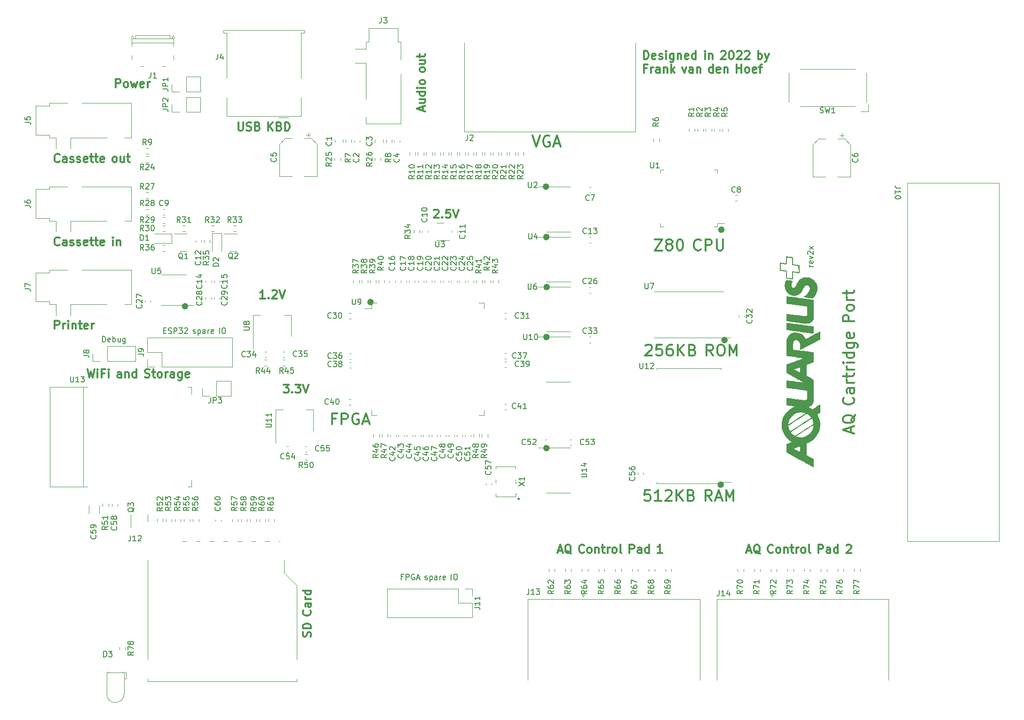
<source format=gto>
%TF.GenerationSoftware,KiCad,Pcbnew,(7.0.0)*%
%TF.CreationDate,2023-03-16T09:59:11-07:00*%
%TF.ProjectId,aquarius-plus,61717561-7269-4757-932d-706c75732e6b,rev?*%
%TF.SameCoordinates,Original*%
%TF.FileFunction,Legend,Top*%
%TF.FilePolarity,Positive*%
%FSLAX46Y46*%
G04 Gerber Fmt 4.6, Leading zero omitted, Abs format (unit mm)*
G04 Created by KiCad (PCBNEW (7.0.0)) date 2023-03-16 09:59:11*
%MOMM*%
%LPD*%
G01*
G04 APERTURE LIST*
%ADD10C,0.600000*%
%ADD11C,0.278926*%
%ADD12C,0.300000*%
%ADD13C,0.150000*%
%ADD14C,0.120000*%
G04 APERTURE END LIST*
D10*
X186140592Y-68679846D02*
G75*
G03*
X186140592Y-68679846I-300000J0D01*
G01*
X186713304Y-88544720D02*
G75*
G03*
X186713304Y-88544720I-300000J0D01*
G01*
X186034928Y-114577870D02*
G75*
G03*
X186034928Y-114577870I-300000J0D01*
G01*
X154673040Y-108000922D02*
G75*
G03*
X154673040Y-108000922I-300000J0D01*
G01*
X89602085Y-82464017D02*
G75*
G03*
X89602085Y-82464017I-300000J0D01*
G01*
X154659473Y-87992974D02*
G75*
G03*
X154659473Y-87992974I-300000J0D01*
G01*
X154709359Y-78995119D02*
G75*
G03*
X154709359Y-78995119I-300000J0D01*
G01*
X154636999Y-70004939D02*
G75*
G03*
X154636999Y-70004939I-300000J0D01*
G01*
X154588759Y-60936370D02*
G75*
G03*
X154588759Y-60936370I-300000J0D01*
G01*
X122987179Y-81714160D02*
G75*
G03*
X122987179Y-81714160I-300000J0D01*
G01*
D11*
X149520078Y-117111350D02*
G75*
G03*
X149520078Y-117111350I-139463J0D01*
G01*
D12*
X156451954Y-126446625D02*
X157166240Y-126446625D01*
X156309097Y-126875196D02*
X156809097Y-125375196D01*
X156809097Y-125375196D02*
X157309097Y-126875196D01*
X158809096Y-127018053D02*
X158666239Y-126946625D01*
X158666239Y-126946625D02*
X158523382Y-126803767D01*
X158523382Y-126803767D02*
X158309096Y-126589482D01*
X158309096Y-126589482D02*
X158166239Y-126518053D01*
X158166239Y-126518053D02*
X158023382Y-126518053D01*
X158094811Y-126875196D02*
X157951954Y-126803767D01*
X157951954Y-126803767D02*
X157809096Y-126660910D01*
X157809096Y-126660910D02*
X157737668Y-126375196D01*
X157737668Y-126375196D02*
X157737668Y-125875196D01*
X157737668Y-125875196D02*
X157809096Y-125589482D01*
X157809096Y-125589482D02*
X157951954Y-125446625D01*
X157951954Y-125446625D02*
X158094811Y-125375196D01*
X158094811Y-125375196D02*
X158380525Y-125375196D01*
X158380525Y-125375196D02*
X158523382Y-125446625D01*
X158523382Y-125446625D02*
X158666239Y-125589482D01*
X158666239Y-125589482D02*
X158737668Y-125875196D01*
X158737668Y-125875196D02*
X158737668Y-126375196D01*
X158737668Y-126375196D02*
X158666239Y-126660910D01*
X158666239Y-126660910D02*
X158523382Y-126803767D01*
X158523382Y-126803767D02*
X158380525Y-126875196D01*
X158380525Y-126875196D02*
X158094811Y-126875196D01*
X161137668Y-126732339D02*
X161066240Y-126803767D01*
X161066240Y-126803767D02*
X160851954Y-126875196D01*
X160851954Y-126875196D02*
X160709097Y-126875196D01*
X160709097Y-126875196D02*
X160494811Y-126803767D01*
X160494811Y-126803767D02*
X160351954Y-126660910D01*
X160351954Y-126660910D02*
X160280525Y-126518053D01*
X160280525Y-126518053D02*
X160209097Y-126232339D01*
X160209097Y-126232339D02*
X160209097Y-126018053D01*
X160209097Y-126018053D02*
X160280525Y-125732339D01*
X160280525Y-125732339D02*
X160351954Y-125589482D01*
X160351954Y-125589482D02*
X160494811Y-125446625D01*
X160494811Y-125446625D02*
X160709097Y-125375196D01*
X160709097Y-125375196D02*
X160851954Y-125375196D01*
X160851954Y-125375196D02*
X161066240Y-125446625D01*
X161066240Y-125446625D02*
X161137668Y-125518053D01*
X161994811Y-126875196D02*
X161851954Y-126803767D01*
X161851954Y-126803767D02*
X161780525Y-126732339D01*
X161780525Y-126732339D02*
X161709097Y-126589482D01*
X161709097Y-126589482D02*
X161709097Y-126160910D01*
X161709097Y-126160910D02*
X161780525Y-126018053D01*
X161780525Y-126018053D02*
X161851954Y-125946625D01*
X161851954Y-125946625D02*
X161994811Y-125875196D01*
X161994811Y-125875196D02*
X162209097Y-125875196D01*
X162209097Y-125875196D02*
X162351954Y-125946625D01*
X162351954Y-125946625D02*
X162423383Y-126018053D01*
X162423383Y-126018053D02*
X162494811Y-126160910D01*
X162494811Y-126160910D02*
X162494811Y-126589482D01*
X162494811Y-126589482D02*
X162423383Y-126732339D01*
X162423383Y-126732339D02*
X162351954Y-126803767D01*
X162351954Y-126803767D02*
X162209097Y-126875196D01*
X162209097Y-126875196D02*
X161994811Y-126875196D01*
X163137668Y-125875196D02*
X163137668Y-126875196D01*
X163137668Y-126018053D02*
X163209097Y-125946625D01*
X163209097Y-125946625D02*
X163351954Y-125875196D01*
X163351954Y-125875196D02*
X163566240Y-125875196D01*
X163566240Y-125875196D02*
X163709097Y-125946625D01*
X163709097Y-125946625D02*
X163780526Y-126089482D01*
X163780526Y-126089482D02*
X163780526Y-126875196D01*
X164280526Y-125875196D02*
X164851954Y-125875196D01*
X164494811Y-125375196D02*
X164494811Y-126660910D01*
X164494811Y-126660910D02*
X164566240Y-126803767D01*
X164566240Y-126803767D02*
X164709097Y-126875196D01*
X164709097Y-126875196D02*
X164851954Y-126875196D01*
X165351954Y-126875196D02*
X165351954Y-125875196D01*
X165351954Y-126160910D02*
X165423383Y-126018053D01*
X165423383Y-126018053D02*
X165494812Y-125946625D01*
X165494812Y-125946625D02*
X165637669Y-125875196D01*
X165637669Y-125875196D02*
X165780526Y-125875196D01*
X166494811Y-126875196D02*
X166351954Y-126803767D01*
X166351954Y-126803767D02*
X166280525Y-126732339D01*
X166280525Y-126732339D02*
X166209097Y-126589482D01*
X166209097Y-126589482D02*
X166209097Y-126160910D01*
X166209097Y-126160910D02*
X166280525Y-126018053D01*
X166280525Y-126018053D02*
X166351954Y-125946625D01*
X166351954Y-125946625D02*
X166494811Y-125875196D01*
X166494811Y-125875196D02*
X166709097Y-125875196D01*
X166709097Y-125875196D02*
X166851954Y-125946625D01*
X166851954Y-125946625D02*
X166923383Y-126018053D01*
X166923383Y-126018053D02*
X166994811Y-126160910D01*
X166994811Y-126160910D02*
X166994811Y-126589482D01*
X166994811Y-126589482D02*
X166923383Y-126732339D01*
X166923383Y-126732339D02*
X166851954Y-126803767D01*
X166851954Y-126803767D02*
X166709097Y-126875196D01*
X166709097Y-126875196D02*
X166494811Y-126875196D01*
X167851954Y-126875196D02*
X167709097Y-126803767D01*
X167709097Y-126803767D02*
X167637668Y-126660910D01*
X167637668Y-126660910D02*
X167637668Y-125375196D01*
X169323382Y-126875196D02*
X169323382Y-125375196D01*
X169323382Y-125375196D02*
X169894811Y-125375196D01*
X169894811Y-125375196D02*
X170037668Y-125446625D01*
X170037668Y-125446625D02*
X170109097Y-125518053D01*
X170109097Y-125518053D02*
X170180525Y-125660910D01*
X170180525Y-125660910D02*
X170180525Y-125875196D01*
X170180525Y-125875196D02*
X170109097Y-126018053D01*
X170109097Y-126018053D02*
X170037668Y-126089482D01*
X170037668Y-126089482D02*
X169894811Y-126160910D01*
X169894811Y-126160910D02*
X169323382Y-126160910D01*
X171466240Y-126875196D02*
X171466240Y-126089482D01*
X171466240Y-126089482D02*
X171394811Y-125946625D01*
X171394811Y-125946625D02*
X171251954Y-125875196D01*
X171251954Y-125875196D02*
X170966240Y-125875196D01*
X170966240Y-125875196D02*
X170823382Y-125946625D01*
X171466240Y-126803767D02*
X171323382Y-126875196D01*
X171323382Y-126875196D02*
X170966240Y-126875196D01*
X170966240Y-126875196D02*
X170823382Y-126803767D01*
X170823382Y-126803767D02*
X170751954Y-126660910D01*
X170751954Y-126660910D02*
X170751954Y-126518053D01*
X170751954Y-126518053D02*
X170823382Y-126375196D01*
X170823382Y-126375196D02*
X170966240Y-126303767D01*
X170966240Y-126303767D02*
X171323382Y-126303767D01*
X171323382Y-126303767D02*
X171466240Y-126232339D01*
X172823383Y-126875196D02*
X172823383Y-125375196D01*
X172823383Y-126803767D02*
X172680525Y-126875196D01*
X172680525Y-126875196D02*
X172394811Y-126875196D01*
X172394811Y-126875196D02*
X172251954Y-126803767D01*
X172251954Y-126803767D02*
X172180525Y-126732339D01*
X172180525Y-126732339D02*
X172109097Y-126589482D01*
X172109097Y-126589482D02*
X172109097Y-126160910D01*
X172109097Y-126160910D02*
X172180525Y-126018053D01*
X172180525Y-126018053D02*
X172251954Y-125946625D01*
X172251954Y-125946625D02*
X172394811Y-125875196D01*
X172394811Y-125875196D02*
X172680525Y-125875196D01*
X172680525Y-125875196D02*
X172823383Y-125946625D01*
X175223383Y-126875196D02*
X174366240Y-126875196D01*
X174794811Y-126875196D02*
X174794811Y-125375196D01*
X174794811Y-125375196D02*
X174651954Y-125589482D01*
X174651954Y-125589482D02*
X174509097Y-125732339D01*
X174509097Y-125732339D02*
X174366240Y-125803767D01*
D13*
X128562918Y-131162367D02*
X128229585Y-131162367D01*
X128229585Y-131686176D02*
X128229585Y-130686176D01*
X128229585Y-130686176D02*
X128705775Y-130686176D01*
X129086728Y-131686176D02*
X129086728Y-130686176D01*
X129086728Y-130686176D02*
X129467680Y-130686176D01*
X129467680Y-130686176D02*
X129562918Y-130733796D01*
X129562918Y-130733796D02*
X129610537Y-130781415D01*
X129610537Y-130781415D02*
X129658156Y-130876653D01*
X129658156Y-130876653D02*
X129658156Y-131019510D01*
X129658156Y-131019510D02*
X129610537Y-131114748D01*
X129610537Y-131114748D02*
X129562918Y-131162367D01*
X129562918Y-131162367D02*
X129467680Y-131209986D01*
X129467680Y-131209986D02*
X129086728Y-131209986D01*
X130610537Y-130733796D02*
X130515299Y-130686176D01*
X130515299Y-130686176D02*
X130372442Y-130686176D01*
X130372442Y-130686176D02*
X130229585Y-130733796D01*
X130229585Y-130733796D02*
X130134347Y-130829034D01*
X130134347Y-130829034D02*
X130086728Y-130924272D01*
X130086728Y-130924272D02*
X130039109Y-131114748D01*
X130039109Y-131114748D02*
X130039109Y-131257605D01*
X130039109Y-131257605D02*
X130086728Y-131448081D01*
X130086728Y-131448081D02*
X130134347Y-131543319D01*
X130134347Y-131543319D02*
X130229585Y-131638557D01*
X130229585Y-131638557D02*
X130372442Y-131686176D01*
X130372442Y-131686176D02*
X130467680Y-131686176D01*
X130467680Y-131686176D02*
X130610537Y-131638557D01*
X130610537Y-131638557D02*
X130658156Y-131590938D01*
X130658156Y-131590938D02*
X130658156Y-131257605D01*
X130658156Y-131257605D02*
X130467680Y-131257605D01*
X131039109Y-131400462D02*
X131515299Y-131400462D01*
X130943871Y-131686176D02*
X131277204Y-130686176D01*
X131277204Y-130686176D02*
X131610537Y-131686176D01*
X132496252Y-131638557D02*
X132591490Y-131686176D01*
X132591490Y-131686176D02*
X132781966Y-131686176D01*
X132781966Y-131686176D02*
X132877204Y-131638557D01*
X132877204Y-131638557D02*
X132924823Y-131543319D01*
X132924823Y-131543319D02*
X132924823Y-131495700D01*
X132924823Y-131495700D02*
X132877204Y-131400462D01*
X132877204Y-131400462D02*
X132781966Y-131352843D01*
X132781966Y-131352843D02*
X132639109Y-131352843D01*
X132639109Y-131352843D02*
X132543871Y-131305224D01*
X132543871Y-131305224D02*
X132496252Y-131209986D01*
X132496252Y-131209986D02*
X132496252Y-131162367D01*
X132496252Y-131162367D02*
X132543871Y-131067129D01*
X132543871Y-131067129D02*
X132639109Y-131019510D01*
X132639109Y-131019510D02*
X132781966Y-131019510D01*
X132781966Y-131019510D02*
X132877204Y-131067129D01*
X133353395Y-131019510D02*
X133353395Y-132019510D01*
X133353395Y-131067129D02*
X133448633Y-131019510D01*
X133448633Y-131019510D02*
X133639109Y-131019510D01*
X133639109Y-131019510D02*
X133734347Y-131067129D01*
X133734347Y-131067129D02*
X133781966Y-131114748D01*
X133781966Y-131114748D02*
X133829585Y-131209986D01*
X133829585Y-131209986D02*
X133829585Y-131495700D01*
X133829585Y-131495700D02*
X133781966Y-131590938D01*
X133781966Y-131590938D02*
X133734347Y-131638557D01*
X133734347Y-131638557D02*
X133639109Y-131686176D01*
X133639109Y-131686176D02*
X133448633Y-131686176D01*
X133448633Y-131686176D02*
X133353395Y-131638557D01*
X134686728Y-131686176D02*
X134686728Y-131162367D01*
X134686728Y-131162367D02*
X134639109Y-131067129D01*
X134639109Y-131067129D02*
X134543871Y-131019510D01*
X134543871Y-131019510D02*
X134353395Y-131019510D01*
X134353395Y-131019510D02*
X134258157Y-131067129D01*
X134686728Y-131638557D02*
X134591490Y-131686176D01*
X134591490Y-131686176D02*
X134353395Y-131686176D01*
X134353395Y-131686176D02*
X134258157Y-131638557D01*
X134258157Y-131638557D02*
X134210538Y-131543319D01*
X134210538Y-131543319D02*
X134210538Y-131448081D01*
X134210538Y-131448081D02*
X134258157Y-131352843D01*
X134258157Y-131352843D02*
X134353395Y-131305224D01*
X134353395Y-131305224D02*
X134591490Y-131305224D01*
X134591490Y-131305224D02*
X134686728Y-131257605D01*
X135162919Y-131686176D02*
X135162919Y-131019510D01*
X135162919Y-131209986D02*
X135210538Y-131114748D01*
X135210538Y-131114748D02*
X135258157Y-131067129D01*
X135258157Y-131067129D02*
X135353395Y-131019510D01*
X135353395Y-131019510D02*
X135448633Y-131019510D01*
X136162919Y-131638557D02*
X136067681Y-131686176D01*
X136067681Y-131686176D02*
X135877205Y-131686176D01*
X135877205Y-131686176D02*
X135781967Y-131638557D01*
X135781967Y-131638557D02*
X135734348Y-131543319D01*
X135734348Y-131543319D02*
X135734348Y-131162367D01*
X135734348Y-131162367D02*
X135781967Y-131067129D01*
X135781967Y-131067129D02*
X135877205Y-131019510D01*
X135877205Y-131019510D02*
X136067681Y-131019510D01*
X136067681Y-131019510D02*
X136162919Y-131067129D01*
X136162919Y-131067129D02*
X136210538Y-131162367D01*
X136210538Y-131162367D02*
X136210538Y-131257605D01*
X136210538Y-131257605D02*
X135734348Y-131352843D01*
X137239110Y-131686176D02*
X137239110Y-130686176D01*
X137905776Y-130686176D02*
X138096252Y-130686176D01*
X138096252Y-130686176D02*
X138191490Y-130733796D01*
X138191490Y-130733796D02*
X138286728Y-130829034D01*
X138286728Y-130829034D02*
X138334347Y-131019510D01*
X138334347Y-131019510D02*
X138334347Y-131352843D01*
X138334347Y-131352843D02*
X138286728Y-131543319D01*
X138286728Y-131543319D02*
X138191490Y-131638557D01*
X138191490Y-131638557D02*
X138096252Y-131686176D01*
X138096252Y-131686176D02*
X137905776Y-131686176D01*
X137905776Y-131686176D02*
X137810538Y-131638557D01*
X137810538Y-131638557D02*
X137715300Y-131543319D01*
X137715300Y-131543319D02*
X137667681Y-131352843D01*
X137667681Y-131352843D02*
X137667681Y-131019510D01*
X137667681Y-131019510D02*
X137715300Y-130829034D01*
X137715300Y-130829034D02*
X137810538Y-130733796D01*
X137810538Y-130733796D02*
X137905776Y-130686176D01*
D12*
X171907142Y-37986071D02*
X171907142Y-36486071D01*
X171907142Y-36486071D02*
X172264285Y-36486071D01*
X172264285Y-36486071D02*
X172478571Y-36557500D01*
X172478571Y-36557500D02*
X172621428Y-36700357D01*
X172621428Y-36700357D02*
X172692857Y-36843214D01*
X172692857Y-36843214D02*
X172764285Y-37128928D01*
X172764285Y-37128928D02*
X172764285Y-37343214D01*
X172764285Y-37343214D02*
X172692857Y-37628928D01*
X172692857Y-37628928D02*
X172621428Y-37771785D01*
X172621428Y-37771785D02*
X172478571Y-37914642D01*
X172478571Y-37914642D02*
X172264285Y-37986071D01*
X172264285Y-37986071D02*
X171907142Y-37986071D01*
X173978571Y-37914642D02*
X173835714Y-37986071D01*
X173835714Y-37986071D02*
X173550000Y-37986071D01*
X173550000Y-37986071D02*
X173407142Y-37914642D01*
X173407142Y-37914642D02*
X173335714Y-37771785D01*
X173335714Y-37771785D02*
X173335714Y-37200357D01*
X173335714Y-37200357D02*
X173407142Y-37057500D01*
X173407142Y-37057500D02*
X173550000Y-36986071D01*
X173550000Y-36986071D02*
X173835714Y-36986071D01*
X173835714Y-36986071D02*
X173978571Y-37057500D01*
X173978571Y-37057500D02*
X174050000Y-37200357D01*
X174050000Y-37200357D02*
X174050000Y-37343214D01*
X174050000Y-37343214D02*
X173335714Y-37486071D01*
X174621428Y-37914642D02*
X174764285Y-37986071D01*
X174764285Y-37986071D02*
X175049999Y-37986071D01*
X175049999Y-37986071D02*
X175192856Y-37914642D01*
X175192856Y-37914642D02*
X175264285Y-37771785D01*
X175264285Y-37771785D02*
X175264285Y-37700357D01*
X175264285Y-37700357D02*
X175192856Y-37557500D01*
X175192856Y-37557500D02*
X175049999Y-37486071D01*
X175049999Y-37486071D02*
X174835714Y-37486071D01*
X174835714Y-37486071D02*
X174692856Y-37414642D01*
X174692856Y-37414642D02*
X174621428Y-37271785D01*
X174621428Y-37271785D02*
X174621428Y-37200357D01*
X174621428Y-37200357D02*
X174692856Y-37057500D01*
X174692856Y-37057500D02*
X174835714Y-36986071D01*
X174835714Y-36986071D02*
X175049999Y-36986071D01*
X175049999Y-36986071D02*
X175192856Y-37057500D01*
X175907142Y-37986071D02*
X175907142Y-36986071D01*
X175907142Y-36486071D02*
X175835714Y-36557500D01*
X175835714Y-36557500D02*
X175907142Y-36628928D01*
X175907142Y-36628928D02*
X175978571Y-36557500D01*
X175978571Y-36557500D02*
X175907142Y-36486071D01*
X175907142Y-36486071D02*
X175907142Y-36628928D01*
X177264286Y-36986071D02*
X177264286Y-38200357D01*
X177264286Y-38200357D02*
X177192857Y-38343214D01*
X177192857Y-38343214D02*
X177121428Y-38414642D01*
X177121428Y-38414642D02*
X176978571Y-38486071D01*
X176978571Y-38486071D02*
X176764286Y-38486071D01*
X176764286Y-38486071D02*
X176621428Y-38414642D01*
X177264286Y-37914642D02*
X177121428Y-37986071D01*
X177121428Y-37986071D02*
X176835714Y-37986071D01*
X176835714Y-37986071D02*
X176692857Y-37914642D01*
X176692857Y-37914642D02*
X176621428Y-37843214D01*
X176621428Y-37843214D02*
X176550000Y-37700357D01*
X176550000Y-37700357D02*
X176550000Y-37271785D01*
X176550000Y-37271785D02*
X176621428Y-37128928D01*
X176621428Y-37128928D02*
X176692857Y-37057500D01*
X176692857Y-37057500D02*
X176835714Y-36986071D01*
X176835714Y-36986071D02*
X177121428Y-36986071D01*
X177121428Y-36986071D02*
X177264286Y-37057500D01*
X177978571Y-36986071D02*
X177978571Y-37986071D01*
X177978571Y-37128928D02*
X178050000Y-37057500D01*
X178050000Y-37057500D02*
X178192857Y-36986071D01*
X178192857Y-36986071D02*
X178407143Y-36986071D01*
X178407143Y-36986071D02*
X178550000Y-37057500D01*
X178550000Y-37057500D02*
X178621429Y-37200357D01*
X178621429Y-37200357D02*
X178621429Y-37986071D01*
X179907143Y-37914642D02*
X179764286Y-37986071D01*
X179764286Y-37986071D02*
X179478572Y-37986071D01*
X179478572Y-37986071D02*
X179335714Y-37914642D01*
X179335714Y-37914642D02*
X179264286Y-37771785D01*
X179264286Y-37771785D02*
X179264286Y-37200357D01*
X179264286Y-37200357D02*
X179335714Y-37057500D01*
X179335714Y-37057500D02*
X179478572Y-36986071D01*
X179478572Y-36986071D02*
X179764286Y-36986071D01*
X179764286Y-36986071D02*
X179907143Y-37057500D01*
X179907143Y-37057500D02*
X179978572Y-37200357D01*
X179978572Y-37200357D02*
X179978572Y-37343214D01*
X179978572Y-37343214D02*
X179264286Y-37486071D01*
X181264286Y-37986071D02*
X181264286Y-36486071D01*
X181264286Y-37914642D02*
X181121428Y-37986071D01*
X181121428Y-37986071D02*
X180835714Y-37986071D01*
X180835714Y-37986071D02*
X180692857Y-37914642D01*
X180692857Y-37914642D02*
X180621428Y-37843214D01*
X180621428Y-37843214D02*
X180550000Y-37700357D01*
X180550000Y-37700357D02*
X180550000Y-37271785D01*
X180550000Y-37271785D02*
X180621428Y-37128928D01*
X180621428Y-37128928D02*
X180692857Y-37057500D01*
X180692857Y-37057500D02*
X180835714Y-36986071D01*
X180835714Y-36986071D02*
X181121428Y-36986071D01*
X181121428Y-36986071D02*
X181264286Y-37057500D01*
X182878571Y-37986071D02*
X182878571Y-36986071D01*
X182878571Y-36486071D02*
X182807143Y-36557500D01*
X182807143Y-36557500D02*
X182878571Y-36628928D01*
X182878571Y-36628928D02*
X182950000Y-36557500D01*
X182950000Y-36557500D02*
X182878571Y-36486071D01*
X182878571Y-36486071D02*
X182878571Y-36628928D01*
X183592857Y-36986071D02*
X183592857Y-37986071D01*
X183592857Y-37128928D02*
X183664286Y-37057500D01*
X183664286Y-37057500D02*
X183807143Y-36986071D01*
X183807143Y-36986071D02*
X184021429Y-36986071D01*
X184021429Y-36986071D02*
X184164286Y-37057500D01*
X184164286Y-37057500D02*
X184235715Y-37200357D01*
X184235715Y-37200357D02*
X184235715Y-37986071D01*
X185778572Y-36628928D02*
X185850000Y-36557500D01*
X185850000Y-36557500D02*
X185992858Y-36486071D01*
X185992858Y-36486071D02*
X186350000Y-36486071D01*
X186350000Y-36486071D02*
X186492858Y-36557500D01*
X186492858Y-36557500D02*
X186564286Y-36628928D01*
X186564286Y-36628928D02*
X186635715Y-36771785D01*
X186635715Y-36771785D02*
X186635715Y-36914642D01*
X186635715Y-36914642D02*
X186564286Y-37128928D01*
X186564286Y-37128928D02*
X185707143Y-37986071D01*
X185707143Y-37986071D02*
X186635715Y-37986071D01*
X187564286Y-36486071D02*
X187707143Y-36486071D01*
X187707143Y-36486071D02*
X187850000Y-36557500D01*
X187850000Y-36557500D02*
X187921429Y-36628928D01*
X187921429Y-36628928D02*
X187992857Y-36771785D01*
X187992857Y-36771785D02*
X188064286Y-37057500D01*
X188064286Y-37057500D02*
X188064286Y-37414642D01*
X188064286Y-37414642D02*
X187992857Y-37700357D01*
X187992857Y-37700357D02*
X187921429Y-37843214D01*
X187921429Y-37843214D02*
X187850000Y-37914642D01*
X187850000Y-37914642D02*
X187707143Y-37986071D01*
X187707143Y-37986071D02*
X187564286Y-37986071D01*
X187564286Y-37986071D02*
X187421429Y-37914642D01*
X187421429Y-37914642D02*
X187350000Y-37843214D01*
X187350000Y-37843214D02*
X187278571Y-37700357D01*
X187278571Y-37700357D02*
X187207143Y-37414642D01*
X187207143Y-37414642D02*
X187207143Y-37057500D01*
X187207143Y-37057500D02*
X187278571Y-36771785D01*
X187278571Y-36771785D02*
X187350000Y-36628928D01*
X187350000Y-36628928D02*
X187421429Y-36557500D01*
X187421429Y-36557500D02*
X187564286Y-36486071D01*
X188635714Y-36628928D02*
X188707142Y-36557500D01*
X188707142Y-36557500D02*
X188850000Y-36486071D01*
X188850000Y-36486071D02*
X189207142Y-36486071D01*
X189207142Y-36486071D02*
X189350000Y-36557500D01*
X189350000Y-36557500D02*
X189421428Y-36628928D01*
X189421428Y-36628928D02*
X189492857Y-36771785D01*
X189492857Y-36771785D02*
X189492857Y-36914642D01*
X189492857Y-36914642D02*
X189421428Y-37128928D01*
X189421428Y-37128928D02*
X188564285Y-37986071D01*
X188564285Y-37986071D02*
X189492857Y-37986071D01*
X190064285Y-36628928D02*
X190135713Y-36557500D01*
X190135713Y-36557500D02*
X190278571Y-36486071D01*
X190278571Y-36486071D02*
X190635713Y-36486071D01*
X190635713Y-36486071D02*
X190778571Y-36557500D01*
X190778571Y-36557500D02*
X190849999Y-36628928D01*
X190849999Y-36628928D02*
X190921428Y-36771785D01*
X190921428Y-36771785D02*
X190921428Y-36914642D01*
X190921428Y-36914642D02*
X190849999Y-37128928D01*
X190849999Y-37128928D02*
X189992856Y-37986071D01*
X189992856Y-37986071D02*
X190921428Y-37986071D01*
X192464284Y-37986071D02*
X192464284Y-36486071D01*
X192464284Y-37057500D02*
X192607142Y-36986071D01*
X192607142Y-36986071D02*
X192892856Y-36986071D01*
X192892856Y-36986071D02*
X193035713Y-37057500D01*
X193035713Y-37057500D02*
X193107142Y-37128928D01*
X193107142Y-37128928D02*
X193178570Y-37271785D01*
X193178570Y-37271785D02*
X193178570Y-37700357D01*
X193178570Y-37700357D02*
X193107142Y-37843214D01*
X193107142Y-37843214D02*
X193035713Y-37914642D01*
X193035713Y-37914642D02*
X192892856Y-37986071D01*
X192892856Y-37986071D02*
X192607142Y-37986071D01*
X192607142Y-37986071D02*
X192464284Y-37914642D01*
X193678570Y-36986071D02*
X194035713Y-37986071D01*
X194392856Y-36986071D02*
X194035713Y-37986071D01*
X194035713Y-37986071D02*
X193892856Y-38343214D01*
X193892856Y-38343214D02*
X193821427Y-38414642D01*
X193821427Y-38414642D02*
X193678570Y-38486071D01*
X172407142Y-39630357D02*
X171907142Y-39630357D01*
X171907142Y-40416071D02*
X171907142Y-38916071D01*
X171907142Y-38916071D02*
X172621428Y-38916071D01*
X173192856Y-40416071D02*
X173192856Y-39416071D01*
X173192856Y-39701785D02*
X173264285Y-39558928D01*
X173264285Y-39558928D02*
X173335714Y-39487500D01*
X173335714Y-39487500D02*
X173478571Y-39416071D01*
X173478571Y-39416071D02*
X173621428Y-39416071D01*
X174764285Y-40416071D02*
X174764285Y-39630357D01*
X174764285Y-39630357D02*
X174692856Y-39487500D01*
X174692856Y-39487500D02*
X174549999Y-39416071D01*
X174549999Y-39416071D02*
X174264285Y-39416071D01*
X174264285Y-39416071D02*
X174121427Y-39487500D01*
X174764285Y-40344642D02*
X174621427Y-40416071D01*
X174621427Y-40416071D02*
X174264285Y-40416071D01*
X174264285Y-40416071D02*
X174121427Y-40344642D01*
X174121427Y-40344642D02*
X174049999Y-40201785D01*
X174049999Y-40201785D02*
X174049999Y-40058928D01*
X174049999Y-40058928D02*
X174121427Y-39916071D01*
X174121427Y-39916071D02*
X174264285Y-39844642D01*
X174264285Y-39844642D02*
X174621427Y-39844642D01*
X174621427Y-39844642D02*
X174764285Y-39773214D01*
X175478570Y-39416071D02*
X175478570Y-40416071D01*
X175478570Y-39558928D02*
X175549999Y-39487500D01*
X175549999Y-39487500D02*
X175692856Y-39416071D01*
X175692856Y-39416071D02*
X175907142Y-39416071D01*
X175907142Y-39416071D02*
X176049999Y-39487500D01*
X176049999Y-39487500D02*
X176121428Y-39630357D01*
X176121428Y-39630357D02*
X176121428Y-40416071D01*
X176835713Y-40416071D02*
X176835713Y-38916071D01*
X176978571Y-39844642D02*
X177407142Y-40416071D01*
X177407142Y-39416071D02*
X176835713Y-39987500D01*
X178807142Y-39416071D02*
X179164285Y-40416071D01*
X179164285Y-40416071D02*
X179521428Y-39416071D01*
X180735714Y-40416071D02*
X180735714Y-39630357D01*
X180735714Y-39630357D02*
X180664285Y-39487500D01*
X180664285Y-39487500D02*
X180521428Y-39416071D01*
X180521428Y-39416071D02*
X180235714Y-39416071D01*
X180235714Y-39416071D02*
X180092856Y-39487500D01*
X180735714Y-40344642D02*
X180592856Y-40416071D01*
X180592856Y-40416071D02*
X180235714Y-40416071D01*
X180235714Y-40416071D02*
X180092856Y-40344642D01*
X180092856Y-40344642D02*
X180021428Y-40201785D01*
X180021428Y-40201785D02*
X180021428Y-40058928D01*
X180021428Y-40058928D02*
X180092856Y-39916071D01*
X180092856Y-39916071D02*
X180235714Y-39844642D01*
X180235714Y-39844642D02*
X180592856Y-39844642D01*
X180592856Y-39844642D02*
X180735714Y-39773214D01*
X181449999Y-39416071D02*
X181449999Y-40416071D01*
X181449999Y-39558928D02*
X181521428Y-39487500D01*
X181521428Y-39487500D02*
X181664285Y-39416071D01*
X181664285Y-39416071D02*
X181878571Y-39416071D01*
X181878571Y-39416071D02*
X182021428Y-39487500D01*
X182021428Y-39487500D02*
X182092857Y-39630357D01*
X182092857Y-39630357D02*
X182092857Y-40416071D01*
X184350000Y-40416071D02*
X184350000Y-38916071D01*
X184350000Y-40344642D02*
X184207142Y-40416071D01*
X184207142Y-40416071D02*
X183921428Y-40416071D01*
X183921428Y-40416071D02*
X183778571Y-40344642D01*
X183778571Y-40344642D02*
X183707142Y-40273214D01*
X183707142Y-40273214D02*
X183635714Y-40130357D01*
X183635714Y-40130357D02*
X183635714Y-39701785D01*
X183635714Y-39701785D02*
X183707142Y-39558928D01*
X183707142Y-39558928D02*
X183778571Y-39487500D01*
X183778571Y-39487500D02*
X183921428Y-39416071D01*
X183921428Y-39416071D02*
X184207142Y-39416071D01*
X184207142Y-39416071D02*
X184350000Y-39487500D01*
X185635714Y-40344642D02*
X185492857Y-40416071D01*
X185492857Y-40416071D02*
X185207143Y-40416071D01*
X185207143Y-40416071D02*
X185064285Y-40344642D01*
X185064285Y-40344642D02*
X184992857Y-40201785D01*
X184992857Y-40201785D02*
X184992857Y-39630357D01*
X184992857Y-39630357D02*
X185064285Y-39487500D01*
X185064285Y-39487500D02*
X185207143Y-39416071D01*
X185207143Y-39416071D02*
X185492857Y-39416071D01*
X185492857Y-39416071D02*
X185635714Y-39487500D01*
X185635714Y-39487500D02*
X185707143Y-39630357D01*
X185707143Y-39630357D02*
X185707143Y-39773214D01*
X185707143Y-39773214D02*
X184992857Y-39916071D01*
X186349999Y-39416071D02*
X186349999Y-40416071D01*
X186349999Y-39558928D02*
X186421428Y-39487500D01*
X186421428Y-39487500D02*
X186564285Y-39416071D01*
X186564285Y-39416071D02*
X186778571Y-39416071D01*
X186778571Y-39416071D02*
X186921428Y-39487500D01*
X186921428Y-39487500D02*
X186992857Y-39630357D01*
X186992857Y-39630357D02*
X186992857Y-40416071D01*
X188607142Y-40416071D02*
X188607142Y-38916071D01*
X188607142Y-39630357D02*
X189464285Y-39630357D01*
X189464285Y-40416071D02*
X189464285Y-38916071D01*
X190392857Y-40416071D02*
X190250000Y-40344642D01*
X190250000Y-40344642D02*
X190178571Y-40273214D01*
X190178571Y-40273214D02*
X190107143Y-40130357D01*
X190107143Y-40130357D02*
X190107143Y-39701785D01*
X190107143Y-39701785D02*
X190178571Y-39558928D01*
X190178571Y-39558928D02*
X190250000Y-39487500D01*
X190250000Y-39487500D02*
X190392857Y-39416071D01*
X190392857Y-39416071D02*
X190607143Y-39416071D01*
X190607143Y-39416071D02*
X190750000Y-39487500D01*
X190750000Y-39487500D02*
X190821429Y-39558928D01*
X190821429Y-39558928D02*
X190892857Y-39701785D01*
X190892857Y-39701785D02*
X190892857Y-40130357D01*
X190892857Y-40130357D02*
X190821429Y-40273214D01*
X190821429Y-40273214D02*
X190750000Y-40344642D01*
X190750000Y-40344642D02*
X190607143Y-40416071D01*
X190607143Y-40416071D02*
X190392857Y-40416071D01*
X192107143Y-40344642D02*
X191964286Y-40416071D01*
X191964286Y-40416071D02*
X191678572Y-40416071D01*
X191678572Y-40416071D02*
X191535714Y-40344642D01*
X191535714Y-40344642D02*
X191464286Y-40201785D01*
X191464286Y-40201785D02*
X191464286Y-39630357D01*
X191464286Y-39630357D02*
X191535714Y-39487500D01*
X191535714Y-39487500D02*
X191678572Y-39416071D01*
X191678572Y-39416071D02*
X191964286Y-39416071D01*
X191964286Y-39416071D02*
X192107143Y-39487500D01*
X192107143Y-39487500D02*
X192178572Y-39630357D01*
X192178572Y-39630357D02*
X192178572Y-39773214D01*
X192178572Y-39773214D02*
X191464286Y-39916071D01*
X192607143Y-39416071D02*
X193178571Y-39416071D01*
X192821428Y-40416071D02*
X192821428Y-39130357D01*
X192821428Y-39130357D02*
X192892857Y-38987500D01*
X192892857Y-38987500D02*
X193035714Y-38916071D01*
X193035714Y-38916071D02*
X193178571Y-38916071D01*
X173893086Y-70415630D02*
X175226419Y-70415630D01*
X175226419Y-70415630D02*
X173893086Y-72415630D01*
X173893086Y-72415630D02*
X175226419Y-72415630D01*
X176274038Y-71272773D02*
X176083562Y-71177535D01*
X176083562Y-71177535D02*
X175988324Y-71082297D01*
X175988324Y-71082297D02*
X175893086Y-70891821D01*
X175893086Y-70891821D02*
X175893086Y-70796583D01*
X175893086Y-70796583D02*
X175988324Y-70606107D01*
X175988324Y-70606107D02*
X176083562Y-70510869D01*
X176083562Y-70510869D02*
X176274038Y-70415630D01*
X176274038Y-70415630D02*
X176654991Y-70415630D01*
X176654991Y-70415630D02*
X176845467Y-70510869D01*
X176845467Y-70510869D02*
X176940705Y-70606107D01*
X176940705Y-70606107D02*
X177035943Y-70796583D01*
X177035943Y-70796583D02*
X177035943Y-70891821D01*
X177035943Y-70891821D02*
X176940705Y-71082297D01*
X176940705Y-71082297D02*
X176845467Y-71177535D01*
X176845467Y-71177535D02*
X176654991Y-71272773D01*
X176654991Y-71272773D02*
X176274038Y-71272773D01*
X176274038Y-71272773D02*
X176083562Y-71368011D01*
X176083562Y-71368011D02*
X175988324Y-71463249D01*
X175988324Y-71463249D02*
X175893086Y-71653726D01*
X175893086Y-71653726D02*
X175893086Y-72034678D01*
X175893086Y-72034678D02*
X175988324Y-72225154D01*
X175988324Y-72225154D02*
X176083562Y-72320392D01*
X176083562Y-72320392D02*
X176274038Y-72415630D01*
X176274038Y-72415630D02*
X176654991Y-72415630D01*
X176654991Y-72415630D02*
X176845467Y-72320392D01*
X176845467Y-72320392D02*
X176940705Y-72225154D01*
X176940705Y-72225154D02*
X177035943Y-72034678D01*
X177035943Y-72034678D02*
X177035943Y-71653726D01*
X177035943Y-71653726D02*
X176940705Y-71463249D01*
X176940705Y-71463249D02*
X176845467Y-71368011D01*
X176845467Y-71368011D02*
X176654991Y-71272773D01*
X178274038Y-70415630D02*
X178464515Y-70415630D01*
X178464515Y-70415630D02*
X178654991Y-70510869D01*
X178654991Y-70510869D02*
X178750229Y-70606107D01*
X178750229Y-70606107D02*
X178845467Y-70796583D01*
X178845467Y-70796583D02*
X178940705Y-71177535D01*
X178940705Y-71177535D02*
X178940705Y-71653726D01*
X178940705Y-71653726D02*
X178845467Y-72034678D01*
X178845467Y-72034678D02*
X178750229Y-72225154D01*
X178750229Y-72225154D02*
X178654991Y-72320392D01*
X178654991Y-72320392D02*
X178464515Y-72415630D01*
X178464515Y-72415630D02*
X178274038Y-72415630D01*
X178274038Y-72415630D02*
X178083562Y-72320392D01*
X178083562Y-72320392D02*
X177988324Y-72225154D01*
X177988324Y-72225154D02*
X177893086Y-72034678D01*
X177893086Y-72034678D02*
X177797848Y-71653726D01*
X177797848Y-71653726D02*
X177797848Y-71177535D01*
X177797848Y-71177535D02*
X177893086Y-70796583D01*
X177893086Y-70796583D02*
X177988324Y-70606107D01*
X177988324Y-70606107D02*
X178083562Y-70510869D01*
X178083562Y-70510869D02*
X178274038Y-70415630D01*
X182140705Y-72225154D02*
X182045467Y-72320392D01*
X182045467Y-72320392D02*
X181759753Y-72415630D01*
X181759753Y-72415630D02*
X181569277Y-72415630D01*
X181569277Y-72415630D02*
X181283562Y-72320392D01*
X181283562Y-72320392D02*
X181093086Y-72129916D01*
X181093086Y-72129916D02*
X180997848Y-71939440D01*
X180997848Y-71939440D02*
X180902610Y-71558488D01*
X180902610Y-71558488D02*
X180902610Y-71272773D01*
X180902610Y-71272773D02*
X180997848Y-70891821D01*
X180997848Y-70891821D02*
X181093086Y-70701345D01*
X181093086Y-70701345D02*
X181283562Y-70510869D01*
X181283562Y-70510869D02*
X181569277Y-70415630D01*
X181569277Y-70415630D02*
X181759753Y-70415630D01*
X181759753Y-70415630D02*
X182045467Y-70510869D01*
X182045467Y-70510869D02*
X182140705Y-70606107D01*
X182997848Y-72415630D02*
X182997848Y-70415630D01*
X182997848Y-70415630D02*
X183759753Y-70415630D01*
X183759753Y-70415630D02*
X183950229Y-70510869D01*
X183950229Y-70510869D02*
X184045467Y-70606107D01*
X184045467Y-70606107D02*
X184140705Y-70796583D01*
X184140705Y-70796583D02*
X184140705Y-71082297D01*
X184140705Y-71082297D02*
X184045467Y-71272773D01*
X184045467Y-71272773D02*
X183950229Y-71368011D01*
X183950229Y-71368011D02*
X183759753Y-71463249D01*
X183759753Y-71463249D02*
X182997848Y-71463249D01*
X184997848Y-70415630D02*
X184997848Y-72034678D01*
X184997848Y-72034678D02*
X185093086Y-72225154D01*
X185093086Y-72225154D02*
X185188324Y-72320392D01*
X185188324Y-72320392D02*
X185378800Y-72415630D01*
X185378800Y-72415630D02*
X185759753Y-72415630D01*
X185759753Y-72415630D02*
X185950229Y-72320392D01*
X185950229Y-72320392D02*
X186045467Y-72225154D01*
X186045467Y-72225154D02*
X186140705Y-72034678D01*
X186140705Y-72034678D02*
X186140705Y-70415630D01*
X66714285Y-56408214D02*
X66642857Y-56479642D01*
X66642857Y-56479642D02*
X66428571Y-56551071D01*
X66428571Y-56551071D02*
X66285714Y-56551071D01*
X66285714Y-56551071D02*
X66071428Y-56479642D01*
X66071428Y-56479642D02*
X65928571Y-56336785D01*
X65928571Y-56336785D02*
X65857142Y-56193928D01*
X65857142Y-56193928D02*
X65785714Y-55908214D01*
X65785714Y-55908214D02*
X65785714Y-55693928D01*
X65785714Y-55693928D02*
X65857142Y-55408214D01*
X65857142Y-55408214D02*
X65928571Y-55265357D01*
X65928571Y-55265357D02*
X66071428Y-55122500D01*
X66071428Y-55122500D02*
X66285714Y-55051071D01*
X66285714Y-55051071D02*
X66428571Y-55051071D01*
X66428571Y-55051071D02*
X66642857Y-55122500D01*
X66642857Y-55122500D02*
X66714285Y-55193928D01*
X68000000Y-56551071D02*
X68000000Y-55765357D01*
X68000000Y-55765357D02*
X67928571Y-55622500D01*
X67928571Y-55622500D02*
X67785714Y-55551071D01*
X67785714Y-55551071D02*
X67500000Y-55551071D01*
X67500000Y-55551071D02*
X67357142Y-55622500D01*
X68000000Y-56479642D02*
X67857142Y-56551071D01*
X67857142Y-56551071D02*
X67500000Y-56551071D01*
X67500000Y-56551071D02*
X67357142Y-56479642D01*
X67357142Y-56479642D02*
X67285714Y-56336785D01*
X67285714Y-56336785D02*
X67285714Y-56193928D01*
X67285714Y-56193928D02*
X67357142Y-56051071D01*
X67357142Y-56051071D02*
X67500000Y-55979642D01*
X67500000Y-55979642D02*
X67857142Y-55979642D01*
X67857142Y-55979642D02*
X68000000Y-55908214D01*
X68642857Y-56479642D02*
X68785714Y-56551071D01*
X68785714Y-56551071D02*
X69071428Y-56551071D01*
X69071428Y-56551071D02*
X69214285Y-56479642D01*
X69214285Y-56479642D02*
X69285714Y-56336785D01*
X69285714Y-56336785D02*
X69285714Y-56265357D01*
X69285714Y-56265357D02*
X69214285Y-56122500D01*
X69214285Y-56122500D02*
X69071428Y-56051071D01*
X69071428Y-56051071D02*
X68857143Y-56051071D01*
X68857143Y-56051071D02*
X68714285Y-55979642D01*
X68714285Y-55979642D02*
X68642857Y-55836785D01*
X68642857Y-55836785D02*
X68642857Y-55765357D01*
X68642857Y-55765357D02*
X68714285Y-55622500D01*
X68714285Y-55622500D02*
X68857143Y-55551071D01*
X68857143Y-55551071D02*
X69071428Y-55551071D01*
X69071428Y-55551071D02*
X69214285Y-55622500D01*
X69857143Y-56479642D02*
X70000000Y-56551071D01*
X70000000Y-56551071D02*
X70285714Y-56551071D01*
X70285714Y-56551071D02*
X70428571Y-56479642D01*
X70428571Y-56479642D02*
X70500000Y-56336785D01*
X70500000Y-56336785D02*
X70500000Y-56265357D01*
X70500000Y-56265357D02*
X70428571Y-56122500D01*
X70428571Y-56122500D02*
X70285714Y-56051071D01*
X70285714Y-56051071D02*
X70071429Y-56051071D01*
X70071429Y-56051071D02*
X69928571Y-55979642D01*
X69928571Y-55979642D02*
X69857143Y-55836785D01*
X69857143Y-55836785D02*
X69857143Y-55765357D01*
X69857143Y-55765357D02*
X69928571Y-55622500D01*
X69928571Y-55622500D02*
X70071429Y-55551071D01*
X70071429Y-55551071D02*
X70285714Y-55551071D01*
X70285714Y-55551071D02*
X70428571Y-55622500D01*
X71714286Y-56479642D02*
X71571429Y-56551071D01*
X71571429Y-56551071D02*
X71285715Y-56551071D01*
X71285715Y-56551071D02*
X71142857Y-56479642D01*
X71142857Y-56479642D02*
X71071429Y-56336785D01*
X71071429Y-56336785D02*
X71071429Y-55765357D01*
X71071429Y-55765357D02*
X71142857Y-55622500D01*
X71142857Y-55622500D02*
X71285715Y-55551071D01*
X71285715Y-55551071D02*
X71571429Y-55551071D01*
X71571429Y-55551071D02*
X71714286Y-55622500D01*
X71714286Y-55622500D02*
X71785715Y-55765357D01*
X71785715Y-55765357D02*
X71785715Y-55908214D01*
X71785715Y-55908214D02*
X71071429Y-56051071D01*
X72214286Y-55551071D02*
X72785714Y-55551071D01*
X72428571Y-55051071D02*
X72428571Y-56336785D01*
X72428571Y-56336785D02*
X72500000Y-56479642D01*
X72500000Y-56479642D02*
X72642857Y-56551071D01*
X72642857Y-56551071D02*
X72785714Y-56551071D01*
X73071429Y-55551071D02*
X73642857Y-55551071D01*
X73285714Y-55051071D02*
X73285714Y-56336785D01*
X73285714Y-56336785D02*
X73357143Y-56479642D01*
X73357143Y-56479642D02*
X73500000Y-56551071D01*
X73500000Y-56551071D02*
X73642857Y-56551071D01*
X74714286Y-56479642D02*
X74571429Y-56551071D01*
X74571429Y-56551071D02*
X74285715Y-56551071D01*
X74285715Y-56551071D02*
X74142857Y-56479642D01*
X74142857Y-56479642D02*
X74071429Y-56336785D01*
X74071429Y-56336785D02*
X74071429Y-55765357D01*
X74071429Y-55765357D02*
X74142857Y-55622500D01*
X74142857Y-55622500D02*
X74285715Y-55551071D01*
X74285715Y-55551071D02*
X74571429Y-55551071D01*
X74571429Y-55551071D02*
X74714286Y-55622500D01*
X74714286Y-55622500D02*
X74785715Y-55765357D01*
X74785715Y-55765357D02*
X74785715Y-55908214D01*
X74785715Y-55908214D02*
X74071429Y-56051071D01*
X76542857Y-56551071D02*
X76400000Y-56479642D01*
X76400000Y-56479642D02*
X76328571Y-56408214D01*
X76328571Y-56408214D02*
X76257143Y-56265357D01*
X76257143Y-56265357D02*
X76257143Y-55836785D01*
X76257143Y-55836785D02*
X76328571Y-55693928D01*
X76328571Y-55693928D02*
X76400000Y-55622500D01*
X76400000Y-55622500D02*
X76542857Y-55551071D01*
X76542857Y-55551071D02*
X76757143Y-55551071D01*
X76757143Y-55551071D02*
X76900000Y-55622500D01*
X76900000Y-55622500D02*
X76971429Y-55693928D01*
X76971429Y-55693928D02*
X77042857Y-55836785D01*
X77042857Y-55836785D02*
X77042857Y-56265357D01*
X77042857Y-56265357D02*
X76971429Y-56408214D01*
X76971429Y-56408214D02*
X76900000Y-56479642D01*
X76900000Y-56479642D02*
X76757143Y-56551071D01*
X76757143Y-56551071D02*
X76542857Y-56551071D01*
X78328572Y-55551071D02*
X78328572Y-56551071D01*
X77685714Y-55551071D02*
X77685714Y-56336785D01*
X77685714Y-56336785D02*
X77757143Y-56479642D01*
X77757143Y-56479642D02*
X77900000Y-56551071D01*
X77900000Y-56551071D02*
X78114286Y-56551071D01*
X78114286Y-56551071D02*
X78257143Y-56479642D01*
X78257143Y-56479642D02*
X78328572Y-56408214D01*
X78828572Y-55551071D02*
X79400000Y-55551071D01*
X79042857Y-55051071D02*
X79042857Y-56336785D01*
X79042857Y-56336785D02*
X79114286Y-56479642D01*
X79114286Y-56479642D02*
X79257143Y-56551071D01*
X79257143Y-56551071D02*
X79400000Y-56551071D01*
X111921341Y-141958125D02*
X111992770Y-141743840D01*
X111992770Y-141743840D02*
X111992770Y-141386697D01*
X111992770Y-141386697D02*
X111921341Y-141243840D01*
X111921341Y-141243840D02*
X111849913Y-141172411D01*
X111849913Y-141172411D02*
X111707056Y-141100982D01*
X111707056Y-141100982D02*
X111564199Y-141100982D01*
X111564199Y-141100982D02*
X111421341Y-141172411D01*
X111421341Y-141172411D02*
X111349913Y-141243840D01*
X111349913Y-141243840D02*
X111278484Y-141386697D01*
X111278484Y-141386697D02*
X111207056Y-141672411D01*
X111207056Y-141672411D02*
X111135627Y-141815268D01*
X111135627Y-141815268D02*
X111064199Y-141886697D01*
X111064199Y-141886697D02*
X110921341Y-141958125D01*
X110921341Y-141958125D02*
X110778484Y-141958125D01*
X110778484Y-141958125D02*
X110635627Y-141886697D01*
X110635627Y-141886697D02*
X110564199Y-141815268D01*
X110564199Y-141815268D02*
X110492770Y-141672411D01*
X110492770Y-141672411D02*
X110492770Y-141315268D01*
X110492770Y-141315268D02*
X110564199Y-141100982D01*
X111992770Y-140458126D02*
X110492770Y-140458126D01*
X110492770Y-140458126D02*
X110492770Y-140100983D01*
X110492770Y-140100983D02*
X110564199Y-139886697D01*
X110564199Y-139886697D02*
X110707056Y-139743840D01*
X110707056Y-139743840D02*
X110849913Y-139672411D01*
X110849913Y-139672411D02*
X111135627Y-139600983D01*
X111135627Y-139600983D02*
X111349913Y-139600983D01*
X111349913Y-139600983D02*
X111635627Y-139672411D01*
X111635627Y-139672411D02*
X111778484Y-139743840D01*
X111778484Y-139743840D02*
X111921341Y-139886697D01*
X111921341Y-139886697D02*
X111992770Y-140100983D01*
X111992770Y-140100983D02*
X111992770Y-140458126D01*
X111849913Y-137200983D02*
X111921341Y-137272411D01*
X111921341Y-137272411D02*
X111992770Y-137486697D01*
X111992770Y-137486697D02*
X111992770Y-137629554D01*
X111992770Y-137629554D02*
X111921341Y-137843840D01*
X111921341Y-137843840D02*
X111778484Y-137986697D01*
X111778484Y-137986697D02*
X111635627Y-138058126D01*
X111635627Y-138058126D02*
X111349913Y-138129554D01*
X111349913Y-138129554D02*
X111135627Y-138129554D01*
X111135627Y-138129554D02*
X110849913Y-138058126D01*
X110849913Y-138058126D02*
X110707056Y-137986697D01*
X110707056Y-137986697D02*
X110564199Y-137843840D01*
X110564199Y-137843840D02*
X110492770Y-137629554D01*
X110492770Y-137629554D02*
X110492770Y-137486697D01*
X110492770Y-137486697D02*
X110564199Y-137272411D01*
X110564199Y-137272411D02*
X110635627Y-137200983D01*
X111992770Y-135915269D02*
X111207056Y-135915269D01*
X111207056Y-135915269D02*
X111064199Y-135986697D01*
X111064199Y-135986697D02*
X110992770Y-136129554D01*
X110992770Y-136129554D02*
X110992770Y-136415269D01*
X110992770Y-136415269D02*
X111064199Y-136558126D01*
X111921341Y-135915269D02*
X111992770Y-136058126D01*
X111992770Y-136058126D02*
X111992770Y-136415269D01*
X111992770Y-136415269D02*
X111921341Y-136558126D01*
X111921341Y-136558126D02*
X111778484Y-136629554D01*
X111778484Y-136629554D02*
X111635627Y-136629554D01*
X111635627Y-136629554D02*
X111492770Y-136558126D01*
X111492770Y-136558126D02*
X111421341Y-136415269D01*
X111421341Y-136415269D02*
X111421341Y-136058126D01*
X111421341Y-136058126D02*
X111349913Y-135915269D01*
X111992770Y-135200983D02*
X110992770Y-135200983D01*
X111278484Y-135200983D02*
X111135627Y-135129554D01*
X111135627Y-135129554D02*
X111064199Y-135058126D01*
X111064199Y-135058126D02*
X110992770Y-134915268D01*
X110992770Y-134915268D02*
X110992770Y-134772411D01*
X111992770Y-133629555D02*
X110492770Y-133629555D01*
X111921341Y-133629555D02*
X111992770Y-133772412D01*
X111992770Y-133772412D02*
X111992770Y-134058126D01*
X111992770Y-134058126D02*
X111921341Y-134200983D01*
X111921341Y-134200983D02*
X111849913Y-134272412D01*
X111849913Y-134272412D02*
X111707056Y-134343840D01*
X111707056Y-134343840D02*
X111278484Y-134343840D01*
X111278484Y-134343840D02*
X111135627Y-134272412D01*
X111135627Y-134272412D02*
X111064199Y-134200983D01*
X111064199Y-134200983D02*
X110992770Y-134058126D01*
X110992770Y-134058126D02*
X110992770Y-133772412D01*
X110992770Y-133772412D02*
X111064199Y-133629555D01*
D13*
X74452381Y-88867380D02*
X74452381Y-87867380D01*
X74452381Y-87867380D02*
X74690476Y-87867380D01*
X74690476Y-87867380D02*
X74833333Y-87915000D01*
X74833333Y-87915000D02*
X74928571Y-88010238D01*
X74928571Y-88010238D02*
X74976190Y-88105476D01*
X74976190Y-88105476D02*
X75023809Y-88295952D01*
X75023809Y-88295952D02*
X75023809Y-88438809D01*
X75023809Y-88438809D02*
X74976190Y-88629285D01*
X74976190Y-88629285D02*
X74928571Y-88724523D01*
X74928571Y-88724523D02*
X74833333Y-88819761D01*
X74833333Y-88819761D02*
X74690476Y-88867380D01*
X74690476Y-88867380D02*
X74452381Y-88867380D01*
X75833333Y-88819761D02*
X75738095Y-88867380D01*
X75738095Y-88867380D02*
X75547619Y-88867380D01*
X75547619Y-88867380D02*
X75452381Y-88819761D01*
X75452381Y-88819761D02*
X75404762Y-88724523D01*
X75404762Y-88724523D02*
X75404762Y-88343571D01*
X75404762Y-88343571D02*
X75452381Y-88248333D01*
X75452381Y-88248333D02*
X75547619Y-88200714D01*
X75547619Y-88200714D02*
X75738095Y-88200714D01*
X75738095Y-88200714D02*
X75833333Y-88248333D01*
X75833333Y-88248333D02*
X75880952Y-88343571D01*
X75880952Y-88343571D02*
X75880952Y-88438809D01*
X75880952Y-88438809D02*
X75404762Y-88534047D01*
X76309524Y-88867380D02*
X76309524Y-87867380D01*
X76309524Y-88248333D02*
X76404762Y-88200714D01*
X76404762Y-88200714D02*
X76595238Y-88200714D01*
X76595238Y-88200714D02*
X76690476Y-88248333D01*
X76690476Y-88248333D02*
X76738095Y-88295952D01*
X76738095Y-88295952D02*
X76785714Y-88391190D01*
X76785714Y-88391190D02*
X76785714Y-88676904D01*
X76785714Y-88676904D02*
X76738095Y-88772142D01*
X76738095Y-88772142D02*
X76690476Y-88819761D01*
X76690476Y-88819761D02*
X76595238Y-88867380D01*
X76595238Y-88867380D02*
X76404762Y-88867380D01*
X76404762Y-88867380D02*
X76309524Y-88819761D01*
X77642857Y-88200714D02*
X77642857Y-88867380D01*
X77214286Y-88200714D02*
X77214286Y-88724523D01*
X77214286Y-88724523D02*
X77261905Y-88819761D01*
X77261905Y-88819761D02*
X77357143Y-88867380D01*
X77357143Y-88867380D02*
X77500000Y-88867380D01*
X77500000Y-88867380D02*
X77595238Y-88819761D01*
X77595238Y-88819761D02*
X77642857Y-88772142D01*
X78547619Y-88200714D02*
X78547619Y-89010238D01*
X78547619Y-89010238D02*
X78500000Y-89105476D01*
X78500000Y-89105476D02*
X78452381Y-89153095D01*
X78452381Y-89153095D02*
X78357143Y-89200714D01*
X78357143Y-89200714D02*
X78214286Y-89200714D01*
X78214286Y-89200714D02*
X78119048Y-89153095D01*
X78547619Y-88819761D02*
X78452381Y-88867380D01*
X78452381Y-88867380D02*
X78261905Y-88867380D01*
X78261905Y-88867380D02*
X78166667Y-88819761D01*
X78166667Y-88819761D02*
X78119048Y-88772142D01*
X78119048Y-88772142D02*
X78071429Y-88676904D01*
X78071429Y-88676904D02*
X78071429Y-88391190D01*
X78071429Y-88391190D02*
X78119048Y-88295952D01*
X78119048Y-88295952D02*
X78166667Y-88248333D01*
X78166667Y-88248333D02*
X78261905Y-88200714D01*
X78261905Y-88200714D02*
X78452381Y-88200714D01*
X78452381Y-88200714D02*
X78547619Y-88248333D01*
D12*
X190450360Y-126446625D02*
X191164646Y-126446625D01*
X190307503Y-126875196D02*
X190807503Y-125375196D01*
X190807503Y-125375196D02*
X191307503Y-126875196D01*
X192807502Y-127018053D02*
X192664645Y-126946625D01*
X192664645Y-126946625D02*
X192521788Y-126803767D01*
X192521788Y-126803767D02*
X192307502Y-126589482D01*
X192307502Y-126589482D02*
X192164645Y-126518053D01*
X192164645Y-126518053D02*
X192021788Y-126518053D01*
X192093217Y-126875196D02*
X191950360Y-126803767D01*
X191950360Y-126803767D02*
X191807502Y-126660910D01*
X191807502Y-126660910D02*
X191736074Y-126375196D01*
X191736074Y-126375196D02*
X191736074Y-125875196D01*
X191736074Y-125875196D02*
X191807502Y-125589482D01*
X191807502Y-125589482D02*
X191950360Y-125446625D01*
X191950360Y-125446625D02*
X192093217Y-125375196D01*
X192093217Y-125375196D02*
X192378931Y-125375196D01*
X192378931Y-125375196D02*
X192521788Y-125446625D01*
X192521788Y-125446625D02*
X192664645Y-125589482D01*
X192664645Y-125589482D02*
X192736074Y-125875196D01*
X192736074Y-125875196D02*
X192736074Y-126375196D01*
X192736074Y-126375196D02*
X192664645Y-126660910D01*
X192664645Y-126660910D02*
X192521788Y-126803767D01*
X192521788Y-126803767D02*
X192378931Y-126875196D01*
X192378931Y-126875196D02*
X192093217Y-126875196D01*
X195136074Y-126732339D02*
X195064646Y-126803767D01*
X195064646Y-126803767D02*
X194850360Y-126875196D01*
X194850360Y-126875196D02*
X194707503Y-126875196D01*
X194707503Y-126875196D02*
X194493217Y-126803767D01*
X194493217Y-126803767D02*
X194350360Y-126660910D01*
X194350360Y-126660910D02*
X194278931Y-126518053D01*
X194278931Y-126518053D02*
X194207503Y-126232339D01*
X194207503Y-126232339D02*
X194207503Y-126018053D01*
X194207503Y-126018053D02*
X194278931Y-125732339D01*
X194278931Y-125732339D02*
X194350360Y-125589482D01*
X194350360Y-125589482D02*
X194493217Y-125446625D01*
X194493217Y-125446625D02*
X194707503Y-125375196D01*
X194707503Y-125375196D02*
X194850360Y-125375196D01*
X194850360Y-125375196D02*
X195064646Y-125446625D01*
X195064646Y-125446625D02*
X195136074Y-125518053D01*
X195993217Y-126875196D02*
X195850360Y-126803767D01*
X195850360Y-126803767D02*
X195778931Y-126732339D01*
X195778931Y-126732339D02*
X195707503Y-126589482D01*
X195707503Y-126589482D02*
X195707503Y-126160910D01*
X195707503Y-126160910D02*
X195778931Y-126018053D01*
X195778931Y-126018053D02*
X195850360Y-125946625D01*
X195850360Y-125946625D02*
X195993217Y-125875196D01*
X195993217Y-125875196D02*
X196207503Y-125875196D01*
X196207503Y-125875196D02*
X196350360Y-125946625D01*
X196350360Y-125946625D02*
X196421789Y-126018053D01*
X196421789Y-126018053D02*
X196493217Y-126160910D01*
X196493217Y-126160910D02*
X196493217Y-126589482D01*
X196493217Y-126589482D02*
X196421789Y-126732339D01*
X196421789Y-126732339D02*
X196350360Y-126803767D01*
X196350360Y-126803767D02*
X196207503Y-126875196D01*
X196207503Y-126875196D02*
X195993217Y-126875196D01*
X197136074Y-125875196D02*
X197136074Y-126875196D01*
X197136074Y-126018053D02*
X197207503Y-125946625D01*
X197207503Y-125946625D02*
X197350360Y-125875196D01*
X197350360Y-125875196D02*
X197564646Y-125875196D01*
X197564646Y-125875196D02*
X197707503Y-125946625D01*
X197707503Y-125946625D02*
X197778932Y-126089482D01*
X197778932Y-126089482D02*
X197778932Y-126875196D01*
X198278932Y-125875196D02*
X198850360Y-125875196D01*
X198493217Y-125375196D02*
X198493217Y-126660910D01*
X198493217Y-126660910D02*
X198564646Y-126803767D01*
X198564646Y-126803767D02*
X198707503Y-126875196D01*
X198707503Y-126875196D02*
X198850360Y-126875196D01*
X199350360Y-126875196D02*
X199350360Y-125875196D01*
X199350360Y-126160910D02*
X199421789Y-126018053D01*
X199421789Y-126018053D02*
X199493218Y-125946625D01*
X199493218Y-125946625D02*
X199636075Y-125875196D01*
X199636075Y-125875196D02*
X199778932Y-125875196D01*
X200493217Y-126875196D02*
X200350360Y-126803767D01*
X200350360Y-126803767D02*
X200278931Y-126732339D01*
X200278931Y-126732339D02*
X200207503Y-126589482D01*
X200207503Y-126589482D02*
X200207503Y-126160910D01*
X200207503Y-126160910D02*
X200278931Y-126018053D01*
X200278931Y-126018053D02*
X200350360Y-125946625D01*
X200350360Y-125946625D02*
X200493217Y-125875196D01*
X200493217Y-125875196D02*
X200707503Y-125875196D01*
X200707503Y-125875196D02*
X200850360Y-125946625D01*
X200850360Y-125946625D02*
X200921789Y-126018053D01*
X200921789Y-126018053D02*
X200993217Y-126160910D01*
X200993217Y-126160910D02*
X200993217Y-126589482D01*
X200993217Y-126589482D02*
X200921789Y-126732339D01*
X200921789Y-126732339D02*
X200850360Y-126803767D01*
X200850360Y-126803767D02*
X200707503Y-126875196D01*
X200707503Y-126875196D02*
X200493217Y-126875196D01*
X201850360Y-126875196D02*
X201707503Y-126803767D01*
X201707503Y-126803767D02*
X201636074Y-126660910D01*
X201636074Y-126660910D02*
X201636074Y-125375196D01*
X203321788Y-126875196D02*
X203321788Y-125375196D01*
X203321788Y-125375196D02*
X203893217Y-125375196D01*
X203893217Y-125375196D02*
X204036074Y-125446625D01*
X204036074Y-125446625D02*
X204107503Y-125518053D01*
X204107503Y-125518053D02*
X204178931Y-125660910D01*
X204178931Y-125660910D02*
X204178931Y-125875196D01*
X204178931Y-125875196D02*
X204107503Y-126018053D01*
X204107503Y-126018053D02*
X204036074Y-126089482D01*
X204036074Y-126089482D02*
X203893217Y-126160910D01*
X203893217Y-126160910D02*
X203321788Y-126160910D01*
X205464646Y-126875196D02*
X205464646Y-126089482D01*
X205464646Y-126089482D02*
X205393217Y-125946625D01*
X205393217Y-125946625D02*
X205250360Y-125875196D01*
X205250360Y-125875196D02*
X204964646Y-125875196D01*
X204964646Y-125875196D02*
X204821788Y-125946625D01*
X205464646Y-126803767D02*
X205321788Y-126875196D01*
X205321788Y-126875196D02*
X204964646Y-126875196D01*
X204964646Y-126875196D02*
X204821788Y-126803767D01*
X204821788Y-126803767D02*
X204750360Y-126660910D01*
X204750360Y-126660910D02*
X204750360Y-126518053D01*
X204750360Y-126518053D02*
X204821788Y-126375196D01*
X204821788Y-126375196D02*
X204964646Y-126303767D01*
X204964646Y-126303767D02*
X205321788Y-126303767D01*
X205321788Y-126303767D02*
X205464646Y-126232339D01*
X206821789Y-126875196D02*
X206821789Y-125375196D01*
X206821789Y-126803767D02*
X206678931Y-126875196D01*
X206678931Y-126875196D02*
X206393217Y-126875196D01*
X206393217Y-126875196D02*
X206250360Y-126803767D01*
X206250360Y-126803767D02*
X206178931Y-126732339D01*
X206178931Y-126732339D02*
X206107503Y-126589482D01*
X206107503Y-126589482D02*
X206107503Y-126160910D01*
X206107503Y-126160910D02*
X206178931Y-126018053D01*
X206178931Y-126018053D02*
X206250360Y-125946625D01*
X206250360Y-125946625D02*
X206393217Y-125875196D01*
X206393217Y-125875196D02*
X206678931Y-125875196D01*
X206678931Y-125875196D02*
X206821789Y-125946625D01*
X208364646Y-125518053D02*
X208436074Y-125446625D01*
X208436074Y-125446625D02*
X208578932Y-125375196D01*
X208578932Y-125375196D02*
X208936074Y-125375196D01*
X208936074Y-125375196D02*
X209078932Y-125446625D01*
X209078932Y-125446625D02*
X209150360Y-125518053D01*
X209150360Y-125518053D02*
X209221789Y-125660910D01*
X209221789Y-125660910D02*
X209221789Y-125803767D01*
X209221789Y-125803767D02*
X209150360Y-126018053D01*
X209150360Y-126018053D02*
X208293217Y-126875196D01*
X208293217Y-126875196D02*
X209221789Y-126875196D01*
X71714285Y-93801071D02*
X72071428Y-95301071D01*
X72071428Y-95301071D02*
X72357142Y-94229642D01*
X72357142Y-94229642D02*
X72642857Y-95301071D01*
X72642857Y-95301071D02*
X73000000Y-93801071D01*
X73571428Y-95301071D02*
X73571428Y-94301071D01*
X73571428Y-93801071D02*
X73500000Y-93872500D01*
X73500000Y-93872500D02*
X73571428Y-93943928D01*
X73571428Y-93943928D02*
X73642857Y-93872500D01*
X73642857Y-93872500D02*
X73571428Y-93801071D01*
X73571428Y-93801071D02*
X73571428Y-93943928D01*
X74785714Y-94515357D02*
X74285714Y-94515357D01*
X74285714Y-95301071D02*
X74285714Y-93801071D01*
X74285714Y-93801071D02*
X75000000Y-93801071D01*
X75571428Y-95301071D02*
X75571428Y-94301071D01*
X75571428Y-93801071D02*
X75500000Y-93872500D01*
X75500000Y-93872500D02*
X75571428Y-93943928D01*
X75571428Y-93943928D02*
X75642857Y-93872500D01*
X75642857Y-93872500D02*
X75571428Y-93801071D01*
X75571428Y-93801071D02*
X75571428Y-93943928D01*
X77828572Y-95301071D02*
X77828572Y-94515357D01*
X77828572Y-94515357D02*
X77757143Y-94372500D01*
X77757143Y-94372500D02*
X77614286Y-94301071D01*
X77614286Y-94301071D02*
X77328572Y-94301071D01*
X77328572Y-94301071D02*
X77185714Y-94372500D01*
X77828572Y-95229642D02*
X77685714Y-95301071D01*
X77685714Y-95301071D02*
X77328572Y-95301071D01*
X77328572Y-95301071D02*
X77185714Y-95229642D01*
X77185714Y-95229642D02*
X77114286Y-95086785D01*
X77114286Y-95086785D02*
X77114286Y-94943928D01*
X77114286Y-94943928D02*
X77185714Y-94801071D01*
X77185714Y-94801071D02*
X77328572Y-94729642D01*
X77328572Y-94729642D02*
X77685714Y-94729642D01*
X77685714Y-94729642D02*
X77828572Y-94658214D01*
X78542857Y-94301071D02*
X78542857Y-95301071D01*
X78542857Y-94443928D02*
X78614286Y-94372500D01*
X78614286Y-94372500D02*
X78757143Y-94301071D01*
X78757143Y-94301071D02*
X78971429Y-94301071D01*
X78971429Y-94301071D02*
X79114286Y-94372500D01*
X79114286Y-94372500D02*
X79185715Y-94515357D01*
X79185715Y-94515357D02*
X79185715Y-95301071D01*
X80542858Y-95301071D02*
X80542858Y-93801071D01*
X80542858Y-95229642D02*
X80400000Y-95301071D01*
X80400000Y-95301071D02*
X80114286Y-95301071D01*
X80114286Y-95301071D02*
X79971429Y-95229642D01*
X79971429Y-95229642D02*
X79900000Y-95158214D01*
X79900000Y-95158214D02*
X79828572Y-95015357D01*
X79828572Y-95015357D02*
X79828572Y-94586785D01*
X79828572Y-94586785D02*
X79900000Y-94443928D01*
X79900000Y-94443928D02*
X79971429Y-94372500D01*
X79971429Y-94372500D02*
X80114286Y-94301071D01*
X80114286Y-94301071D02*
X80400000Y-94301071D01*
X80400000Y-94301071D02*
X80542858Y-94372500D01*
X82085715Y-95229642D02*
X82300001Y-95301071D01*
X82300001Y-95301071D02*
X82657143Y-95301071D01*
X82657143Y-95301071D02*
X82800001Y-95229642D01*
X82800001Y-95229642D02*
X82871429Y-95158214D01*
X82871429Y-95158214D02*
X82942858Y-95015357D01*
X82942858Y-95015357D02*
X82942858Y-94872500D01*
X82942858Y-94872500D02*
X82871429Y-94729642D01*
X82871429Y-94729642D02*
X82800001Y-94658214D01*
X82800001Y-94658214D02*
X82657143Y-94586785D01*
X82657143Y-94586785D02*
X82371429Y-94515357D01*
X82371429Y-94515357D02*
X82228572Y-94443928D01*
X82228572Y-94443928D02*
X82157143Y-94372500D01*
X82157143Y-94372500D02*
X82085715Y-94229642D01*
X82085715Y-94229642D02*
X82085715Y-94086785D01*
X82085715Y-94086785D02*
X82157143Y-93943928D01*
X82157143Y-93943928D02*
X82228572Y-93872500D01*
X82228572Y-93872500D02*
X82371429Y-93801071D01*
X82371429Y-93801071D02*
X82728572Y-93801071D01*
X82728572Y-93801071D02*
X82942858Y-93872500D01*
X83371429Y-94301071D02*
X83942857Y-94301071D01*
X83585714Y-93801071D02*
X83585714Y-95086785D01*
X83585714Y-95086785D02*
X83657143Y-95229642D01*
X83657143Y-95229642D02*
X83800000Y-95301071D01*
X83800000Y-95301071D02*
X83942857Y-95301071D01*
X84657143Y-95301071D02*
X84514286Y-95229642D01*
X84514286Y-95229642D02*
X84442857Y-95158214D01*
X84442857Y-95158214D02*
X84371429Y-95015357D01*
X84371429Y-95015357D02*
X84371429Y-94586785D01*
X84371429Y-94586785D02*
X84442857Y-94443928D01*
X84442857Y-94443928D02*
X84514286Y-94372500D01*
X84514286Y-94372500D02*
X84657143Y-94301071D01*
X84657143Y-94301071D02*
X84871429Y-94301071D01*
X84871429Y-94301071D02*
X85014286Y-94372500D01*
X85014286Y-94372500D02*
X85085715Y-94443928D01*
X85085715Y-94443928D02*
X85157143Y-94586785D01*
X85157143Y-94586785D02*
X85157143Y-95015357D01*
X85157143Y-95015357D02*
X85085715Y-95158214D01*
X85085715Y-95158214D02*
X85014286Y-95229642D01*
X85014286Y-95229642D02*
X84871429Y-95301071D01*
X84871429Y-95301071D02*
X84657143Y-95301071D01*
X85800000Y-95301071D02*
X85800000Y-94301071D01*
X85800000Y-94586785D02*
X85871429Y-94443928D01*
X85871429Y-94443928D02*
X85942858Y-94372500D01*
X85942858Y-94372500D02*
X86085715Y-94301071D01*
X86085715Y-94301071D02*
X86228572Y-94301071D01*
X87371429Y-95301071D02*
X87371429Y-94515357D01*
X87371429Y-94515357D02*
X87300000Y-94372500D01*
X87300000Y-94372500D02*
X87157143Y-94301071D01*
X87157143Y-94301071D02*
X86871429Y-94301071D01*
X86871429Y-94301071D02*
X86728571Y-94372500D01*
X87371429Y-95229642D02*
X87228571Y-95301071D01*
X87228571Y-95301071D02*
X86871429Y-95301071D01*
X86871429Y-95301071D02*
X86728571Y-95229642D01*
X86728571Y-95229642D02*
X86657143Y-95086785D01*
X86657143Y-95086785D02*
X86657143Y-94943928D01*
X86657143Y-94943928D02*
X86728571Y-94801071D01*
X86728571Y-94801071D02*
X86871429Y-94729642D01*
X86871429Y-94729642D02*
X87228571Y-94729642D01*
X87228571Y-94729642D02*
X87371429Y-94658214D01*
X88728572Y-94301071D02*
X88728572Y-95515357D01*
X88728572Y-95515357D02*
X88657143Y-95658214D01*
X88657143Y-95658214D02*
X88585714Y-95729642D01*
X88585714Y-95729642D02*
X88442857Y-95801071D01*
X88442857Y-95801071D02*
X88228572Y-95801071D01*
X88228572Y-95801071D02*
X88085714Y-95729642D01*
X88728572Y-95229642D02*
X88585714Y-95301071D01*
X88585714Y-95301071D02*
X88300000Y-95301071D01*
X88300000Y-95301071D02*
X88157143Y-95229642D01*
X88157143Y-95229642D02*
X88085714Y-95158214D01*
X88085714Y-95158214D02*
X88014286Y-95015357D01*
X88014286Y-95015357D02*
X88014286Y-94586785D01*
X88014286Y-94586785D02*
X88085714Y-94443928D01*
X88085714Y-94443928D02*
X88157143Y-94372500D01*
X88157143Y-94372500D02*
X88300000Y-94301071D01*
X88300000Y-94301071D02*
X88585714Y-94301071D01*
X88585714Y-94301071D02*
X88728572Y-94372500D01*
X90014286Y-95229642D02*
X89871429Y-95301071D01*
X89871429Y-95301071D02*
X89585715Y-95301071D01*
X89585715Y-95301071D02*
X89442857Y-95229642D01*
X89442857Y-95229642D02*
X89371429Y-95086785D01*
X89371429Y-95086785D02*
X89371429Y-94515357D01*
X89371429Y-94515357D02*
X89442857Y-94372500D01*
X89442857Y-94372500D02*
X89585715Y-94301071D01*
X89585715Y-94301071D02*
X89871429Y-94301071D01*
X89871429Y-94301071D02*
X90014286Y-94372500D01*
X90014286Y-94372500D02*
X90085715Y-94515357D01*
X90085715Y-94515357D02*
X90085715Y-94658214D01*
X90085715Y-94658214D02*
X89371429Y-94801071D01*
X66714285Y-71408214D02*
X66642857Y-71479642D01*
X66642857Y-71479642D02*
X66428571Y-71551071D01*
X66428571Y-71551071D02*
X66285714Y-71551071D01*
X66285714Y-71551071D02*
X66071428Y-71479642D01*
X66071428Y-71479642D02*
X65928571Y-71336785D01*
X65928571Y-71336785D02*
X65857142Y-71193928D01*
X65857142Y-71193928D02*
X65785714Y-70908214D01*
X65785714Y-70908214D02*
X65785714Y-70693928D01*
X65785714Y-70693928D02*
X65857142Y-70408214D01*
X65857142Y-70408214D02*
X65928571Y-70265357D01*
X65928571Y-70265357D02*
X66071428Y-70122500D01*
X66071428Y-70122500D02*
X66285714Y-70051071D01*
X66285714Y-70051071D02*
X66428571Y-70051071D01*
X66428571Y-70051071D02*
X66642857Y-70122500D01*
X66642857Y-70122500D02*
X66714285Y-70193928D01*
X68000000Y-71551071D02*
X68000000Y-70765357D01*
X68000000Y-70765357D02*
X67928571Y-70622500D01*
X67928571Y-70622500D02*
X67785714Y-70551071D01*
X67785714Y-70551071D02*
X67500000Y-70551071D01*
X67500000Y-70551071D02*
X67357142Y-70622500D01*
X68000000Y-71479642D02*
X67857142Y-71551071D01*
X67857142Y-71551071D02*
X67500000Y-71551071D01*
X67500000Y-71551071D02*
X67357142Y-71479642D01*
X67357142Y-71479642D02*
X67285714Y-71336785D01*
X67285714Y-71336785D02*
X67285714Y-71193928D01*
X67285714Y-71193928D02*
X67357142Y-71051071D01*
X67357142Y-71051071D02*
X67500000Y-70979642D01*
X67500000Y-70979642D02*
X67857142Y-70979642D01*
X67857142Y-70979642D02*
X68000000Y-70908214D01*
X68642857Y-71479642D02*
X68785714Y-71551071D01*
X68785714Y-71551071D02*
X69071428Y-71551071D01*
X69071428Y-71551071D02*
X69214285Y-71479642D01*
X69214285Y-71479642D02*
X69285714Y-71336785D01*
X69285714Y-71336785D02*
X69285714Y-71265357D01*
X69285714Y-71265357D02*
X69214285Y-71122500D01*
X69214285Y-71122500D02*
X69071428Y-71051071D01*
X69071428Y-71051071D02*
X68857143Y-71051071D01*
X68857143Y-71051071D02*
X68714285Y-70979642D01*
X68714285Y-70979642D02*
X68642857Y-70836785D01*
X68642857Y-70836785D02*
X68642857Y-70765357D01*
X68642857Y-70765357D02*
X68714285Y-70622500D01*
X68714285Y-70622500D02*
X68857143Y-70551071D01*
X68857143Y-70551071D02*
X69071428Y-70551071D01*
X69071428Y-70551071D02*
X69214285Y-70622500D01*
X69857143Y-71479642D02*
X70000000Y-71551071D01*
X70000000Y-71551071D02*
X70285714Y-71551071D01*
X70285714Y-71551071D02*
X70428571Y-71479642D01*
X70428571Y-71479642D02*
X70500000Y-71336785D01*
X70500000Y-71336785D02*
X70500000Y-71265357D01*
X70500000Y-71265357D02*
X70428571Y-71122500D01*
X70428571Y-71122500D02*
X70285714Y-71051071D01*
X70285714Y-71051071D02*
X70071429Y-71051071D01*
X70071429Y-71051071D02*
X69928571Y-70979642D01*
X69928571Y-70979642D02*
X69857143Y-70836785D01*
X69857143Y-70836785D02*
X69857143Y-70765357D01*
X69857143Y-70765357D02*
X69928571Y-70622500D01*
X69928571Y-70622500D02*
X70071429Y-70551071D01*
X70071429Y-70551071D02*
X70285714Y-70551071D01*
X70285714Y-70551071D02*
X70428571Y-70622500D01*
X71714286Y-71479642D02*
X71571429Y-71551071D01*
X71571429Y-71551071D02*
X71285715Y-71551071D01*
X71285715Y-71551071D02*
X71142857Y-71479642D01*
X71142857Y-71479642D02*
X71071429Y-71336785D01*
X71071429Y-71336785D02*
X71071429Y-70765357D01*
X71071429Y-70765357D02*
X71142857Y-70622500D01*
X71142857Y-70622500D02*
X71285715Y-70551071D01*
X71285715Y-70551071D02*
X71571429Y-70551071D01*
X71571429Y-70551071D02*
X71714286Y-70622500D01*
X71714286Y-70622500D02*
X71785715Y-70765357D01*
X71785715Y-70765357D02*
X71785715Y-70908214D01*
X71785715Y-70908214D02*
X71071429Y-71051071D01*
X72214286Y-70551071D02*
X72785714Y-70551071D01*
X72428571Y-70051071D02*
X72428571Y-71336785D01*
X72428571Y-71336785D02*
X72500000Y-71479642D01*
X72500000Y-71479642D02*
X72642857Y-71551071D01*
X72642857Y-71551071D02*
X72785714Y-71551071D01*
X73071429Y-70551071D02*
X73642857Y-70551071D01*
X73285714Y-70051071D02*
X73285714Y-71336785D01*
X73285714Y-71336785D02*
X73357143Y-71479642D01*
X73357143Y-71479642D02*
X73500000Y-71551071D01*
X73500000Y-71551071D02*
X73642857Y-71551071D01*
X74714286Y-71479642D02*
X74571429Y-71551071D01*
X74571429Y-71551071D02*
X74285715Y-71551071D01*
X74285715Y-71551071D02*
X74142857Y-71479642D01*
X74142857Y-71479642D02*
X74071429Y-71336785D01*
X74071429Y-71336785D02*
X74071429Y-70765357D01*
X74071429Y-70765357D02*
X74142857Y-70622500D01*
X74142857Y-70622500D02*
X74285715Y-70551071D01*
X74285715Y-70551071D02*
X74571429Y-70551071D01*
X74571429Y-70551071D02*
X74714286Y-70622500D01*
X74714286Y-70622500D02*
X74785715Y-70765357D01*
X74785715Y-70765357D02*
X74785715Y-70908214D01*
X74785715Y-70908214D02*
X74071429Y-71051071D01*
X76328571Y-71551071D02*
X76328571Y-70551071D01*
X76328571Y-70051071D02*
X76257143Y-70122500D01*
X76257143Y-70122500D02*
X76328571Y-70193928D01*
X76328571Y-70193928D02*
X76400000Y-70122500D01*
X76400000Y-70122500D02*
X76328571Y-70051071D01*
X76328571Y-70051071D02*
X76328571Y-70193928D01*
X77042857Y-70551071D02*
X77042857Y-71551071D01*
X77042857Y-70693928D02*
X77114286Y-70622500D01*
X77114286Y-70622500D02*
X77257143Y-70551071D01*
X77257143Y-70551071D02*
X77471429Y-70551071D01*
X77471429Y-70551071D02*
X77614286Y-70622500D01*
X77614286Y-70622500D02*
X77685715Y-70765357D01*
X77685715Y-70765357D02*
X77685715Y-71551071D01*
X103714286Y-81051071D02*
X102857143Y-81051071D01*
X103285714Y-81051071D02*
X103285714Y-79551071D01*
X103285714Y-79551071D02*
X103142857Y-79765357D01*
X103142857Y-79765357D02*
X103000000Y-79908214D01*
X103000000Y-79908214D02*
X102857143Y-79979642D01*
X104357142Y-80908214D02*
X104428571Y-80979642D01*
X104428571Y-80979642D02*
X104357142Y-81051071D01*
X104357142Y-81051071D02*
X104285714Y-80979642D01*
X104285714Y-80979642D02*
X104357142Y-80908214D01*
X104357142Y-80908214D02*
X104357142Y-81051071D01*
X105000000Y-79693928D02*
X105071428Y-79622500D01*
X105071428Y-79622500D02*
X105214286Y-79551071D01*
X105214286Y-79551071D02*
X105571428Y-79551071D01*
X105571428Y-79551071D02*
X105714286Y-79622500D01*
X105714286Y-79622500D02*
X105785714Y-79693928D01*
X105785714Y-79693928D02*
X105857143Y-79836785D01*
X105857143Y-79836785D02*
X105857143Y-79979642D01*
X105857143Y-79979642D02*
X105785714Y-80193928D01*
X105785714Y-80193928D02*
X104928571Y-81051071D01*
X104928571Y-81051071D02*
X105857143Y-81051071D01*
X106285714Y-79551071D02*
X106785714Y-81051071D01*
X106785714Y-81051071D02*
X107285714Y-79551071D01*
X107035714Y-96551071D02*
X107964286Y-96551071D01*
X107964286Y-96551071D02*
X107464286Y-97122500D01*
X107464286Y-97122500D02*
X107678571Y-97122500D01*
X107678571Y-97122500D02*
X107821429Y-97193928D01*
X107821429Y-97193928D02*
X107892857Y-97265357D01*
X107892857Y-97265357D02*
X107964286Y-97408214D01*
X107964286Y-97408214D02*
X107964286Y-97765357D01*
X107964286Y-97765357D02*
X107892857Y-97908214D01*
X107892857Y-97908214D02*
X107821429Y-97979642D01*
X107821429Y-97979642D02*
X107678571Y-98051071D01*
X107678571Y-98051071D02*
X107250000Y-98051071D01*
X107250000Y-98051071D02*
X107107143Y-97979642D01*
X107107143Y-97979642D02*
X107035714Y-97908214D01*
X108607142Y-97908214D02*
X108678571Y-97979642D01*
X108678571Y-97979642D02*
X108607142Y-98051071D01*
X108607142Y-98051071D02*
X108535714Y-97979642D01*
X108535714Y-97979642D02*
X108607142Y-97908214D01*
X108607142Y-97908214D02*
X108607142Y-98051071D01*
X109178571Y-96551071D02*
X110107143Y-96551071D01*
X110107143Y-96551071D02*
X109607143Y-97122500D01*
X109607143Y-97122500D02*
X109821428Y-97122500D01*
X109821428Y-97122500D02*
X109964286Y-97193928D01*
X109964286Y-97193928D02*
X110035714Y-97265357D01*
X110035714Y-97265357D02*
X110107143Y-97408214D01*
X110107143Y-97408214D02*
X110107143Y-97765357D01*
X110107143Y-97765357D02*
X110035714Y-97908214D01*
X110035714Y-97908214D02*
X109964286Y-97979642D01*
X109964286Y-97979642D02*
X109821428Y-98051071D01*
X109821428Y-98051071D02*
X109392857Y-98051071D01*
X109392857Y-98051071D02*
X109250000Y-97979642D01*
X109250000Y-97979642D02*
X109178571Y-97908214D01*
X110535714Y-96551071D02*
X111035714Y-98051071D01*
X111035714Y-98051071D02*
X111535714Y-96551071D01*
X132122500Y-47214285D02*
X132122500Y-46500000D01*
X132551071Y-47357142D02*
X131051071Y-46857142D01*
X131051071Y-46857142D02*
X132551071Y-46357142D01*
X131551071Y-45214286D02*
X132551071Y-45214286D01*
X131551071Y-45857143D02*
X132336785Y-45857143D01*
X132336785Y-45857143D02*
X132479642Y-45785714D01*
X132479642Y-45785714D02*
X132551071Y-45642857D01*
X132551071Y-45642857D02*
X132551071Y-45428571D01*
X132551071Y-45428571D02*
X132479642Y-45285714D01*
X132479642Y-45285714D02*
X132408214Y-45214286D01*
X132551071Y-43857143D02*
X131051071Y-43857143D01*
X132479642Y-43857143D02*
X132551071Y-44000000D01*
X132551071Y-44000000D02*
X132551071Y-44285714D01*
X132551071Y-44285714D02*
X132479642Y-44428571D01*
X132479642Y-44428571D02*
X132408214Y-44500000D01*
X132408214Y-44500000D02*
X132265357Y-44571428D01*
X132265357Y-44571428D02*
X131836785Y-44571428D01*
X131836785Y-44571428D02*
X131693928Y-44500000D01*
X131693928Y-44500000D02*
X131622500Y-44428571D01*
X131622500Y-44428571D02*
X131551071Y-44285714D01*
X131551071Y-44285714D02*
X131551071Y-44000000D01*
X131551071Y-44000000D02*
X131622500Y-43857143D01*
X132551071Y-43142857D02*
X131551071Y-43142857D01*
X131051071Y-43142857D02*
X131122500Y-43214285D01*
X131122500Y-43214285D02*
X131193928Y-43142857D01*
X131193928Y-43142857D02*
X131122500Y-43071428D01*
X131122500Y-43071428D02*
X131051071Y-43142857D01*
X131051071Y-43142857D02*
X131193928Y-43142857D01*
X132551071Y-42214285D02*
X132479642Y-42357142D01*
X132479642Y-42357142D02*
X132408214Y-42428571D01*
X132408214Y-42428571D02*
X132265357Y-42499999D01*
X132265357Y-42499999D02*
X131836785Y-42499999D01*
X131836785Y-42499999D02*
X131693928Y-42428571D01*
X131693928Y-42428571D02*
X131622500Y-42357142D01*
X131622500Y-42357142D02*
X131551071Y-42214285D01*
X131551071Y-42214285D02*
X131551071Y-41999999D01*
X131551071Y-41999999D02*
X131622500Y-41857142D01*
X131622500Y-41857142D02*
X131693928Y-41785714D01*
X131693928Y-41785714D02*
X131836785Y-41714285D01*
X131836785Y-41714285D02*
X132265357Y-41714285D01*
X132265357Y-41714285D02*
X132408214Y-41785714D01*
X132408214Y-41785714D02*
X132479642Y-41857142D01*
X132479642Y-41857142D02*
X132551071Y-41999999D01*
X132551071Y-41999999D02*
X132551071Y-42214285D01*
X132551071Y-39957142D02*
X132479642Y-40099999D01*
X132479642Y-40099999D02*
X132408214Y-40171428D01*
X132408214Y-40171428D02*
X132265357Y-40242856D01*
X132265357Y-40242856D02*
X131836785Y-40242856D01*
X131836785Y-40242856D02*
X131693928Y-40171428D01*
X131693928Y-40171428D02*
X131622500Y-40099999D01*
X131622500Y-40099999D02*
X131551071Y-39957142D01*
X131551071Y-39957142D02*
X131551071Y-39742856D01*
X131551071Y-39742856D02*
X131622500Y-39599999D01*
X131622500Y-39599999D02*
X131693928Y-39528571D01*
X131693928Y-39528571D02*
X131836785Y-39457142D01*
X131836785Y-39457142D02*
X132265357Y-39457142D01*
X132265357Y-39457142D02*
X132408214Y-39528571D01*
X132408214Y-39528571D02*
X132479642Y-39599999D01*
X132479642Y-39599999D02*
X132551071Y-39742856D01*
X132551071Y-39742856D02*
X132551071Y-39957142D01*
X131551071Y-38171428D02*
X132551071Y-38171428D01*
X131551071Y-38814285D02*
X132336785Y-38814285D01*
X132336785Y-38814285D02*
X132479642Y-38742856D01*
X132479642Y-38742856D02*
X132551071Y-38599999D01*
X132551071Y-38599999D02*
X132551071Y-38385713D01*
X132551071Y-38385713D02*
X132479642Y-38242856D01*
X132479642Y-38242856D02*
X132408214Y-38171428D01*
X131551071Y-37671427D02*
X131551071Y-37099999D01*
X131051071Y-37457142D02*
X132336785Y-37457142D01*
X132336785Y-37457142D02*
X132479642Y-37385713D01*
X132479642Y-37385713D02*
X132551071Y-37242856D01*
X132551071Y-37242856D02*
X132551071Y-37099999D01*
X209163333Y-105176190D02*
X209163333Y-104223809D01*
X209734761Y-105366666D02*
X207734761Y-104700000D01*
X207734761Y-104700000D02*
X209734761Y-104033333D01*
X209925238Y-102033333D02*
X209830000Y-102223809D01*
X209830000Y-102223809D02*
X209639523Y-102414285D01*
X209639523Y-102414285D02*
X209353809Y-102699999D01*
X209353809Y-102699999D02*
X209258571Y-102890476D01*
X209258571Y-102890476D02*
X209258571Y-103080952D01*
X209734761Y-102985714D02*
X209639523Y-103176190D01*
X209639523Y-103176190D02*
X209449047Y-103366666D01*
X209449047Y-103366666D02*
X209068095Y-103461904D01*
X209068095Y-103461904D02*
X208401428Y-103461904D01*
X208401428Y-103461904D02*
X208020476Y-103366666D01*
X208020476Y-103366666D02*
X207830000Y-103176190D01*
X207830000Y-103176190D02*
X207734761Y-102985714D01*
X207734761Y-102985714D02*
X207734761Y-102604761D01*
X207734761Y-102604761D02*
X207830000Y-102414285D01*
X207830000Y-102414285D02*
X208020476Y-102223809D01*
X208020476Y-102223809D02*
X208401428Y-102128571D01*
X208401428Y-102128571D02*
X209068095Y-102128571D01*
X209068095Y-102128571D02*
X209449047Y-102223809D01*
X209449047Y-102223809D02*
X209639523Y-102414285D01*
X209639523Y-102414285D02*
X209734761Y-102604761D01*
X209734761Y-102604761D02*
X209734761Y-102985714D01*
X209544285Y-98928571D02*
X209639523Y-99023809D01*
X209639523Y-99023809D02*
X209734761Y-99309523D01*
X209734761Y-99309523D02*
X209734761Y-99499999D01*
X209734761Y-99499999D02*
X209639523Y-99785714D01*
X209639523Y-99785714D02*
X209449047Y-99976190D01*
X209449047Y-99976190D02*
X209258571Y-100071428D01*
X209258571Y-100071428D02*
X208877619Y-100166666D01*
X208877619Y-100166666D02*
X208591904Y-100166666D01*
X208591904Y-100166666D02*
X208210952Y-100071428D01*
X208210952Y-100071428D02*
X208020476Y-99976190D01*
X208020476Y-99976190D02*
X207830000Y-99785714D01*
X207830000Y-99785714D02*
X207734761Y-99499999D01*
X207734761Y-99499999D02*
X207734761Y-99309523D01*
X207734761Y-99309523D02*
X207830000Y-99023809D01*
X207830000Y-99023809D02*
X207925238Y-98928571D01*
X209734761Y-97214285D02*
X208687142Y-97214285D01*
X208687142Y-97214285D02*
X208496666Y-97309523D01*
X208496666Y-97309523D02*
X208401428Y-97499999D01*
X208401428Y-97499999D02*
X208401428Y-97880952D01*
X208401428Y-97880952D02*
X208496666Y-98071428D01*
X209639523Y-97214285D02*
X209734761Y-97404761D01*
X209734761Y-97404761D02*
X209734761Y-97880952D01*
X209734761Y-97880952D02*
X209639523Y-98071428D01*
X209639523Y-98071428D02*
X209449047Y-98166666D01*
X209449047Y-98166666D02*
X209258571Y-98166666D01*
X209258571Y-98166666D02*
X209068095Y-98071428D01*
X209068095Y-98071428D02*
X208972857Y-97880952D01*
X208972857Y-97880952D02*
X208972857Y-97404761D01*
X208972857Y-97404761D02*
X208877619Y-97214285D01*
X209734761Y-96261904D02*
X208401428Y-96261904D01*
X208782380Y-96261904D02*
X208591904Y-96166666D01*
X208591904Y-96166666D02*
X208496666Y-96071428D01*
X208496666Y-96071428D02*
X208401428Y-95880952D01*
X208401428Y-95880952D02*
X208401428Y-95690475D01*
X208401428Y-95309523D02*
X208401428Y-94547619D01*
X207734761Y-95023809D02*
X209449047Y-95023809D01*
X209449047Y-95023809D02*
X209639523Y-94928571D01*
X209639523Y-94928571D02*
X209734761Y-94738095D01*
X209734761Y-94738095D02*
X209734761Y-94547619D01*
X209734761Y-93880952D02*
X208401428Y-93880952D01*
X208782380Y-93880952D02*
X208591904Y-93785714D01*
X208591904Y-93785714D02*
X208496666Y-93690476D01*
X208496666Y-93690476D02*
X208401428Y-93500000D01*
X208401428Y-93500000D02*
X208401428Y-93309523D01*
X209734761Y-92642857D02*
X208401428Y-92642857D01*
X207734761Y-92642857D02*
X207830000Y-92738095D01*
X207830000Y-92738095D02*
X207925238Y-92642857D01*
X207925238Y-92642857D02*
X207830000Y-92547619D01*
X207830000Y-92547619D02*
X207734761Y-92642857D01*
X207734761Y-92642857D02*
X207925238Y-92642857D01*
X209734761Y-90833333D02*
X207734761Y-90833333D01*
X209639523Y-90833333D02*
X209734761Y-91023809D01*
X209734761Y-91023809D02*
X209734761Y-91404762D01*
X209734761Y-91404762D02*
X209639523Y-91595238D01*
X209639523Y-91595238D02*
X209544285Y-91690476D01*
X209544285Y-91690476D02*
X209353809Y-91785714D01*
X209353809Y-91785714D02*
X208782380Y-91785714D01*
X208782380Y-91785714D02*
X208591904Y-91690476D01*
X208591904Y-91690476D02*
X208496666Y-91595238D01*
X208496666Y-91595238D02*
X208401428Y-91404762D01*
X208401428Y-91404762D02*
X208401428Y-91023809D01*
X208401428Y-91023809D02*
X208496666Y-90833333D01*
X208401428Y-89023809D02*
X210020476Y-89023809D01*
X210020476Y-89023809D02*
X210210952Y-89119047D01*
X210210952Y-89119047D02*
X210306190Y-89214285D01*
X210306190Y-89214285D02*
X210401428Y-89404762D01*
X210401428Y-89404762D02*
X210401428Y-89690476D01*
X210401428Y-89690476D02*
X210306190Y-89880952D01*
X209639523Y-89023809D02*
X209734761Y-89214285D01*
X209734761Y-89214285D02*
X209734761Y-89595238D01*
X209734761Y-89595238D02*
X209639523Y-89785714D01*
X209639523Y-89785714D02*
X209544285Y-89880952D01*
X209544285Y-89880952D02*
X209353809Y-89976190D01*
X209353809Y-89976190D02*
X208782380Y-89976190D01*
X208782380Y-89976190D02*
X208591904Y-89880952D01*
X208591904Y-89880952D02*
X208496666Y-89785714D01*
X208496666Y-89785714D02*
X208401428Y-89595238D01*
X208401428Y-89595238D02*
X208401428Y-89214285D01*
X208401428Y-89214285D02*
X208496666Y-89023809D01*
X209639523Y-87309523D02*
X209734761Y-87499999D01*
X209734761Y-87499999D02*
X209734761Y-87880952D01*
X209734761Y-87880952D02*
X209639523Y-88071428D01*
X209639523Y-88071428D02*
X209449047Y-88166666D01*
X209449047Y-88166666D02*
X208687142Y-88166666D01*
X208687142Y-88166666D02*
X208496666Y-88071428D01*
X208496666Y-88071428D02*
X208401428Y-87880952D01*
X208401428Y-87880952D02*
X208401428Y-87499999D01*
X208401428Y-87499999D02*
X208496666Y-87309523D01*
X208496666Y-87309523D02*
X208687142Y-87214285D01*
X208687142Y-87214285D02*
X208877619Y-87214285D01*
X208877619Y-87214285D02*
X209068095Y-88166666D01*
X209734761Y-85157142D02*
X207734761Y-85157142D01*
X207734761Y-85157142D02*
X207734761Y-84395237D01*
X207734761Y-84395237D02*
X207830000Y-84204761D01*
X207830000Y-84204761D02*
X207925238Y-84109523D01*
X207925238Y-84109523D02*
X208115714Y-84014285D01*
X208115714Y-84014285D02*
X208401428Y-84014285D01*
X208401428Y-84014285D02*
X208591904Y-84109523D01*
X208591904Y-84109523D02*
X208687142Y-84204761D01*
X208687142Y-84204761D02*
X208782380Y-84395237D01*
X208782380Y-84395237D02*
X208782380Y-85157142D01*
X209734761Y-82871428D02*
X209639523Y-83061904D01*
X209639523Y-83061904D02*
X209544285Y-83157142D01*
X209544285Y-83157142D02*
X209353809Y-83252380D01*
X209353809Y-83252380D02*
X208782380Y-83252380D01*
X208782380Y-83252380D02*
X208591904Y-83157142D01*
X208591904Y-83157142D02*
X208496666Y-83061904D01*
X208496666Y-83061904D02*
X208401428Y-82871428D01*
X208401428Y-82871428D02*
X208401428Y-82585713D01*
X208401428Y-82585713D02*
X208496666Y-82395237D01*
X208496666Y-82395237D02*
X208591904Y-82299999D01*
X208591904Y-82299999D02*
X208782380Y-82204761D01*
X208782380Y-82204761D02*
X209353809Y-82204761D01*
X209353809Y-82204761D02*
X209544285Y-82299999D01*
X209544285Y-82299999D02*
X209639523Y-82395237D01*
X209639523Y-82395237D02*
X209734761Y-82585713D01*
X209734761Y-82585713D02*
X209734761Y-82871428D01*
X209734761Y-81347618D02*
X208401428Y-81347618D01*
X208782380Y-81347618D02*
X208591904Y-81252380D01*
X208591904Y-81252380D02*
X208496666Y-81157142D01*
X208496666Y-81157142D02*
X208401428Y-80966666D01*
X208401428Y-80966666D02*
X208401428Y-80776189D01*
X208401428Y-80395237D02*
X208401428Y-79633333D01*
X207734761Y-80109523D02*
X209449047Y-80109523D01*
X209449047Y-80109523D02*
X209639523Y-80014285D01*
X209639523Y-80014285D02*
X209734761Y-79823809D01*
X209734761Y-79823809D02*
X209734761Y-79633333D01*
D13*
X202367380Y-75311904D02*
X201700714Y-75311904D01*
X201891190Y-75311904D02*
X201795952Y-75264285D01*
X201795952Y-75264285D02*
X201748333Y-75216666D01*
X201748333Y-75216666D02*
X201700714Y-75121428D01*
X201700714Y-75121428D02*
X201700714Y-75026190D01*
X202319761Y-74311904D02*
X202367380Y-74407142D01*
X202367380Y-74407142D02*
X202367380Y-74597618D01*
X202367380Y-74597618D02*
X202319761Y-74692856D01*
X202319761Y-74692856D02*
X202224523Y-74740475D01*
X202224523Y-74740475D02*
X201843571Y-74740475D01*
X201843571Y-74740475D02*
X201748333Y-74692856D01*
X201748333Y-74692856D02*
X201700714Y-74597618D01*
X201700714Y-74597618D02*
X201700714Y-74407142D01*
X201700714Y-74407142D02*
X201748333Y-74311904D01*
X201748333Y-74311904D02*
X201843571Y-74264285D01*
X201843571Y-74264285D02*
X201938809Y-74264285D01*
X201938809Y-74264285D02*
X202034047Y-74740475D01*
X201700714Y-73930951D02*
X202367380Y-73692856D01*
X202367380Y-73692856D02*
X201700714Y-73454761D01*
X201462619Y-73121427D02*
X201415000Y-73073808D01*
X201415000Y-73073808D02*
X201367380Y-72978570D01*
X201367380Y-72978570D02*
X201367380Y-72740475D01*
X201367380Y-72740475D02*
X201415000Y-72645237D01*
X201415000Y-72645237D02*
X201462619Y-72597618D01*
X201462619Y-72597618D02*
X201557857Y-72549999D01*
X201557857Y-72549999D02*
X201653095Y-72549999D01*
X201653095Y-72549999D02*
X201795952Y-72597618D01*
X201795952Y-72597618D02*
X202367380Y-73169046D01*
X202367380Y-73169046D02*
X202367380Y-72549999D01*
X202367380Y-72216665D02*
X201700714Y-71692856D01*
X201700714Y-72216665D02*
X202367380Y-71692856D01*
D12*
X173017189Y-115511393D02*
X172064808Y-115511393D01*
X172064808Y-115511393D02*
X171969570Y-116463774D01*
X171969570Y-116463774D02*
X172064808Y-116368536D01*
X172064808Y-116368536D02*
X172255284Y-116273298D01*
X172255284Y-116273298D02*
X172731475Y-116273298D01*
X172731475Y-116273298D02*
X172921951Y-116368536D01*
X172921951Y-116368536D02*
X173017189Y-116463774D01*
X173017189Y-116463774D02*
X173112427Y-116654251D01*
X173112427Y-116654251D02*
X173112427Y-117130441D01*
X173112427Y-117130441D02*
X173017189Y-117320917D01*
X173017189Y-117320917D02*
X172921951Y-117416155D01*
X172921951Y-117416155D02*
X172731475Y-117511393D01*
X172731475Y-117511393D02*
X172255284Y-117511393D01*
X172255284Y-117511393D02*
X172064808Y-117416155D01*
X172064808Y-117416155D02*
X171969570Y-117320917D01*
X175017189Y-117511393D02*
X173874332Y-117511393D01*
X174445760Y-117511393D02*
X174445760Y-115511393D01*
X174445760Y-115511393D02*
X174255284Y-115797108D01*
X174255284Y-115797108D02*
X174064808Y-115987584D01*
X174064808Y-115987584D02*
X173874332Y-116082822D01*
X175779094Y-115701870D02*
X175874332Y-115606632D01*
X175874332Y-115606632D02*
X176064808Y-115511393D01*
X176064808Y-115511393D02*
X176540999Y-115511393D01*
X176540999Y-115511393D02*
X176731475Y-115606632D01*
X176731475Y-115606632D02*
X176826713Y-115701870D01*
X176826713Y-115701870D02*
X176921951Y-115892346D01*
X176921951Y-115892346D02*
X176921951Y-116082822D01*
X176921951Y-116082822D02*
X176826713Y-116368536D01*
X176826713Y-116368536D02*
X175683856Y-117511393D01*
X175683856Y-117511393D02*
X176921951Y-117511393D01*
X177779094Y-117511393D02*
X177779094Y-115511393D01*
X178921951Y-117511393D02*
X178064808Y-116368536D01*
X178921951Y-115511393D02*
X177779094Y-116654251D01*
X180445761Y-116463774D02*
X180731475Y-116559012D01*
X180731475Y-116559012D02*
X180826713Y-116654251D01*
X180826713Y-116654251D02*
X180921951Y-116844727D01*
X180921951Y-116844727D02*
X180921951Y-117130441D01*
X180921951Y-117130441D02*
X180826713Y-117320917D01*
X180826713Y-117320917D02*
X180731475Y-117416155D01*
X180731475Y-117416155D02*
X180540999Y-117511393D01*
X180540999Y-117511393D02*
X179779094Y-117511393D01*
X179779094Y-117511393D02*
X179779094Y-115511393D01*
X179779094Y-115511393D02*
X180445761Y-115511393D01*
X180445761Y-115511393D02*
X180636237Y-115606632D01*
X180636237Y-115606632D02*
X180731475Y-115701870D01*
X180731475Y-115701870D02*
X180826713Y-115892346D01*
X180826713Y-115892346D02*
X180826713Y-116082822D01*
X180826713Y-116082822D02*
X180731475Y-116273298D01*
X180731475Y-116273298D02*
X180636237Y-116368536D01*
X180636237Y-116368536D02*
X180445761Y-116463774D01*
X180445761Y-116463774D02*
X179779094Y-116463774D01*
X184121951Y-117511393D02*
X183455284Y-116559012D01*
X182979094Y-117511393D02*
X182979094Y-115511393D01*
X182979094Y-115511393D02*
X183740999Y-115511393D01*
X183740999Y-115511393D02*
X183931475Y-115606632D01*
X183931475Y-115606632D02*
X184026713Y-115701870D01*
X184026713Y-115701870D02*
X184121951Y-115892346D01*
X184121951Y-115892346D02*
X184121951Y-116178060D01*
X184121951Y-116178060D02*
X184026713Y-116368536D01*
X184026713Y-116368536D02*
X183931475Y-116463774D01*
X183931475Y-116463774D02*
X183740999Y-116559012D01*
X183740999Y-116559012D02*
X182979094Y-116559012D01*
X184883856Y-116939965D02*
X185836237Y-116939965D01*
X184693380Y-117511393D02*
X185360046Y-115511393D01*
X185360046Y-115511393D02*
X186026713Y-117511393D01*
X186693380Y-117511393D02*
X186693380Y-115511393D01*
X186693380Y-115511393D02*
X187360047Y-116939965D01*
X187360047Y-116939965D02*
X188026713Y-115511393D01*
X188026713Y-115511393D02*
X188026713Y-117511393D01*
X134107143Y-65193928D02*
X134178571Y-65122500D01*
X134178571Y-65122500D02*
X134321429Y-65051071D01*
X134321429Y-65051071D02*
X134678571Y-65051071D01*
X134678571Y-65051071D02*
X134821429Y-65122500D01*
X134821429Y-65122500D02*
X134892857Y-65193928D01*
X134892857Y-65193928D02*
X134964286Y-65336785D01*
X134964286Y-65336785D02*
X134964286Y-65479642D01*
X134964286Y-65479642D02*
X134892857Y-65693928D01*
X134892857Y-65693928D02*
X134035714Y-66551071D01*
X134035714Y-66551071D02*
X134964286Y-66551071D01*
X135607142Y-66408214D02*
X135678571Y-66479642D01*
X135678571Y-66479642D02*
X135607142Y-66551071D01*
X135607142Y-66551071D02*
X135535714Y-66479642D01*
X135535714Y-66479642D02*
X135607142Y-66408214D01*
X135607142Y-66408214D02*
X135607142Y-66551071D01*
X137035714Y-65051071D02*
X136321428Y-65051071D01*
X136321428Y-65051071D02*
X136250000Y-65765357D01*
X136250000Y-65765357D02*
X136321428Y-65693928D01*
X136321428Y-65693928D02*
X136464286Y-65622500D01*
X136464286Y-65622500D02*
X136821428Y-65622500D01*
X136821428Y-65622500D02*
X136964286Y-65693928D01*
X136964286Y-65693928D02*
X137035714Y-65765357D01*
X137035714Y-65765357D02*
X137107143Y-65908214D01*
X137107143Y-65908214D02*
X137107143Y-66265357D01*
X137107143Y-66265357D02*
X137035714Y-66408214D01*
X137035714Y-66408214D02*
X136964286Y-66479642D01*
X136964286Y-66479642D02*
X136821428Y-66551071D01*
X136821428Y-66551071D02*
X136464286Y-66551071D01*
X136464286Y-66551071D02*
X136321428Y-66479642D01*
X136321428Y-66479642D02*
X136250000Y-66408214D01*
X137535714Y-65051071D02*
X138035714Y-66551071D01*
X138035714Y-66551071D02*
X138535714Y-65051071D01*
X76857142Y-43051071D02*
X76857142Y-41551071D01*
X76857142Y-41551071D02*
X77428571Y-41551071D01*
X77428571Y-41551071D02*
X77571428Y-41622500D01*
X77571428Y-41622500D02*
X77642857Y-41693928D01*
X77642857Y-41693928D02*
X77714285Y-41836785D01*
X77714285Y-41836785D02*
X77714285Y-42051071D01*
X77714285Y-42051071D02*
X77642857Y-42193928D01*
X77642857Y-42193928D02*
X77571428Y-42265357D01*
X77571428Y-42265357D02*
X77428571Y-42336785D01*
X77428571Y-42336785D02*
X76857142Y-42336785D01*
X78571428Y-43051071D02*
X78428571Y-42979642D01*
X78428571Y-42979642D02*
X78357142Y-42908214D01*
X78357142Y-42908214D02*
X78285714Y-42765357D01*
X78285714Y-42765357D02*
X78285714Y-42336785D01*
X78285714Y-42336785D02*
X78357142Y-42193928D01*
X78357142Y-42193928D02*
X78428571Y-42122500D01*
X78428571Y-42122500D02*
X78571428Y-42051071D01*
X78571428Y-42051071D02*
X78785714Y-42051071D01*
X78785714Y-42051071D02*
X78928571Y-42122500D01*
X78928571Y-42122500D02*
X79000000Y-42193928D01*
X79000000Y-42193928D02*
X79071428Y-42336785D01*
X79071428Y-42336785D02*
X79071428Y-42765357D01*
X79071428Y-42765357D02*
X79000000Y-42908214D01*
X79000000Y-42908214D02*
X78928571Y-42979642D01*
X78928571Y-42979642D02*
X78785714Y-43051071D01*
X78785714Y-43051071D02*
X78571428Y-43051071D01*
X79571428Y-42051071D02*
X79857143Y-43051071D01*
X79857143Y-43051071D02*
X80142857Y-42336785D01*
X80142857Y-42336785D02*
X80428571Y-43051071D01*
X80428571Y-43051071D02*
X80714285Y-42051071D01*
X81857143Y-42979642D02*
X81714286Y-43051071D01*
X81714286Y-43051071D02*
X81428572Y-43051071D01*
X81428572Y-43051071D02*
X81285714Y-42979642D01*
X81285714Y-42979642D02*
X81214286Y-42836785D01*
X81214286Y-42836785D02*
X81214286Y-42265357D01*
X81214286Y-42265357D02*
X81285714Y-42122500D01*
X81285714Y-42122500D02*
X81428572Y-42051071D01*
X81428572Y-42051071D02*
X81714286Y-42051071D01*
X81714286Y-42051071D02*
X81857143Y-42122500D01*
X81857143Y-42122500D02*
X81928572Y-42265357D01*
X81928572Y-42265357D02*
X81928572Y-42408214D01*
X81928572Y-42408214D02*
X81214286Y-42551071D01*
X82571428Y-43051071D02*
X82571428Y-42051071D01*
X82571428Y-42336785D02*
X82642857Y-42193928D01*
X82642857Y-42193928D02*
X82714286Y-42122500D01*
X82714286Y-42122500D02*
X82857143Y-42051071D01*
X82857143Y-42051071D02*
X83000000Y-42051071D01*
X65857142Y-86551071D02*
X65857142Y-85051071D01*
X65857142Y-85051071D02*
X66428571Y-85051071D01*
X66428571Y-85051071D02*
X66571428Y-85122500D01*
X66571428Y-85122500D02*
X66642857Y-85193928D01*
X66642857Y-85193928D02*
X66714285Y-85336785D01*
X66714285Y-85336785D02*
X66714285Y-85551071D01*
X66714285Y-85551071D02*
X66642857Y-85693928D01*
X66642857Y-85693928D02*
X66571428Y-85765357D01*
X66571428Y-85765357D02*
X66428571Y-85836785D01*
X66428571Y-85836785D02*
X65857142Y-85836785D01*
X67357142Y-86551071D02*
X67357142Y-85551071D01*
X67357142Y-85836785D02*
X67428571Y-85693928D01*
X67428571Y-85693928D02*
X67500000Y-85622500D01*
X67500000Y-85622500D02*
X67642857Y-85551071D01*
X67642857Y-85551071D02*
X67785714Y-85551071D01*
X68285713Y-86551071D02*
X68285713Y-85551071D01*
X68285713Y-85051071D02*
X68214285Y-85122500D01*
X68214285Y-85122500D02*
X68285713Y-85193928D01*
X68285713Y-85193928D02*
X68357142Y-85122500D01*
X68357142Y-85122500D02*
X68285713Y-85051071D01*
X68285713Y-85051071D02*
X68285713Y-85193928D01*
X68999999Y-85551071D02*
X68999999Y-86551071D01*
X68999999Y-85693928D02*
X69071428Y-85622500D01*
X69071428Y-85622500D02*
X69214285Y-85551071D01*
X69214285Y-85551071D02*
X69428571Y-85551071D01*
X69428571Y-85551071D02*
X69571428Y-85622500D01*
X69571428Y-85622500D02*
X69642857Y-85765357D01*
X69642857Y-85765357D02*
X69642857Y-86551071D01*
X70142857Y-85551071D02*
X70714285Y-85551071D01*
X70357142Y-85051071D02*
X70357142Y-86336785D01*
X70357142Y-86336785D02*
X70428571Y-86479642D01*
X70428571Y-86479642D02*
X70571428Y-86551071D01*
X70571428Y-86551071D02*
X70714285Y-86551071D01*
X71785714Y-86479642D02*
X71642857Y-86551071D01*
X71642857Y-86551071D02*
X71357143Y-86551071D01*
X71357143Y-86551071D02*
X71214285Y-86479642D01*
X71214285Y-86479642D02*
X71142857Y-86336785D01*
X71142857Y-86336785D02*
X71142857Y-85765357D01*
X71142857Y-85765357D02*
X71214285Y-85622500D01*
X71214285Y-85622500D02*
X71357143Y-85551071D01*
X71357143Y-85551071D02*
X71642857Y-85551071D01*
X71642857Y-85551071D02*
X71785714Y-85622500D01*
X71785714Y-85622500D02*
X71857143Y-85765357D01*
X71857143Y-85765357D02*
X71857143Y-85908214D01*
X71857143Y-85908214D02*
X71142857Y-86051071D01*
X72499999Y-86551071D02*
X72499999Y-85551071D01*
X72499999Y-85836785D02*
X72571428Y-85693928D01*
X72571428Y-85693928D02*
X72642857Y-85622500D01*
X72642857Y-85622500D02*
X72785714Y-85551071D01*
X72785714Y-85551071D02*
X72928571Y-85551071D01*
D13*
X85447619Y-86843571D02*
X85780952Y-86843571D01*
X85923809Y-87367380D02*
X85447619Y-87367380D01*
X85447619Y-87367380D02*
X85447619Y-86367380D01*
X85447619Y-86367380D02*
X85923809Y-86367380D01*
X86304762Y-87319761D02*
X86447619Y-87367380D01*
X86447619Y-87367380D02*
X86685714Y-87367380D01*
X86685714Y-87367380D02*
X86780952Y-87319761D01*
X86780952Y-87319761D02*
X86828571Y-87272142D01*
X86828571Y-87272142D02*
X86876190Y-87176904D01*
X86876190Y-87176904D02*
X86876190Y-87081666D01*
X86876190Y-87081666D02*
X86828571Y-86986428D01*
X86828571Y-86986428D02*
X86780952Y-86938809D01*
X86780952Y-86938809D02*
X86685714Y-86891190D01*
X86685714Y-86891190D02*
X86495238Y-86843571D01*
X86495238Y-86843571D02*
X86400000Y-86795952D01*
X86400000Y-86795952D02*
X86352381Y-86748333D01*
X86352381Y-86748333D02*
X86304762Y-86653095D01*
X86304762Y-86653095D02*
X86304762Y-86557857D01*
X86304762Y-86557857D02*
X86352381Y-86462619D01*
X86352381Y-86462619D02*
X86400000Y-86415000D01*
X86400000Y-86415000D02*
X86495238Y-86367380D01*
X86495238Y-86367380D02*
X86733333Y-86367380D01*
X86733333Y-86367380D02*
X86876190Y-86415000D01*
X87304762Y-87367380D02*
X87304762Y-86367380D01*
X87304762Y-86367380D02*
X87685714Y-86367380D01*
X87685714Y-86367380D02*
X87780952Y-86415000D01*
X87780952Y-86415000D02*
X87828571Y-86462619D01*
X87828571Y-86462619D02*
X87876190Y-86557857D01*
X87876190Y-86557857D02*
X87876190Y-86700714D01*
X87876190Y-86700714D02*
X87828571Y-86795952D01*
X87828571Y-86795952D02*
X87780952Y-86843571D01*
X87780952Y-86843571D02*
X87685714Y-86891190D01*
X87685714Y-86891190D02*
X87304762Y-86891190D01*
X88209524Y-86367380D02*
X88828571Y-86367380D01*
X88828571Y-86367380D02*
X88495238Y-86748333D01*
X88495238Y-86748333D02*
X88638095Y-86748333D01*
X88638095Y-86748333D02*
X88733333Y-86795952D01*
X88733333Y-86795952D02*
X88780952Y-86843571D01*
X88780952Y-86843571D02*
X88828571Y-86938809D01*
X88828571Y-86938809D02*
X88828571Y-87176904D01*
X88828571Y-87176904D02*
X88780952Y-87272142D01*
X88780952Y-87272142D02*
X88733333Y-87319761D01*
X88733333Y-87319761D02*
X88638095Y-87367380D01*
X88638095Y-87367380D02*
X88352381Y-87367380D01*
X88352381Y-87367380D02*
X88257143Y-87319761D01*
X88257143Y-87319761D02*
X88209524Y-87272142D01*
X89209524Y-86462619D02*
X89257143Y-86415000D01*
X89257143Y-86415000D02*
X89352381Y-86367380D01*
X89352381Y-86367380D02*
X89590476Y-86367380D01*
X89590476Y-86367380D02*
X89685714Y-86415000D01*
X89685714Y-86415000D02*
X89733333Y-86462619D01*
X89733333Y-86462619D02*
X89780952Y-86557857D01*
X89780952Y-86557857D02*
X89780952Y-86653095D01*
X89780952Y-86653095D02*
X89733333Y-86795952D01*
X89733333Y-86795952D02*
X89161905Y-87367380D01*
X89161905Y-87367380D02*
X89780952Y-87367380D01*
X90761905Y-87319761D02*
X90857143Y-87367380D01*
X90857143Y-87367380D02*
X91047619Y-87367380D01*
X91047619Y-87367380D02*
X91142857Y-87319761D01*
X91142857Y-87319761D02*
X91190476Y-87224523D01*
X91190476Y-87224523D02*
X91190476Y-87176904D01*
X91190476Y-87176904D02*
X91142857Y-87081666D01*
X91142857Y-87081666D02*
X91047619Y-87034047D01*
X91047619Y-87034047D02*
X90904762Y-87034047D01*
X90904762Y-87034047D02*
X90809524Y-86986428D01*
X90809524Y-86986428D02*
X90761905Y-86891190D01*
X90761905Y-86891190D02*
X90761905Y-86843571D01*
X90761905Y-86843571D02*
X90809524Y-86748333D01*
X90809524Y-86748333D02*
X90904762Y-86700714D01*
X90904762Y-86700714D02*
X91047619Y-86700714D01*
X91047619Y-86700714D02*
X91142857Y-86748333D01*
X91619048Y-86700714D02*
X91619048Y-87700714D01*
X91619048Y-86748333D02*
X91714286Y-86700714D01*
X91714286Y-86700714D02*
X91904762Y-86700714D01*
X91904762Y-86700714D02*
X92000000Y-86748333D01*
X92000000Y-86748333D02*
X92047619Y-86795952D01*
X92047619Y-86795952D02*
X92095238Y-86891190D01*
X92095238Y-86891190D02*
X92095238Y-87176904D01*
X92095238Y-87176904D02*
X92047619Y-87272142D01*
X92047619Y-87272142D02*
X92000000Y-87319761D01*
X92000000Y-87319761D02*
X91904762Y-87367380D01*
X91904762Y-87367380D02*
X91714286Y-87367380D01*
X91714286Y-87367380D02*
X91619048Y-87319761D01*
X92952381Y-87367380D02*
X92952381Y-86843571D01*
X92952381Y-86843571D02*
X92904762Y-86748333D01*
X92904762Y-86748333D02*
X92809524Y-86700714D01*
X92809524Y-86700714D02*
X92619048Y-86700714D01*
X92619048Y-86700714D02*
X92523810Y-86748333D01*
X92952381Y-87319761D02*
X92857143Y-87367380D01*
X92857143Y-87367380D02*
X92619048Y-87367380D01*
X92619048Y-87367380D02*
X92523810Y-87319761D01*
X92523810Y-87319761D02*
X92476191Y-87224523D01*
X92476191Y-87224523D02*
X92476191Y-87129285D01*
X92476191Y-87129285D02*
X92523810Y-87034047D01*
X92523810Y-87034047D02*
X92619048Y-86986428D01*
X92619048Y-86986428D02*
X92857143Y-86986428D01*
X92857143Y-86986428D02*
X92952381Y-86938809D01*
X93428572Y-87367380D02*
X93428572Y-86700714D01*
X93428572Y-86891190D02*
X93476191Y-86795952D01*
X93476191Y-86795952D02*
X93523810Y-86748333D01*
X93523810Y-86748333D02*
X93619048Y-86700714D01*
X93619048Y-86700714D02*
X93714286Y-86700714D01*
X94428572Y-87319761D02*
X94333334Y-87367380D01*
X94333334Y-87367380D02*
X94142858Y-87367380D01*
X94142858Y-87367380D02*
X94047620Y-87319761D01*
X94047620Y-87319761D02*
X94000001Y-87224523D01*
X94000001Y-87224523D02*
X94000001Y-86843571D01*
X94000001Y-86843571D02*
X94047620Y-86748333D01*
X94047620Y-86748333D02*
X94142858Y-86700714D01*
X94142858Y-86700714D02*
X94333334Y-86700714D01*
X94333334Y-86700714D02*
X94428572Y-86748333D01*
X94428572Y-86748333D02*
X94476191Y-86843571D01*
X94476191Y-86843571D02*
X94476191Y-86938809D01*
X94476191Y-86938809D02*
X94000001Y-87034047D01*
X95504763Y-87367380D02*
X95504763Y-86367380D01*
X96171429Y-86367380D02*
X96361905Y-86367380D01*
X96361905Y-86367380D02*
X96457143Y-86415000D01*
X96457143Y-86415000D02*
X96552381Y-86510238D01*
X96552381Y-86510238D02*
X96600000Y-86700714D01*
X96600000Y-86700714D02*
X96600000Y-87034047D01*
X96600000Y-87034047D02*
X96552381Y-87224523D01*
X96552381Y-87224523D02*
X96457143Y-87319761D01*
X96457143Y-87319761D02*
X96361905Y-87367380D01*
X96361905Y-87367380D02*
X96171429Y-87367380D01*
X96171429Y-87367380D02*
X96076191Y-87319761D01*
X96076191Y-87319761D02*
X95980953Y-87224523D01*
X95980953Y-87224523D02*
X95933334Y-87034047D01*
X95933334Y-87034047D02*
X95933334Y-86700714D01*
X95933334Y-86700714D02*
X95980953Y-86510238D01*
X95980953Y-86510238D02*
X96076191Y-86415000D01*
X96076191Y-86415000D02*
X96171429Y-86367380D01*
D12*
X116428571Y-102687142D02*
X115761904Y-102687142D01*
X115761904Y-103734761D02*
X115761904Y-101734761D01*
X115761904Y-101734761D02*
X116714285Y-101734761D01*
X117476190Y-103734761D02*
X117476190Y-101734761D01*
X117476190Y-101734761D02*
X118238095Y-101734761D01*
X118238095Y-101734761D02*
X118428571Y-101830000D01*
X118428571Y-101830000D02*
X118523809Y-101925238D01*
X118523809Y-101925238D02*
X118619047Y-102115714D01*
X118619047Y-102115714D02*
X118619047Y-102401428D01*
X118619047Y-102401428D02*
X118523809Y-102591904D01*
X118523809Y-102591904D02*
X118428571Y-102687142D01*
X118428571Y-102687142D02*
X118238095Y-102782380D01*
X118238095Y-102782380D02*
X117476190Y-102782380D01*
X120523809Y-101830000D02*
X120333333Y-101734761D01*
X120333333Y-101734761D02*
X120047619Y-101734761D01*
X120047619Y-101734761D02*
X119761904Y-101830000D01*
X119761904Y-101830000D02*
X119571428Y-102020476D01*
X119571428Y-102020476D02*
X119476190Y-102210952D01*
X119476190Y-102210952D02*
X119380952Y-102591904D01*
X119380952Y-102591904D02*
X119380952Y-102877619D01*
X119380952Y-102877619D02*
X119476190Y-103258571D01*
X119476190Y-103258571D02*
X119571428Y-103449047D01*
X119571428Y-103449047D02*
X119761904Y-103639523D01*
X119761904Y-103639523D02*
X120047619Y-103734761D01*
X120047619Y-103734761D02*
X120238095Y-103734761D01*
X120238095Y-103734761D02*
X120523809Y-103639523D01*
X120523809Y-103639523D02*
X120619047Y-103544285D01*
X120619047Y-103544285D02*
X120619047Y-102877619D01*
X120619047Y-102877619D02*
X120238095Y-102877619D01*
X121380952Y-103163333D02*
X122333333Y-103163333D01*
X121190476Y-103734761D02*
X121857142Y-101734761D01*
X121857142Y-101734761D02*
X122523809Y-103734761D01*
X151876190Y-51734761D02*
X152542856Y-53734761D01*
X152542856Y-53734761D02*
X153209523Y-51734761D01*
X154923809Y-51830000D02*
X154733333Y-51734761D01*
X154733333Y-51734761D02*
X154447619Y-51734761D01*
X154447619Y-51734761D02*
X154161904Y-51830000D01*
X154161904Y-51830000D02*
X153971428Y-52020476D01*
X153971428Y-52020476D02*
X153876190Y-52210952D01*
X153876190Y-52210952D02*
X153780952Y-52591904D01*
X153780952Y-52591904D02*
X153780952Y-52877619D01*
X153780952Y-52877619D02*
X153876190Y-53258571D01*
X153876190Y-53258571D02*
X153971428Y-53449047D01*
X153971428Y-53449047D02*
X154161904Y-53639523D01*
X154161904Y-53639523D02*
X154447619Y-53734761D01*
X154447619Y-53734761D02*
X154638095Y-53734761D01*
X154638095Y-53734761D02*
X154923809Y-53639523D01*
X154923809Y-53639523D02*
X155019047Y-53544285D01*
X155019047Y-53544285D02*
X155019047Y-52877619D01*
X155019047Y-52877619D02*
X154638095Y-52877619D01*
X155780952Y-53163333D02*
X156733333Y-53163333D01*
X155590476Y-53734761D02*
X156257142Y-51734761D01*
X156257142Y-51734761D02*
X156923809Y-53734761D01*
X98891893Y-49333545D02*
X98891893Y-50547831D01*
X98891893Y-50547831D02*
X98963322Y-50690688D01*
X98963322Y-50690688D02*
X99034751Y-50762116D01*
X99034751Y-50762116D02*
X99177608Y-50833545D01*
X99177608Y-50833545D02*
X99463322Y-50833545D01*
X99463322Y-50833545D02*
X99606179Y-50762116D01*
X99606179Y-50762116D02*
X99677608Y-50690688D01*
X99677608Y-50690688D02*
X99749036Y-50547831D01*
X99749036Y-50547831D02*
X99749036Y-49333545D01*
X100391894Y-50762116D02*
X100606180Y-50833545D01*
X100606180Y-50833545D02*
X100963322Y-50833545D01*
X100963322Y-50833545D02*
X101106180Y-50762116D01*
X101106180Y-50762116D02*
X101177608Y-50690688D01*
X101177608Y-50690688D02*
X101249037Y-50547831D01*
X101249037Y-50547831D02*
X101249037Y-50404974D01*
X101249037Y-50404974D02*
X101177608Y-50262116D01*
X101177608Y-50262116D02*
X101106180Y-50190688D01*
X101106180Y-50190688D02*
X100963322Y-50119259D01*
X100963322Y-50119259D02*
X100677608Y-50047831D01*
X100677608Y-50047831D02*
X100534751Y-49976402D01*
X100534751Y-49976402D02*
X100463322Y-49904974D01*
X100463322Y-49904974D02*
X100391894Y-49762116D01*
X100391894Y-49762116D02*
X100391894Y-49619259D01*
X100391894Y-49619259D02*
X100463322Y-49476402D01*
X100463322Y-49476402D02*
X100534751Y-49404974D01*
X100534751Y-49404974D02*
X100677608Y-49333545D01*
X100677608Y-49333545D02*
X101034751Y-49333545D01*
X101034751Y-49333545D02*
X101249037Y-49404974D01*
X102391893Y-50047831D02*
X102606179Y-50119259D01*
X102606179Y-50119259D02*
X102677608Y-50190688D01*
X102677608Y-50190688D02*
X102749036Y-50333545D01*
X102749036Y-50333545D02*
X102749036Y-50547831D01*
X102749036Y-50547831D02*
X102677608Y-50690688D01*
X102677608Y-50690688D02*
X102606179Y-50762116D01*
X102606179Y-50762116D02*
X102463322Y-50833545D01*
X102463322Y-50833545D02*
X101891893Y-50833545D01*
X101891893Y-50833545D02*
X101891893Y-49333545D01*
X101891893Y-49333545D02*
X102391893Y-49333545D01*
X102391893Y-49333545D02*
X102534751Y-49404974D01*
X102534751Y-49404974D02*
X102606179Y-49476402D01*
X102606179Y-49476402D02*
X102677608Y-49619259D01*
X102677608Y-49619259D02*
X102677608Y-49762116D01*
X102677608Y-49762116D02*
X102606179Y-49904974D01*
X102606179Y-49904974D02*
X102534751Y-49976402D01*
X102534751Y-49976402D02*
X102391893Y-50047831D01*
X102391893Y-50047831D02*
X101891893Y-50047831D01*
X104291893Y-50833545D02*
X104291893Y-49333545D01*
X105149036Y-50833545D02*
X104506179Y-49976402D01*
X105149036Y-49333545D02*
X104291893Y-50190688D01*
X106291893Y-50047831D02*
X106506179Y-50119259D01*
X106506179Y-50119259D02*
X106577608Y-50190688D01*
X106577608Y-50190688D02*
X106649036Y-50333545D01*
X106649036Y-50333545D02*
X106649036Y-50547831D01*
X106649036Y-50547831D02*
X106577608Y-50690688D01*
X106577608Y-50690688D02*
X106506179Y-50762116D01*
X106506179Y-50762116D02*
X106363322Y-50833545D01*
X106363322Y-50833545D02*
X105791893Y-50833545D01*
X105791893Y-50833545D02*
X105791893Y-49333545D01*
X105791893Y-49333545D02*
X106291893Y-49333545D01*
X106291893Y-49333545D02*
X106434751Y-49404974D01*
X106434751Y-49404974D02*
X106506179Y-49476402D01*
X106506179Y-49476402D02*
X106577608Y-49619259D01*
X106577608Y-49619259D02*
X106577608Y-49762116D01*
X106577608Y-49762116D02*
X106506179Y-49904974D01*
X106506179Y-49904974D02*
X106434751Y-49976402D01*
X106434751Y-49976402D02*
X106291893Y-50047831D01*
X106291893Y-50047831D02*
X105791893Y-50047831D01*
X107291893Y-50833545D02*
X107291893Y-49333545D01*
X107291893Y-49333545D02*
X107649036Y-49333545D01*
X107649036Y-49333545D02*
X107863322Y-49404974D01*
X107863322Y-49404974D02*
X108006179Y-49547831D01*
X108006179Y-49547831D02*
X108077608Y-49690688D01*
X108077608Y-49690688D02*
X108149036Y-49976402D01*
X108149036Y-49976402D02*
X108149036Y-50190688D01*
X108149036Y-50190688D02*
X108077608Y-50476402D01*
X108077608Y-50476402D02*
X108006179Y-50619259D01*
X108006179Y-50619259D02*
X107863322Y-50762116D01*
X107863322Y-50762116D02*
X107649036Y-50833545D01*
X107649036Y-50833545D02*
X107291893Y-50833545D01*
X172193916Y-89549897D02*
X172289154Y-89454659D01*
X172289154Y-89454659D02*
X172479630Y-89359420D01*
X172479630Y-89359420D02*
X172955821Y-89359420D01*
X172955821Y-89359420D02*
X173146297Y-89454659D01*
X173146297Y-89454659D02*
X173241535Y-89549897D01*
X173241535Y-89549897D02*
X173336773Y-89740373D01*
X173336773Y-89740373D02*
X173336773Y-89930849D01*
X173336773Y-89930849D02*
X173241535Y-90216563D01*
X173241535Y-90216563D02*
X172098678Y-91359420D01*
X172098678Y-91359420D02*
X173336773Y-91359420D01*
X175146297Y-89359420D02*
X174193916Y-89359420D01*
X174193916Y-89359420D02*
X174098678Y-90311801D01*
X174098678Y-90311801D02*
X174193916Y-90216563D01*
X174193916Y-90216563D02*
X174384392Y-90121325D01*
X174384392Y-90121325D02*
X174860583Y-90121325D01*
X174860583Y-90121325D02*
X175051059Y-90216563D01*
X175051059Y-90216563D02*
X175146297Y-90311801D01*
X175146297Y-90311801D02*
X175241535Y-90502278D01*
X175241535Y-90502278D02*
X175241535Y-90978468D01*
X175241535Y-90978468D02*
X175146297Y-91168944D01*
X175146297Y-91168944D02*
X175051059Y-91264182D01*
X175051059Y-91264182D02*
X174860583Y-91359420D01*
X174860583Y-91359420D02*
X174384392Y-91359420D01*
X174384392Y-91359420D02*
X174193916Y-91264182D01*
X174193916Y-91264182D02*
X174098678Y-91168944D01*
X176955821Y-89359420D02*
X176574868Y-89359420D01*
X176574868Y-89359420D02*
X176384392Y-89454659D01*
X176384392Y-89454659D02*
X176289154Y-89549897D01*
X176289154Y-89549897D02*
X176098678Y-89835611D01*
X176098678Y-89835611D02*
X176003440Y-90216563D01*
X176003440Y-90216563D02*
X176003440Y-90978468D01*
X176003440Y-90978468D02*
X176098678Y-91168944D01*
X176098678Y-91168944D02*
X176193916Y-91264182D01*
X176193916Y-91264182D02*
X176384392Y-91359420D01*
X176384392Y-91359420D02*
X176765345Y-91359420D01*
X176765345Y-91359420D02*
X176955821Y-91264182D01*
X176955821Y-91264182D02*
X177051059Y-91168944D01*
X177051059Y-91168944D02*
X177146297Y-90978468D01*
X177146297Y-90978468D02*
X177146297Y-90502278D01*
X177146297Y-90502278D02*
X177051059Y-90311801D01*
X177051059Y-90311801D02*
X176955821Y-90216563D01*
X176955821Y-90216563D02*
X176765345Y-90121325D01*
X176765345Y-90121325D02*
X176384392Y-90121325D01*
X176384392Y-90121325D02*
X176193916Y-90216563D01*
X176193916Y-90216563D02*
X176098678Y-90311801D01*
X176098678Y-90311801D02*
X176003440Y-90502278D01*
X178003440Y-91359420D02*
X178003440Y-89359420D01*
X179146297Y-91359420D02*
X178289154Y-90216563D01*
X179146297Y-89359420D02*
X178003440Y-90502278D01*
X180670107Y-90311801D02*
X180955821Y-90407039D01*
X180955821Y-90407039D02*
X181051059Y-90502278D01*
X181051059Y-90502278D02*
X181146297Y-90692754D01*
X181146297Y-90692754D02*
X181146297Y-90978468D01*
X181146297Y-90978468D02*
X181051059Y-91168944D01*
X181051059Y-91168944D02*
X180955821Y-91264182D01*
X180955821Y-91264182D02*
X180765345Y-91359420D01*
X180765345Y-91359420D02*
X180003440Y-91359420D01*
X180003440Y-91359420D02*
X180003440Y-89359420D01*
X180003440Y-89359420D02*
X180670107Y-89359420D01*
X180670107Y-89359420D02*
X180860583Y-89454659D01*
X180860583Y-89454659D02*
X180955821Y-89549897D01*
X180955821Y-89549897D02*
X181051059Y-89740373D01*
X181051059Y-89740373D02*
X181051059Y-89930849D01*
X181051059Y-89930849D02*
X180955821Y-90121325D01*
X180955821Y-90121325D02*
X180860583Y-90216563D01*
X180860583Y-90216563D02*
X180670107Y-90311801D01*
X180670107Y-90311801D02*
X180003440Y-90311801D01*
X184346297Y-91359420D02*
X183679630Y-90407039D01*
X183203440Y-91359420D02*
X183203440Y-89359420D01*
X183203440Y-89359420D02*
X183965345Y-89359420D01*
X183965345Y-89359420D02*
X184155821Y-89454659D01*
X184155821Y-89454659D02*
X184251059Y-89549897D01*
X184251059Y-89549897D02*
X184346297Y-89740373D01*
X184346297Y-89740373D02*
X184346297Y-90026087D01*
X184346297Y-90026087D02*
X184251059Y-90216563D01*
X184251059Y-90216563D02*
X184155821Y-90311801D01*
X184155821Y-90311801D02*
X183965345Y-90407039D01*
X183965345Y-90407039D02*
X183203440Y-90407039D01*
X185584392Y-89359420D02*
X185965345Y-89359420D01*
X185965345Y-89359420D02*
X186155821Y-89454659D01*
X186155821Y-89454659D02*
X186346297Y-89645135D01*
X186346297Y-89645135D02*
X186441535Y-90026087D01*
X186441535Y-90026087D02*
X186441535Y-90692754D01*
X186441535Y-90692754D02*
X186346297Y-91073706D01*
X186346297Y-91073706D02*
X186155821Y-91264182D01*
X186155821Y-91264182D02*
X185965345Y-91359420D01*
X185965345Y-91359420D02*
X185584392Y-91359420D01*
X185584392Y-91359420D02*
X185393916Y-91264182D01*
X185393916Y-91264182D02*
X185203440Y-91073706D01*
X185203440Y-91073706D02*
X185108202Y-90692754D01*
X185108202Y-90692754D02*
X185108202Y-90026087D01*
X185108202Y-90026087D02*
X185203440Y-89645135D01*
X185203440Y-89645135D02*
X185393916Y-89454659D01*
X185393916Y-89454659D02*
X185584392Y-89359420D01*
X187298678Y-91359420D02*
X187298678Y-89359420D01*
X187298678Y-89359420D02*
X187965345Y-90787992D01*
X187965345Y-90787992D02*
X188632011Y-89359420D01*
X188632011Y-89359420D02*
X188632011Y-91359420D01*
D13*
%TO.C,R76*%
X207667380Y-133642857D02*
X207191190Y-133976190D01*
X207667380Y-134214285D02*
X206667380Y-134214285D01*
X206667380Y-134214285D02*
X206667380Y-133833333D01*
X206667380Y-133833333D02*
X206715000Y-133738095D01*
X206715000Y-133738095D02*
X206762619Y-133690476D01*
X206762619Y-133690476D02*
X206857857Y-133642857D01*
X206857857Y-133642857D02*
X207000714Y-133642857D01*
X207000714Y-133642857D02*
X207095952Y-133690476D01*
X207095952Y-133690476D02*
X207143571Y-133738095D01*
X207143571Y-133738095D02*
X207191190Y-133833333D01*
X207191190Y-133833333D02*
X207191190Y-134214285D01*
X206667380Y-133309523D02*
X206667380Y-132642857D01*
X206667380Y-132642857D02*
X207667380Y-133071428D01*
X206667380Y-131833333D02*
X206667380Y-132023809D01*
X206667380Y-132023809D02*
X206715000Y-132119047D01*
X206715000Y-132119047D02*
X206762619Y-132166666D01*
X206762619Y-132166666D02*
X206905476Y-132261904D01*
X206905476Y-132261904D02*
X207095952Y-132309523D01*
X207095952Y-132309523D02*
X207476904Y-132309523D01*
X207476904Y-132309523D02*
X207572142Y-132261904D01*
X207572142Y-132261904D02*
X207619761Y-132214285D01*
X207619761Y-132214285D02*
X207667380Y-132119047D01*
X207667380Y-132119047D02*
X207667380Y-131928571D01*
X207667380Y-131928571D02*
X207619761Y-131833333D01*
X207619761Y-131833333D02*
X207572142Y-131785714D01*
X207572142Y-131785714D02*
X207476904Y-131738095D01*
X207476904Y-131738095D02*
X207238809Y-131738095D01*
X207238809Y-131738095D02*
X207143571Y-131785714D01*
X207143571Y-131785714D02*
X207095952Y-131833333D01*
X207095952Y-131833333D02*
X207048333Y-131928571D01*
X207048333Y-131928571D02*
X207048333Y-132119047D01*
X207048333Y-132119047D02*
X207095952Y-132214285D01*
X207095952Y-132214285D02*
X207143571Y-132261904D01*
X207143571Y-132261904D02*
X207238809Y-132309523D01*
%TO.C,J10*%
X218132619Y-61190476D02*
X217418333Y-61190476D01*
X217418333Y-61190476D02*
X217275476Y-61142857D01*
X217275476Y-61142857D02*
X217180238Y-61047619D01*
X217180238Y-61047619D02*
X217132619Y-60904762D01*
X217132619Y-60904762D02*
X217132619Y-60809524D01*
X217132619Y-62190476D02*
X217132619Y-61619048D01*
X217132619Y-61904762D02*
X218132619Y-61904762D01*
X218132619Y-61904762D02*
X217989761Y-61809524D01*
X217989761Y-61809524D02*
X217894523Y-61714286D01*
X217894523Y-61714286D02*
X217846904Y-61619048D01*
X218132619Y-62809524D02*
X218132619Y-62904762D01*
X218132619Y-62904762D02*
X218085000Y-63000000D01*
X218085000Y-63000000D02*
X218037380Y-63047619D01*
X218037380Y-63047619D02*
X217942142Y-63095238D01*
X217942142Y-63095238D02*
X217751666Y-63142857D01*
X217751666Y-63142857D02*
X217513571Y-63142857D01*
X217513571Y-63142857D02*
X217323095Y-63095238D01*
X217323095Y-63095238D02*
X217227857Y-63047619D01*
X217227857Y-63047619D02*
X217180238Y-63000000D01*
X217180238Y-63000000D02*
X217132619Y-62904762D01*
X217132619Y-62904762D02*
X217132619Y-62809524D01*
X217132619Y-62809524D02*
X217180238Y-62714286D01*
X217180238Y-62714286D02*
X217227857Y-62666667D01*
X217227857Y-62666667D02*
X217323095Y-62619048D01*
X217323095Y-62619048D02*
X217513571Y-62571429D01*
X217513571Y-62571429D02*
X217751666Y-62571429D01*
X217751666Y-62571429D02*
X217942142Y-62619048D01*
X217942142Y-62619048D02*
X218037380Y-62666667D01*
X218037380Y-62666667D02*
X218085000Y-62714286D01*
X218085000Y-62714286D02*
X218132619Y-62809524D01*
%TO.C,R3*%
X183917380Y-47666666D02*
X183441190Y-47999999D01*
X183917380Y-48238094D02*
X182917380Y-48238094D01*
X182917380Y-48238094D02*
X182917380Y-47857142D01*
X182917380Y-47857142D02*
X182965000Y-47761904D01*
X182965000Y-47761904D02*
X183012619Y-47714285D01*
X183012619Y-47714285D02*
X183107857Y-47666666D01*
X183107857Y-47666666D02*
X183250714Y-47666666D01*
X183250714Y-47666666D02*
X183345952Y-47714285D01*
X183345952Y-47714285D02*
X183393571Y-47761904D01*
X183393571Y-47761904D02*
X183441190Y-47857142D01*
X183441190Y-47857142D02*
X183441190Y-48238094D01*
X182917380Y-47333332D02*
X182917380Y-46714285D01*
X182917380Y-46714285D02*
X183298333Y-47047618D01*
X183298333Y-47047618D02*
X183298333Y-46904761D01*
X183298333Y-46904761D02*
X183345952Y-46809523D01*
X183345952Y-46809523D02*
X183393571Y-46761904D01*
X183393571Y-46761904D02*
X183488809Y-46714285D01*
X183488809Y-46714285D02*
X183726904Y-46714285D01*
X183726904Y-46714285D02*
X183822142Y-46761904D01*
X183822142Y-46761904D02*
X183869761Y-46809523D01*
X183869761Y-46809523D02*
X183917380Y-46904761D01*
X183917380Y-46904761D02*
X183917380Y-47190475D01*
X183917380Y-47190475D02*
X183869761Y-47285713D01*
X183869761Y-47285713D02*
X183822142Y-47333332D01*
%TO.C,C25*%
X141022142Y-75392857D02*
X141069761Y-75440476D01*
X141069761Y-75440476D02*
X141117380Y-75583333D01*
X141117380Y-75583333D02*
X141117380Y-75678571D01*
X141117380Y-75678571D02*
X141069761Y-75821428D01*
X141069761Y-75821428D02*
X140974523Y-75916666D01*
X140974523Y-75916666D02*
X140879285Y-75964285D01*
X140879285Y-75964285D02*
X140688809Y-76011904D01*
X140688809Y-76011904D02*
X140545952Y-76011904D01*
X140545952Y-76011904D02*
X140355476Y-75964285D01*
X140355476Y-75964285D02*
X140260238Y-75916666D01*
X140260238Y-75916666D02*
X140165000Y-75821428D01*
X140165000Y-75821428D02*
X140117380Y-75678571D01*
X140117380Y-75678571D02*
X140117380Y-75583333D01*
X140117380Y-75583333D02*
X140165000Y-75440476D01*
X140165000Y-75440476D02*
X140212619Y-75392857D01*
X140212619Y-75011904D02*
X140165000Y-74964285D01*
X140165000Y-74964285D02*
X140117380Y-74869047D01*
X140117380Y-74869047D02*
X140117380Y-74630952D01*
X140117380Y-74630952D02*
X140165000Y-74535714D01*
X140165000Y-74535714D02*
X140212619Y-74488095D01*
X140212619Y-74488095D02*
X140307857Y-74440476D01*
X140307857Y-74440476D02*
X140403095Y-74440476D01*
X140403095Y-74440476D02*
X140545952Y-74488095D01*
X140545952Y-74488095D02*
X141117380Y-75059523D01*
X141117380Y-75059523D02*
X141117380Y-74440476D01*
X140117380Y-73535714D02*
X140117380Y-74011904D01*
X140117380Y-74011904D02*
X140593571Y-74059523D01*
X140593571Y-74059523D02*
X140545952Y-74011904D01*
X140545952Y-74011904D02*
X140498333Y-73916666D01*
X140498333Y-73916666D02*
X140498333Y-73678571D01*
X140498333Y-73678571D02*
X140545952Y-73583333D01*
X140545952Y-73583333D02*
X140593571Y-73535714D01*
X140593571Y-73535714D02*
X140688809Y-73488095D01*
X140688809Y-73488095D02*
X140926904Y-73488095D01*
X140926904Y-73488095D02*
X141022142Y-73535714D01*
X141022142Y-73535714D02*
X141069761Y-73583333D01*
X141069761Y-73583333D02*
X141117380Y-73678571D01*
X141117380Y-73678571D02*
X141117380Y-73916666D01*
X141117380Y-73916666D02*
X141069761Y-74011904D01*
X141069761Y-74011904D02*
X141022142Y-74059523D01*
%TO.C,R51*%
X75384130Y-122107928D02*
X74907940Y-122441261D01*
X75384130Y-122679356D02*
X74384130Y-122679356D01*
X74384130Y-122679356D02*
X74384130Y-122298404D01*
X74384130Y-122298404D02*
X74431750Y-122203166D01*
X74431750Y-122203166D02*
X74479369Y-122155547D01*
X74479369Y-122155547D02*
X74574607Y-122107928D01*
X74574607Y-122107928D02*
X74717464Y-122107928D01*
X74717464Y-122107928D02*
X74812702Y-122155547D01*
X74812702Y-122155547D02*
X74860321Y-122203166D01*
X74860321Y-122203166D02*
X74907940Y-122298404D01*
X74907940Y-122298404D02*
X74907940Y-122679356D01*
X74384130Y-121203166D02*
X74384130Y-121679356D01*
X74384130Y-121679356D02*
X74860321Y-121726975D01*
X74860321Y-121726975D02*
X74812702Y-121679356D01*
X74812702Y-121679356D02*
X74765083Y-121584118D01*
X74765083Y-121584118D02*
X74765083Y-121346023D01*
X74765083Y-121346023D02*
X74812702Y-121250785D01*
X74812702Y-121250785D02*
X74860321Y-121203166D01*
X74860321Y-121203166D02*
X74955559Y-121155547D01*
X74955559Y-121155547D02*
X75193654Y-121155547D01*
X75193654Y-121155547D02*
X75288892Y-121203166D01*
X75288892Y-121203166D02*
X75336511Y-121250785D01*
X75336511Y-121250785D02*
X75384130Y-121346023D01*
X75384130Y-121346023D02*
X75384130Y-121584118D01*
X75384130Y-121584118D02*
X75336511Y-121679356D01*
X75336511Y-121679356D02*
X75288892Y-121726975D01*
X75384130Y-120203166D02*
X75384130Y-120774594D01*
X75384130Y-120488880D02*
X74384130Y-120488880D01*
X74384130Y-120488880D02*
X74526988Y-120584118D01*
X74526988Y-120584118D02*
X74622226Y-120679356D01*
X74622226Y-120679356D02*
X74669845Y-120774594D01*
%TO.C,U5*%
X83380941Y-75583687D02*
X83380941Y-76393211D01*
X83380941Y-76393211D02*
X83428560Y-76488449D01*
X83428560Y-76488449D02*
X83476179Y-76536068D01*
X83476179Y-76536068D02*
X83571417Y-76583687D01*
X83571417Y-76583687D02*
X83761893Y-76583687D01*
X83761893Y-76583687D02*
X83857131Y-76536068D01*
X83857131Y-76536068D02*
X83904750Y-76488449D01*
X83904750Y-76488449D02*
X83952369Y-76393211D01*
X83952369Y-76393211D02*
X83952369Y-75583687D01*
X84904750Y-75583687D02*
X84428560Y-75583687D01*
X84428560Y-75583687D02*
X84380941Y-76059878D01*
X84380941Y-76059878D02*
X84428560Y-76012259D01*
X84428560Y-76012259D02*
X84523798Y-75964640D01*
X84523798Y-75964640D02*
X84761893Y-75964640D01*
X84761893Y-75964640D02*
X84857131Y-76012259D01*
X84857131Y-76012259D02*
X84904750Y-76059878D01*
X84904750Y-76059878D02*
X84952369Y-76155116D01*
X84952369Y-76155116D02*
X84952369Y-76393211D01*
X84952369Y-76393211D02*
X84904750Y-76488449D01*
X84904750Y-76488449D02*
X84857131Y-76536068D01*
X84857131Y-76536068D02*
X84761893Y-76583687D01*
X84761893Y-76583687D02*
X84523798Y-76583687D01*
X84523798Y-76583687D02*
X84428560Y-76536068D01*
X84428560Y-76536068D02*
X84380941Y-76488449D01*
%TO.C,U12*%
X171154911Y-92680522D02*
X171154911Y-93490046D01*
X171154911Y-93490046D02*
X171202530Y-93585284D01*
X171202530Y-93585284D02*
X171250149Y-93632903D01*
X171250149Y-93632903D02*
X171345387Y-93680522D01*
X171345387Y-93680522D02*
X171535863Y-93680522D01*
X171535863Y-93680522D02*
X171631101Y-93632903D01*
X171631101Y-93632903D02*
X171678720Y-93585284D01*
X171678720Y-93585284D02*
X171726339Y-93490046D01*
X171726339Y-93490046D02*
X171726339Y-92680522D01*
X172726339Y-93680522D02*
X172154911Y-93680522D01*
X172440625Y-93680522D02*
X172440625Y-92680522D01*
X172440625Y-92680522D02*
X172345387Y-92823380D01*
X172345387Y-92823380D02*
X172250149Y-92918618D01*
X172250149Y-92918618D02*
X172154911Y-92966237D01*
X173107292Y-92775761D02*
X173154911Y-92728142D01*
X173154911Y-92728142D02*
X173250149Y-92680522D01*
X173250149Y-92680522D02*
X173488244Y-92680522D01*
X173488244Y-92680522D02*
X173583482Y-92728142D01*
X173583482Y-92728142D02*
X173631101Y-92775761D01*
X173631101Y-92775761D02*
X173678720Y-92870999D01*
X173678720Y-92870999D02*
X173678720Y-92966237D01*
X173678720Y-92966237D02*
X173631101Y-93109094D01*
X173631101Y-93109094D02*
X173059673Y-93680522D01*
X173059673Y-93680522D02*
X173678720Y-93680522D01*
%TO.C,JP3*%
X93916666Y-98867380D02*
X93916666Y-99581666D01*
X93916666Y-99581666D02*
X93869047Y-99724523D01*
X93869047Y-99724523D02*
X93773809Y-99819761D01*
X93773809Y-99819761D02*
X93630952Y-99867380D01*
X93630952Y-99867380D02*
X93535714Y-99867380D01*
X94392857Y-99867380D02*
X94392857Y-98867380D01*
X94392857Y-98867380D02*
X94773809Y-98867380D01*
X94773809Y-98867380D02*
X94869047Y-98915000D01*
X94869047Y-98915000D02*
X94916666Y-98962619D01*
X94916666Y-98962619D02*
X94964285Y-99057857D01*
X94964285Y-99057857D02*
X94964285Y-99200714D01*
X94964285Y-99200714D02*
X94916666Y-99295952D01*
X94916666Y-99295952D02*
X94869047Y-99343571D01*
X94869047Y-99343571D02*
X94773809Y-99391190D01*
X94773809Y-99391190D02*
X94392857Y-99391190D01*
X95297619Y-98867380D02*
X95916666Y-98867380D01*
X95916666Y-98867380D02*
X95583333Y-99248333D01*
X95583333Y-99248333D02*
X95726190Y-99248333D01*
X95726190Y-99248333D02*
X95821428Y-99295952D01*
X95821428Y-99295952D02*
X95869047Y-99343571D01*
X95869047Y-99343571D02*
X95916666Y-99438809D01*
X95916666Y-99438809D02*
X95916666Y-99676904D01*
X95916666Y-99676904D02*
X95869047Y-99772142D01*
X95869047Y-99772142D02*
X95821428Y-99819761D01*
X95821428Y-99819761D02*
X95726190Y-99867380D01*
X95726190Y-99867380D02*
X95440476Y-99867380D01*
X95440476Y-99867380D02*
X95345238Y-99819761D01*
X95345238Y-99819761D02*
X95297619Y-99772142D01*
%TO.C,R60*%
X103595480Y-118642884D02*
X103119290Y-118976217D01*
X103595480Y-119214312D02*
X102595480Y-119214312D01*
X102595480Y-119214312D02*
X102595480Y-118833360D01*
X102595480Y-118833360D02*
X102643100Y-118738122D01*
X102643100Y-118738122D02*
X102690719Y-118690503D01*
X102690719Y-118690503D02*
X102785957Y-118642884D01*
X102785957Y-118642884D02*
X102928814Y-118642884D01*
X102928814Y-118642884D02*
X103024052Y-118690503D01*
X103024052Y-118690503D02*
X103071671Y-118738122D01*
X103071671Y-118738122D02*
X103119290Y-118833360D01*
X103119290Y-118833360D02*
X103119290Y-119214312D01*
X102595480Y-117785741D02*
X102595480Y-117976217D01*
X102595480Y-117976217D02*
X102643100Y-118071455D01*
X102643100Y-118071455D02*
X102690719Y-118119074D01*
X102690719Y-118119074D02*
X102833576Y-118214312D01*
X102833576Y-118214312D02*
X103024052Y-118261931D01*
X103024052Y-118261931D02*
X103405004Y-118261931D01*
X103405004Y-118261931D02*
X103500242Y-118214312D01*
X103500242Y-118214312D02*
X103547861Y-118166693D01*
X103547861Y-118166693D02*
X103595480Y-118071455D01*
X103595480Y-118071455D02*
X103595480Y-117880979D01*
X103595480Y-117880979D02*
X103547861Y-117785741D01*
X103547861Y-117785741D02*
X103500242Y-117738122D01*
X103500242Y-117738122D02*
X103405004Y-117690503D01*
X103405004Y-117690503D02*
X103166909Y-117690503D01*
X103166909Y-117690503D02*
X103071671Y-117738122D01*
X103071671Y-117738122D02*
X103024052Y-117785741D01*
X103024052Y-117785741D02*
X102976433Y-117880979D01*
X102976433Y-117880979D02*
X102976433Y-118071455D01*
X102976433Y-118071455D02*
X103024052Y-118166693D01*
X103024052Y-118166693D02*
X103071671Y-118214312D01*
X103071671Y-118214312D02*
X103166909Y-118261931D01*
X102595480Y-117071455D02*
X102595480Y-116976217D01*
X102595480Y-116976217D02*
X102643100Y-116880979D01*
X102643100Y-116880979D02*
X102690719Y-116833360D01*
X102690719Y-116833360D02*
X102785957Y-116785741D01*
X102785957Y-116785741D02*
X102976433Y-116738122D01*
X102976433Y-116738122D02*
X103214528Y-116738122D01*
X103214528Y-116738122D02*
X103405004Y-116785741D01*
X103405004Y-116785741D02*
X103500242Y-116833360D01*
X103500242Y-116833360D02*
X103547861Y-116880979D01*
X103547861Y-116880979D02*
X103595480Y-116976217D01*
X103595480Y-116976217D02*
X103595480Y-117071455D01*
X103595480Y-117071455D02*
X103547861Y-117166693D01*
X103547861Y-117166693D02*
X103500242Y-117214312D01*
X103500242Y-117214312D02*
X103405004Y-117261931D01*
X103405004Y-117261931D02*
X103214528Y-117309550D01*
X103214528Y-117309550D02*
X102976433Y-117309550D01*
X102976433Y-117309550D02*
X102785957Y-117261931D01*
X102785957Y-117261931D02*
X102690719Y-117214312D01*
X102690719Y-117214312D02*
X102643100Y-117166693D01*
X102643100Y-117166693D02*
X102595480Y-117071455D01*
%TO.C,R64*%
X161667380Y-133642857D02*
X161191190Y-133976190D01*
X161667380Y-134214285D02*
X160667380Y-134214285D01*
X160667380Y-134214285D02*
X160667380Y-133833333D01*
X160667380Y-133833333D02*
X160715000Y-133738095D01*
X160715000Y-133738095D02*
X160762619Y-133690476D01*
X160762619Y-133690476D02*
X160857857Y-133642857D01*
X160857857Y-133642857D02*
X161000714Y-133642857D01*
X161000714Y-133642857D02*
X161095952Y-133690476D01*
X161095952Y-133690476D02*
X161143571Y-133738095D01*
X161143571Y-133738095D02*
X161191190Y-133833333D01*
X161191190Y-133833333D02*
X161191190Y-134214285D01*
X160667380Y-132785714D02*
X160667380Y-132976190D01*
X160667380Y-132976190D02*
X160715000Y-133071428D01*
X160715000Y-133071428D02*
X160762619Y-133119047D01*
X160762619Y-133119047D02*
X160905476Y-133214285D01*
X160905476Y-133214285D02*
X161095952Y-133261904D01*
X161095952Y-133261904D02*
X161476904Y-133261904D01*
X161476904Y-133261904D02*
X161572142Y-133214285D01*
X161572142Y-133214285D02*
X161619761Y-133166666D01*
X161619761Y-133166666D02*
X161667380Y-133071428D01*
X161667380Y-133071428D02*
X161667380Y-132880952D01*
X161667380Y-132880952D02*
X161619761Y-132785714D01*
X161619761Y-132785714D02*
X161572142Y-132738095D01*
X161572142Y-132738095D02*
X161476904Y-132690476D01*
X161476904Y-132690476D02*
X161238809Y-132690476D01*
X161238809Y-132690476D02*
X161143571Y-132738095D01*
X161143571Y-132738095D02*
X161095952Y-132785714D01*
X161095952Y-132785714D02*
X161048333Y-132880952D01*
X161048333Y-132880952D02*
X161048333Y-133071428D01*
X161048333Y-133071428D02*
X161095952Y-133166666D01*
X161095952Y-133166666D02*
X161143571Y-133214285D01*
X161143571Y-133214285D02*
X161238809Y-133261904D01*
X161000714Y-131833333D02*
X161667380Y-131833333D01*
X160619761Y-132071428D02*
X161334047Y-132309523D01*
X161334047Y-132309523D02*
X161334047Y-131690476D01*
%TO.C,R17*%
X141117380Y-58892857D02*
X140641190Y-59226190D01*
X141117380Y-59464285D02*
X140117380Y-59464285D01*
X140117380Y-59464285D02*
X140117380Y-59083333D01*
X140117380Y-59083333D02*
X140165000Y-58988095D01*
X140165000Y-58988095D02*
X140212619Y-58940476D01*
X140212619Y-58940476D02*
X140307857Y-58892857D01*
X140307857Y-58892857D02*
X140450714Y-58892857D01*
X140450714Y-58892857D02*
X140545952Y-58940476D01*
X140545952Y-58940476D02*
X140593571Y-58988095D01*
X140593571Y-58988095D02*
X140641190Y-59083333D01*
X140641190Y-59083333D02*
X140641190Y-59464285D01*
X141117380Y-57940476D02*
X141117380Y-58511904D01*
X141117380Y-58226190D02*
X140117380Y-58226190D01*
X140117380Y-58226190D02*
X140260238Y-58321428D01*
X140260238Y-58321428D02*
X140355476Y-58416666D01*
X140355476Y-58416666D02*
X140403095Y-58511904D01*
X140117380Y-57607142D02*
X140117380Y-56940476D01*
X140117380Y-56940476D02*
X141117380Y-57369047D01*
%TO.C,R19*%
X144117380Y-58892857D02*
X143641190Y-59226190D01*
X144117380Y-59464285D02*
X143117380Y-59464285D01*
X143117380Y-59464285D02*
X143117380Y-59083333D01*
X143117380Y-59083333D02*
X143165000Y-58988095D01*
X143165000Y-58988095D02*
X143212619Y-58940476D01*
X143212619Y-58940476D02*
X143307857Y-58892857D01*
X143307857Y-58892857D02*
X143450714Y-58892857D01*
X143450714Y-58892857D02*
X143545952Y-58940476D01*
X143545952Y-58940476D02*
X143593571Y-58988095D01*
X143593571Y-58988095D02*
X143641190Y-59083333D01*
X143641190Y-59083333D02*
X143641190Y-59464285D01*
X144117380Y-57940476D02*
X144117380Y-58511904D01*
X144117380Y-58226190D02*
X143117380Y-58226190D01*
X143117380Y-58226190D02*
X143260238Y-58321428D01*
X143260238Y-58321428D02*
X143355476Y-58416666D01*
X143355476Y-58416666D02*
X143403095Y-58511904D01*
X144117380Y-57464285D02*
X144117380Y-57273809D01*
X144117380Y-57273809D02*
X144069761Y-57178571D01*
X144069761Y-57178571D02*
X144022142Y-57130952D01*
X144022142Y-57130952D02*
X143879285Y-57035714D01*
X143879285Y-57035714D02*
X143688809Y-56988095D01*
X143688809Y-56988095D02*
X143307857Y-56988095D01*
X143307857Y-56988095D02*
X143212619Y-57035714D01*
X143212619Y-57035714D02*
X143165000Y-57083333D01*
X143165000Y-57083333D02*
X143117380Y-57178571D01*
X143117380Y-57178571D02*
X143117380Y-57369047D01*
X143117380Y-57369047D02*
X143165000Y-57464285D01*
X143165000Y-57464285D02*
X143212619Y-57511904D01*
X143212619Y-57511904D02*
X143307857Y-57559523D01*
X143307857Y-57559523D02*
X143545952Y-57559523D01*
X143545952Y-57559523D02*
X143641190Y-57511904D01*
X143641190Y-57511904D02*
X143688809Y-57464285D01*
X143688809Y-57464285D02*
X143736428Y-57369047D01*
X143736428Y-57369047D02*
X143736428Y-57178571D01*
X143736428Y-57178571D02*
X143688809Y-57083333D01*
X143688809Y-57083333D02*
X143641190Y-57035714D01*
X143641190Y-57035714D02*
X143545952Y-56988095D01*
%TO.C,C47*%
X134522142Y-109642857D02*
X134569761Y-109690476D01*
X134569761Y-109690476D02*
X134617380Y-109833333D01*
X134617380Y-109833333D02*
X134617380Y-109928571D01*
X134617380Y-109928571D02*
X134569761Y-110071428D01*
X134569761Y-110071428D02*
X134474523Y-110166666D01*
X134474523Y-110166666D02*
X134379285Y-110214285D01*
X134379285Y-110214285D02*
X134188809Y-110261904D01*
X134188809Y-110261904D02*
X134045952Y-110261904D01*
X134045952Y-110261904D02*
X133855476Y-110214285D01*
X133855476Y-110214285D02*
X133760238Y-110166666D01*
X133760238Y-110166666D02*
X133665000Y-110071428D01*
X133665000Y-110071428D02*
X133617380Y-109928571D01*
X133617380Y-109928571D02*
X133617380Y-109833333D01*
X133617380Y-109833333D02*
X133665000Y-109690476D01*
X133665000Y-109690476D02*
X133712619Y-109642857D01*
X133950714Y-108785714D02*
X134617380Y-108785714D01*
X133569761Y-109023809D02*
X134284047Y-109261904D01*
X134284047Y-109261904D02*
X134284047Y-108642857D01*
X133617380Y-108357142D02*
X133617380Y-107690476D01*
X133617380Y-107690476D02*
X134617380Y-108119047D01*
%TO.C,J14*%
X185440476Y-133617380D02*
X185440476Y-134331666D01*
X185440476Y-134331666D02*
X185392857Y-134474523D01*
X185392857Y-134474523D02*
X185297619Y-134569761D01*
X185297619Y-134569761D02*
X185154762Y-134617380D01*
X185154762Y-134617380D02*
X185059524Y-134617380D01*
X186440476Y-134617380D02*
X185869048Y-134617380D01*
X186154762Y-134617380D02*
X186154762Y-133617380D01*
X186154762Y-133617380D02*
X186059524Y-133760238D01*
X186059524Y-133760238D02*
X185964286Y-133855476D01*
X185964286Y-133855476D02*
X185869048Y-133903095D01*
X187297619Y-133950714D02*
X187297619Y-134617380D01*
X187059524Y-133569761D02*
X186821429Y-134284047D01*
X186821429Y-134284047D02*
X187440476Y-134284047D01*
%TO.C,J11*%
X141397380Y-136699523D02*
X142111666Y-136699523D01*
X142111666Y-136699523D02*
X142254523Y-136747142D01*
X142254523Y-136747142D02*
X142349761Y-136842380D01*
X142349761Y-136842380D02*
X142397380Y-136985237D01*
X142397380Y-136985237D02*
X142397380Y-137080475D01*
X142397380Y-135699523D02*
X142397380Y-136270951D01*
X142397380Y-135985237D02*
X141397380Y-135985237D01*
X141397380Y-135985237D02*
X141540238Y-136080475D01*
X141540238Y-136080475D02*
X141635476Y-136175713D01*
X141635476Y-136175713D02*
X141683095Y-136270951D01*
X142397380Y-134747142D02*
X142397380Y-135318570D01*
X142397380Y-135032856D02*
X141397380Y-135032856D01*
X141397380Y-135032856D02*
X141540238Y-135128094D01*
X141540238Y-135128094D02*
X141635476Y-135223332D01*
X141635476Y-135223332D02*
X141683095Y-135318570D01*
%TO.C,R34*%
X129867380Y-69642857D02*
X129391190Y-69976190D01*
X129867380Y-70214285D02*
X128867380Y-70214285D01*
X128867380Y-70214285D02*
X128867380Y-69833333D01*
X128867380Y-69833333D02*
X128915000Y-69738095D01*
X128915000Y-69738095D02*
X128962619Y-69690476D01*
X128962619Y-69690476D02*
X129057857Y-69642857D01*
X129057857Y-69642857D02*
X129200714Y-69642857D01*
X129200714Y-69642857D02*
X129295952Y-69690476D01*
X129295952Y-69690476D02*
X129343571Y-69738095D01*
X129343571Y-69738095D02*
X129391190Y-69833333D01*
X129391190Y-69833333D02*
X129391190Y-70214285D01*
X128867380Y-69309523D02*
X128867380Y-68690476D01*
X128867380Y-68690476D02*
X129248333Y-69023809D01*
X129248333Y-69023809D02*
X129248333Y-68880952D01*
X129248333Y-68880952D02*
X129295952Y-68785714D01*
X129295952Y-68785714D02*
X129343571Y-68738095D01*
X129343571Y-68738095D02*
X129438809Y-68690476D01*
X129438809Y-68690476D02*
X129676904Y-68690476D01*
X129676904Y-68690476D02*
X129772142Y-68738095D01*
X129772142Y-68738095D02*
X129819761Y-68785714D01*
X129819761Y-68785714D02*
X129867380Y-68880952D01*
X129867380Y-68880952D02*
X129867380Y-69166666D01*
X129867380Y-69166666D02*
X129819761Y-69261904D01*
X129819761Y-69261904D02*
X129772142Y-69309523D01*
X129200714Y-67833333D02*
X129867380Y-67833333D01*
X128819761Y-68071428D02*
X129534047Y-68309523D01*
X129534047Y-68309523D02*
X129534047Y-67690476D01*
%TO.C,R74*%
X201667380Y-133642857D02*
X201191190Y-133976190D01*
X201667380Y-134214285D02*
X200667380Y-134214285D01*
X200667380Y-134214285D02*
X200667380Y-133833333D01*
X200667380Y-133833333D02*
X200715000Y-133738095D01*
X200715000Y-133738095D02*
X200762619Y-133690476D01*
X200762619Y-133690476D02*
X200857857Y-133642857D01*
X200857857Y-133642857D02*
X201000714Y-133642857D01*
X201000714Y-133642857D02*
X201095952Y-133690476D01*
X201095952Y-133690476D02*
X201143571Y-133738095D01*
X201143571Y-133738095D02*
X201191190Y-133833333D01*
X201191190Y-133833333D02*
X201191190Y-134214285D01*
X200667380Y-133309523D02*
X200667380Y-132642857D01*
X200667380Y-132642857D02*
X201667380Y-133071428D01*
X201000714Y-131833333D02*
X201667380Y-131833333D01*
X200619761Y-132071428D02*
X201334047Y-132309523D01*
X201334047Y-132309523D02*
X201334047Y-131690476D01*
%TO.C,C56*%
X170172142Y-113242857D02*
X170219761Y-113290476D01*
X170219761Y-113290476D02*
X170267380Y-113433333D01*
X170267380Y-113433333D02*
X170267380Y-113528571D01*
X170267380Y-113528571D02*
X170219761Y-113671428D01*
X170219761Y-113671428D02*
X170124523Y-113766666D01*
X170124523Y-113766666D02*
X170029285Y-113814285D01*
X170029285Y-113814285D02*
X169838809Y-113861904D01*
X169838809Y-113861904D02*
X169695952Y-113861904D01*
X169695952Y-113861904D02*
X169505476Y-113814285D01*
X169505476Y-113814285D02*
X169410238Y-113766666D01*
X169410238Y-113766666D02*
X169315000Y-113671428D01*
X169315000Y-113671428D02*
X169267380Y-113528571D01*
X169267380Y-113528571D02*
X169267380Y-113433333D01*
X169267380Y-113433333D02*
X169315000Y-113290476D01*
X169315000Y-113290476D02*
X169362619Y-113242857D01*
X169267380Y-112338095D02*
X169267380Y-112814285D01*
X169267380Y-112814285D02*
X169743571Y-112861904D01*
X169743571Y-112861904D02*
X169695952Y-112814285D01*
X169695952Y-112814285D02*
X169648333Y-112719047D01*
X169648333Y-112719047D02*
X169648333Y-112480952D01*
X169648333Y-112480952D02*
X169695952Y-112385714D01*
X169695952Y-112385714D02*
X169743571Y-112338095D01*
X169743571Y-112338095D02*
X169838809Y-112290476D01*
X169838809Y-112290476D02*
X170076904Y-112290476D01*
X170076904Y-112290476D02*
X170172142Y-112338095D01*
X170172142Y-112338095D02*
X170219761Y-112385714D01*
X170219761Y-112385714D02*
X170267380Y-112480952D01*
X170267380Y-112480952D02*
X170267380Y-112719047D01*
X170267380Y-112719047D02*
X170219761Y-112814285D01*
X170219761Y-112814285D02*
X170172142Y-112861904D01*
X169267380Y-111433333D02*
X169267380Y-111623809D01*
X169267380Y-111623809D02*
X169315000Y-111719047D01*
X169315000Y-111719047D02*
X169362619Y-111766666D01*
X169362619Y-111766666D02*
X169505476Y-111861904D01*
X169505476Y-111861904D02*
X169695952Y-111909523D01*
X169695952Y-111909523D02*
X170076904Y-111909523D01*
X170076904Y-111909523D02*
X170172142Y-111861904D01*
X170172142Y-111861904D02*
X170219761Y-111814285D01*
X170219761Y-111814285D02*
X170267380Y-111719047D01*
X170267380Y-111719047D02*
X170267380Y-111528571D01*
X170267380Y-111528571D02*
X170219761Y-111433333D01*
X170219761Y-111433333D02*
X170172142Y-111385714D01*
X170172142Y-111385714D02*
X170076904Y-111338095D01*
X170076904Y-111338095D02*
X169838809Y-111338095D01*
X169838809Y-111338095D02*
X169743571Y-111385714D01*
X169743571Y-111385714D02*
X169695952Y-111433333D01*
X169695952Y-111433333D02*
X169648333Y-111528571D01*
X169648333Y-111528571D02*
X169648333Y-111719047D01*
X169648333Y-111719047D02*
X169695952Y-111814285D01*
X169695952Y-111814285D02*
X169743571Y-111861904D01*
X169743571Y-111861904D02*
X169838809Y-111909523D01*
%TO.C,R65*%
X164667380Y-133642857D02*
X164191190Y-133976190D01*
X164667380Y-134214285D02*
X163667380Y-134214285D01*
X163667380Y-134214285D02*
X163667380Y-133833333D01*
X163667380Y-133833333D02*
X163715000Y-133738095D01*
X163715000Y-133738095D02*
X163762619Y-133690476D01*
X163762619Y-133690476D02*
X163857857Y-133642857D01*
X163857857Y-133642857D02*
X164000714Y-133642857D01*
X164000714Y-133642857D02*
X164095952Y-133690476D01*
X164095952Y-133690476D02*
X164143571Y-133738095D01*
X164143571Y-133738095D02*
X164191190Y-133833333D01*
X164191190Y-133833333D02*
X164191190Y-134214285D01*
X163667380Y-132785714D02*
X163667380Y-132976190D01*
X163667380Y-132976190D02*
X163715000Y-133071428D01*
X163715000Y-133071428D02*
X163762619Y-133119047D01*
X163762619Y-133119047D02*
X163905476Y-133214285D01*
X163905476Y-133214285D02*
X164095952Y-133261904D01*
X164095952Y-133261904D02*
X164476904Y-133261904D01*
X164476904Y-133261904D02*
X164572142Y-133214285D01*
X164572142Y-133214285D02*
X164619761Y-133166666D01*
X164619761Y-133166666D02*
X164667380Y-133071428D01*
X164667380Y-133071428D02*
X164667380Y-132880952D01*
X164667380Y-132880952D02*
X164619761Y-132785714D01*
X164619761Y-132785714D02*
X164572142Y-132738095D01*
X164572142Y-132738095D02*
X164476904Y-132690476D01*
X164476904Y-132690476D02*
X164238809Y-132690476D01*
X164238809Y-132690476D02*
X164143571Y-132738095D01*
X164143571Y-132738095D02*
X164095952Y-132785714D01*
X164095952Y-132785714D02*
X164048333Y-132880952D01*
X164048333Y-132880952D02*
X164048333Y-133071428D01*
X164048333Y-133071428D02*
X164095952Y-133166666D01*
X164095952Y-133166666D02*
X164143571Y-133214285D01*
X164143571Y-133214285D02*
X164238809Y-133261904D01*
X163667380Y-131785714D02*
X163667380Y-132261904D01*
X163667380Y-132261904D02*
X164143571Y-132309523D01*
X164143571Y-132309523D02*
X164095952Y-132261904D01*
X164095952Y-132261904D02*
X164048333Y-132166666D01*
X164048333Y-132166666D02*
X164048333Y-131928571D01*
X164048333Y-131928571D02*
X164095952Y-131833333D01*
X164095952Y-131833333D02*
X164143571Y-131785714D01*
X164143571Y-131785714D02*
X164238809Y-131738095D01*
X164238809Y-131738095D02*
X164476904Y-131738095D01*
X164476904Y-131738095D02*
X164572142Y-131785714D01*
X164572142Y-131785714D02*
X164619761Y-131833333D01*
X164619761Y-131833333D02*
X164667380Y-131928571D01*
X164667380Y-131928571D02*
X164667380Y-132166666D01*
X164667380Y-132166666D02*
X164619761Y-132261904D01*
X164619761Y-132261904D02*
X164572142Y-132309523D01*
%TO.C,C4*%
X127772142Y-55916666D02*
X127819761Y-55964285D01*
X127819761Y-55964285D02*
X127867380Y-56107142D01*
X127867380Y-56107142D02*
X127867380Y-56202380D01*
X127867380Y-56202380D02*
X127819761Y-56345237D01*
X127819761Y-56345237D02*
X127724523Y-56440475D01*
X127724523Y-56440475D02*
X127629285Y-56488094D01*
X127629285Y-56488094D02*
X127438809Y-56535713D01*
X127438809Y-56535713D02*
X127295952Y-56535713D01*
X127295952Y-56535713D02*
X127105476Y-56488094D01*
X127105476Y-56488094D02*
X127010238Y-56440475D01*
X127010238Y-56440475D02*
X126915000Y-56345237D01*
X126915000Y-56345237D02*
X126867380Y-56202380D01*
X126867380Y-56202380D02*
X126867380Y-56107142D01*
X126867380Y-56107142D02*
X126915000Y-55964285D01*
X126915000Y-55964285D02*
X126962619Y-55916666D01*
X127200714Y-55059523D02*
X127867380Y-55059523D01*
X126819761Y-55297618D02*
X127534047Y-55535713D01*
X127534047Y-55535713D02*
X127534047Y-54916666D01*
%TO.C,U8*%
X99867380Y-86761904D02*
X100676904Y-86761904D01*
X100676904Y-86761904D02*
X100772142Y-86714285D01*
X100772142Y-86714285D02*
X100819761Y-86666666D01*
X100819761Y-86666666D02*
X100867380Y-86571428D01*
X100867380Y-86571428D02*
X100867380Y-86380952D01*
X100867380Y-86380952D02*
X100819761Y-86285714D01*
X100819761Y-86285714D02*
X100772142Y-86238095D01*
X100772142Y-86238095D02*
X100676904Y-86190476D01*
X100676904Y-86190476D02*
X99867380Y-86190476D01*
X100295952Y-85571428D02*
X100248333Y-85666666D01*
X100248333Y-85666666D02*
X100200714Y-85714285D01*
X100200714Y-85714285D02*
X100105476Y-85761904D01*
X100105476Y-85761904D02*
X100057857Y-85761904D01*
X100057857Y-85761904D02*
X99962619Y-85714285D01*
X99962619Y-85714285D02*
X99915000Y-85666666D01*
X99915000Y-85666666D02*
X99867380Y-85571428D01*
X99867380Y-85571428D02*
X99867380Y-85380952D01*
X99867380Y-85380952D02*
X99915000Y-85285714D01*
X99915000Y-85285714D02*
X99962619Y-85238095D01*
X99962619Y-85238095D02*
X100057857Y-85190476D01*
X100057857Y-85190476D02*
X100105476Y-85190476D01*
X100105476Y-85190476D02*
X100200714Y-85238095D01*
X100200714Y-85238095D02*
X100248333Y-85285714D01*
X100248333Y-85285714D02*
X100295952Y-85380952D01*
X100295952Y-85380952D02*
X100295952Y-85571428D01*
X100295952Y-85571428D02*
X100343571Y-85666666D01*
X100343571Y-85666666D02*
X100391190Y-85714285D01*
X100391190Y-85714285D02*
X100486428Y-85761904D01*
X100486428Y-85761904D02*
X100676904Y-85761904D01*
X100676904Y-85761904D02*
X100772142Y-85714285D01*
X100772142Y-85714285D02*
X100819761Y-85666666D01*
X100819761Y-85666666D02*
X100867380Y-85571428D01*
X100867380Y-85571428D02*
X100867380Y-85380952D01*
X100867380Y-85380952D02*
X100819761Y-85285714D01*
X100819761Y-85285714D02*
X100772142Y-85238095D01*
X100772142Y-85238095D02*
X100676904Y-85190476D01*
X100676904Y-85190476D02*
X100486428Y-85190476D01*
X100486428Y-85190476D02*
X100391190Y-85238095D01*
X100391190Y-85238095D02*
X100343571Y-85285714D01*
X100343571Y-85285714D02*
X100295952Y-85380952D01*
%TO.C,R59*%
X102143757Y-118668982D02*
X101667567Y-119002315D01*
X102143757Y-119240410D02*
X101143757Y-119240410D01*
X101143757Y-119240410D02*
X101143757Y-118859458D01*
X101143757Y-118859458D02*
X101191377Y-118764220D01*
X101191377Y-118764220D02*
X101238996Y-118716601D01*
X101238996Y-118716601D02*
X101334234Y-118668982D01*
X101334234Y-118668982D02*
X101477091Y-118668982D01*
X101477091Y-118668982D02*
X101572329Y-118716601D01*
X101572329Y-118716601D02*
X101619948Y-118764220D01*
X101619948Y-118764220D02*
X101667567Y-118859458D01*
X101667567Y-118859458D02*
X101667567Y-119240410D01*
X101143757Y-117764220D02*
X101143757Y-118240410D01*
X101143757Y-118240410D02*
X101619948Y-118288029D01*
X101619948Y-118288029D02*
X101572329Y-118240410D01*
X101572329Y-118240410D02*
X101524710Y-118145172D01*
X101524710Y-118145172D02*
X101524710Y-117907077D01*
X101524710Y-117907077D02*
X101572329Y-117811839D01*
X101572329Y-117811839D02*
X101619948Y-117764220D01*
X101619948Y-117764220D02*
X101715186Y-117716601D01*
X101715186Y-117716601D02*
X101953281Y-117716601D01*
X101953281Y-117716601D02*
X102048519Y-117764220D01*
X102048519Y-117764220D02*
X102096138Y-117811839D01*
X102096138Y-117811839D02*
X102143757Y-117907077D01*
X102143757Y-117907077D02*
X102143757Y-118145172D01*
X102143757Y-118145172D02*
X102096138Y-118240410D01*
X102096138Y-118240410D02*
X102048519Y-118288029D01*
X102143757Y-117240410D02*
X102143757Y-117049934D01*
X102143757Y-117049934D02*
X102096138Y-116954696D01*
X102096138Y-116954696D02*
X102048519Y-116907077D01*
X102048519Y-116907077D02*
X101905662Y-116811839D01*
X101905662Y-116811839D02*
X101715186Y-116764220D01*
X101715186Y-116764220D02*
X101334234Y-116764220D01*
X101334234Y-116764220D02*
X101238996Y-116811839D01*
X101238996Y-116811839D02*
X101191377Y-116859458D01*
X101191377Y-116859458D02*
X101143757Y-116954696D01*
X101143757Y-116954696D02*
X101143757Y-117145172D01*
X101143757Y-117145172D02*
X101191377Y-117240410D01*
X101191377Y-117240410D02*
X101238996Y-117288029D01*
X101238996Y-117288029D02*
X101334234Y-117335648D01*
X101334234Y-117335648D02*
X101572329Y-117335648D01*
X101572329Y-117335648D02*
X101667567Y-117288029D01*
X101667567Y-117288029D02*
X101715186Y-117240410D01*
X101715186Y-117240410D02*
X101762805Y-117145172D01*
X101762805Y-117145172D02*
X101762805Y-116954696D01*
X101762805Y-116954696D02*
X101715186Y-116859458D01*
X101715186Y-116859458D02*
X101667567Y-116811839D01*
X101667567Y-116811839D02*
X101572329Y-116764220D01*
%TO.C,C50*%
X139022142Y-109642857D02*
X139069761Y-109690476D01*
X139069761Y-109690476D02*
X139117380Y-109833333D01*
X139117380Y-109833333D02*
X139117380Y-109928571D01*
X139117380Y-109928571D02*
X139069761Y-110071428D01*
X139069761Y-110071428D02*
X138974523Y-110166666D01*
X138974523Y-110166666D02*
X138879285Y-110214285D01*
X138879285Y-110214285D02*
X138688809Y-110261904D01*
X138688809Y-110261904D02*
X138545952Y-110261904D01*
X138545952Y-110261904D02*
X138355476Y-110214285D01*
X138355476Y-110214285D02*
X138260238Y-110166666D01*
X138260238Y-110166666D02*
X138165000Y-110071428D01*
X138165000Y-110071428D02*
X138117380Y-109928571D01*
X138117380Y-109928571D02*
X138117380Y-109833333D01*
X138117380Y-109833333D02*
X138165000Y-109690476D01*
X138165000Y-109690476D02*
X138212619Y-109642857D01*
X138117380Y-108738095D02*
X138117380Y-109214285D01*
X138117380Y-109214285D02*
X138593571Y-109261904D01*
X138593571Y-109261904D02*
X138545952Y-109214285D01*
X138545952Y-109214285D02*
X138498333Y-109119047D01*
X138498333Y-109119047D02*
X138498333Y-108880952D01*
X138498333Y-108880952D02*
X138545952Y-108785714D01*
X138545952Y-108785714D02*
X138593571Y-108738095D01*
X138593571Y-108738095D02*
X138688809Y-108690476D01*
X138688809Y-108690476D02*
X138926904Y-108690476D01*
X138926904Y-108690476D02*
X139022142Y-108738095D01*
X139022142Y-108738095D02*
X139069761Y-108785714D01*
X139069761Y-108785714D02*
X139117380Y-108880952D01*
X139117380Y-108880952D02*
X139117380Y-109119047D01*
X139117380Y-109119047D02*
X139069761Y-109214285D01*
X139069761Y-109214285D02*
X139022142Y-109261904D01*
X138117380Y-108071428D02*
X138117380Y-107976190D01*
X138117380Y-107976190D02*
X138165000Y-107880952D01*
X138165000Y-107880952D02*
X138212619Y-107833333D01*
X138212619Y-107833333D02*
X138307857Y-107785714D01*
X138307857Y-107785714D02*
X138498333Y-107738095D01*
X138498333Y-107738095D02*
X138736428Y-107738095D01*
X138736428Y-107738095D02*
X138926904Y-107785714D01*
X138926904Y-107785714D02*
X139022142Y-107833333D01*
X139022142Y-107833333D02*
X139069761Y-107880952D01*
X139069761Y-107880952D02*
X139117380Y-107976190D01*
X139117380Y-107976190D02*
X139117380Y-108071428D01*
X139117380Y-108071428D02*
X139069761Y-108166666D01*
X139069761Y-108166666D02*
X139022142Y-108214285D01*
X139022142Y-108214285D02*
X138926904Y-108261904D01*
X138926904Y-108261904D02*
X138736428Y-108309523D01*
X138736428Y-108309523D02*
X138498333Y-108309523D01*
X138498333Y-108309523D02*
X138307857Y-108261904D01*
X138307857Y-108261904D02*
X138212619Y-108214285D01*
X138212619Y-108214285D02*
X138165000Y-108166666D01*
X138165000Y-108166666D02*
X138117380Y-108071428D01*
%TO.C,C19*%
X132022142Y-75392857D02*
X132069761Y-75440476D01*
X132069761Y-75440476D02*
X132117380Y-75583333D01*
X132117380Y-75583333D02*
X132117380Y-75678571D01*
X132117380Y-75678571D02*
X132069761Y-75821428D01*
X132069761Y-75821428D02*
X131974523Y-75916666D01*
X131974523Y-75916666D02*
X131879285Y-75964285D01*
X131879285Y-75964285D02*
X131688809Y-76011904D01*
X131688809Y-76011904D02*
X131545952Y-76011904D01*
X131545952Y-76011904D02*
X131355476Y-75964285D01*
X131355476Y-75964285D02*
X131260238Y-75916666D01*
X131260238Y-75916666D02*
X131165000Y-75821428D01*
X131165000Y-75821428D02*
X131117380Y-75678571D01*
X131117380Y-75678571D02*
X131117380Y-75583333D01*
X131117380Y-75583333D02*
X131165000Y-75440476D01*
X131165000Y-75440476D02*
X131212619Y-75392857D01*
X132117380Y-74440476D02*
X132117380Y-75011904D01*
X132117380Y-74726190D02*
X131117380Y-74726190D01*
X131117380Y-74726190D02*
X131260238Y-74821428D01*
X131260238Y-74821428D02*
X131355476Y-74916666D01*
X131355476Y-74916666D02*
X131403095Y-75011904D01*
X132117380Y-73964285D02*
X132117380Y-73773809D01*
X132117380Y-73773809D02*
X132069761Y-73678571D01*
X132069761Y-73678571D02*
X132022142Y-73630952D01*
X132022142Y-73630952D02*
X131879285Y-73535714D01*
X131879285Y-73535714D02*
X131688809Y-73488095D01*
X131688809Y-73488095D02*
X131307857Y-73488095D01*
X131307857Y-73488095D02*
X131212619Y-73535714D01*
X131212619Y-73535714D02*
X131165000Y-73583333D01*
X131165000Y-73583333D02*
X131117380Y-73678571D01*
X131117380Y-73678571D02*
X131117380Y-73869047D01*
X131117380Y-73869047D02*
X131165000Y-73964285D01*
X131165000Y-73964285D02*
X131212619Y-74011904D01*
X131212619Y-74011904D02*
X131307857Y-74059523D01*
X131307857Y-74059523D02*
X131545952Y-74059523D01*
X131545952Y-74059523D02*
X131641190Y-74011904D01*
X131641190Y-74011904D02*
X131688809Y-73964285D01*
X131688809Y-73964285D02*
X131736428Y-73869047D01*
X131736428Y-73869047D02*
X131736428Y-73678571D01*
X131736428Y-73678571D02*
X131688809Y-73583333D01*
X131688809Y-73583333D02*
X131641190Y-73535714D01*
X131641190Y-73535714D02*
X131545952Y-73488095D01*
%TO.C,U9*%
X119409836Y-81136589D02*
X119409836Y-81946113D01*
X119409836Y-81946113D02*
X119457455Y-82041351D01*
X119457455Y-82041351D02*
X119505074Y-82088970D01*
X119505074Y-82088970D02*
X119600312Y-82136589D01*
X119600312Y-82136589D02*
X119790788Y-82136589D01*
X119790788Y-82136589D02*
X119886026Y-82088970D01*
X119886026Y-82088970D02*
X119933645Y-82041351D01*
X119933645Y-82041351D02*
X119981264Y-81946113D01*
X119981264Y-81946113D02*
X119981264Y-81136589D01*
X120505074Y-82136589D02*
X120695550Y-82136589D01*
X120695550Y-82136589D02*
X120790788Y-82088970D01*
X120790788Y-82088970D02*
X120838407Y-82041351D01*
X120838407Y-82041351D02*
X120933645Y-81898494D01*
X120933645Y-81898494D02*
X120981264Y-81708018D01*
X120981264Y-81708018D02*
X120981264Y-81327066D01*
X120981264Y-81327066D02*
X120933645Y-81231828D01*
X120933645Y-81231828D02*
X120886026Y-81184209D01*
X120886026Y-81184209D02*
X120790788Y-81136589D01*
X120790788Y-81136589D02*
X120600312Y-81136589D01*
X120600312Y-81136589D02*
X120505074Y-81184209D01*
X120505074Y-81184209D02*
X120457455Y-81231828D01*
X120457455Y-81231828D02*
X120409836Y-81327066D01*
X120409836Y-81327066D02*
X120409836Y-81565161D01*
X120409836Y-81565161D02*
X120457455Y-81660399D01*
X120457455Y-81660399D02*
X120505074Y-81708018D01*
X120505074Y-81708018D02*
X120600312Y-81755637D01*
X120600312Y-81755637D02*
X120790788Y-81755637D01*
X120790788Y-81755637D02*
X120886026Y-81708018D01*
X120886026Y-81708018D02*
X120933645Y-81660399D01*
X120933645Y-81660399D02*
X120981264Y-81565161D01*
%TO.C,R12*%
X133617380Y-58892857D02*
X133141190Y-59226190D01*
X133617380Y-59464285D02*
X132617380Y-59464285D01*
X132617380Y-59464285D02*
X132617380Y-59083333D01*
X132617380Y-59083333D02*
X132665000Y-58988095D01*
X132665000Y-58988095D02*
X132712619Y-58940476D01*
X132712619Y-58940476D02*
X132807857Y-58892857D01*
X132807857Y-58892857D02*
X132950714Y-58892857D01*
X132950714Y-58892857D02*
X133045952Y-58940476D01*
X133045952Y-58940476D02*
X133093571Y-58988095D01*
X133093571Y-58988095D02*
X133141190Y-59083333D01*
X133141190Y-59083333D02*
X133141190Y-59464285D01*
X133617380Y-57940476D02*
X133617380Y-58511904D01*
X133617380Y-58226190D02*
X132617380Y-58226190D01*
X132617380Y-58226190D02*
X132760238Y-58321428D01*
X132760238Y-58321428D02*
X132855476Y-58416666D01*
X132855476Y-58416666D02*
X132903095Y-58511904D01*
X132712619Y-57559523D02*
X132665000Y-57511904D01*
X132665000Y-57511904D02*
X132617380Y-57416666D01*
X132617380Y-57416666D02*
X132617380Y-57178571D01*
X132617380Y-57178571D02*
X132665000Y-57083333D01*
X132665000Y-57083333D02*
X132712619Y-57035714D01*
X132712619Y-57035714D02*
X132807857Y-56988095D01*
X132807857Y-56988095D02*
X132903095Y-56988095D01*
X132903095Y-56988095D02*
X133045952Y-57035714D01*
X133045952Y-57035714D02*
X133617380Y-57607142D01*
X133617380Y-57607142D02*
X133617380Y-56988095D01*
%TO.C,R46*%
X124117380Y-109142857D02*
X123641190Y-109476190D01*
X124117380Y-109714285D02*
X123117380Y-109714285D01*
X123117380Y-109714285D02*
X123117380Y-109333333D01*
X123117380Y-109333333D02*
X123165000Y-109238095D01*
X123165000Y-109238095D02*
X123212619Y-109190476D01*
X123212619Y-109190476D02*
X123307857Y-109142857D01*
X123307857Y-109142857D02*
X123450714Y-109142857D01*
X123450714Y-109142857D02*
X123545952Y-109190476D01*
X123545952Y-109190476D02*
X123593571Y-109238095D01*
X123593571Y-109238095D02*
X123641190Y-109333333D01*
X123641190Y-109333333D02*
X123641190Y-109714285D01*
X123450714Y-108285714D02*
X124117380Y-108285714D01*
X123069761Y-108523809D02*
X123784047Y-108761904D01*
X123784047Y-108761904D02*
X123784047Y-108142857D01*
X123117380Y-107333333D02*
X123117380Y-107523809D01*
X123117380Y-107523809D02*
X123165000Y-107619047D01*
X123165000Y-107619047D02*
X123212619Y-107666666D01*
X123212619Y-107666666D02*
X123355476Y-107761904D01*
X123355476Y-107761904D02*
X123545952Y-107809523D01*
X123545952Y-107809523D02*
X123926904Y-107809523D01*
X123926904Y-107809523D02*
X124022142Y-107761904D01*
X124022142Y-107761904D02*
X124069761Y-107714285D01*
X124069761Y-107714285D02*
X124117380Y-107619047D01*
X124117380Y-107619047D02*
X124117380Y-107428571D01*
X124117380Y-107428571D02*
X124069761Y-107333333D01*
X124069761Y-107333333D02*
X124022142Y-107285714D01*
X124022142Y-107285714D02*
X123926904Y-107238095D01*
X123926904Y-107238095D02*
X123688809Y-107238095D01*
X123688809Y-107238095D02*
X123593571Y-107285714D01*
X123593571Y-107285714D02*
X123545952Y-107333333D01*
X123545952Y-107333333D02*
X123498333Y-107428571D01*
X123498333Y-107428571D02*
X123498333Y-107619047D01*
X123498333Y-107619047D02*
X123545952Y-107714285D01*
X123545952Y-107714285D02*
X123593571Y-107761904D01*
X123593571Y-107761904D02*
X123688809Y-107809523D01*
%TO.C,C37*%
X148857142Y-91722142D02*
X148809523Y-91769761D01*
X148809523Y-91769761D02*
X148666666Y-91817380D01*
X148666666Y-91817380D02*
X148571428Y-91817380D01*
X148571428Y-91817380D02*
X148428571Y-91769761D01*
X148428571Y-91769761D02*
X148333333Y-91674523D01*
X148333333Y-91674523D02*
X148285714Y-91579285D01*
X148285714Y-91579285D02*
X148238095Y-91388809D01*
X148238095Y-91388809D02*
X148238095Y-91245952D01*
X148238095Y-91245952D02*
X148285714Y-91055476D01*
X148285714Y-91055476D02*
X148333333Y-90960238D01*
X148333333Y-90960238D02*
X148428571Y-90865000D01*
X148428571Y-90865000D02*
X148571428Y-90817380D01*
X148571428Y-90817380D02*
X148666666Y-90817380D01*
X148666666Y-90817380D02*
X148809523Y-90865000D01*
X148809523Y-90865000D02*
X148857142Y-90912619D01*
X149190476Y-90817380D02*
X149809523Y-90817380D01*
X149809523Y-90817380D02*
X149476190Y-91198333D01*
X149476190Y-91198333D02*
X149619047Y-91198333D01*
X149619047Y-91198333D02*
X149714285Y-91245952D01*
X149714285Y-91245952D02*
X149761904Y-91293571D01*
X149761904Y-91293571D02*
X149809523Y-91388809D01*
X149809523Y-91388809D02*
X149809523Y-91626904D01*
X149809523Y-91626904D02*
X149761904Y-91722142D01*
X149761904Y-91722142D02*
X149714285Y-91769761D01*
X149714285Y-91769761D02*
X149619047Y-91817380D01*
X149619047Y-91817380D02*
X149333333Y-91817380D01*
X149333333Y-91817380D02*
X149238095Y-91769761D01*
X149238095Y-91769761D02*
X149190476Y-91722142D01*
X150142857Y-90817380D02*
X150809523Y-90817380D01*
X150809523Y-90817380D02*
X150380952Y-91817380D01*
%TO.C,R1*%
X180917380Y-47666666D02*
X180441190Y-47999999D01*
X180917380Y-48238094D02*
X179917380Y-48238094D01*
X179917380Y-48238094D02*
X179917380Y-47857142D01*
X179917380Y-47857142D02*
X179965000Y-47761904D01*
X179965000Y-47761904D02*
X180012619Y-47714285D01*
X180012619Y-47714285D02*
X180107857Y-47666666D01*
X180107857Y-47666666D02*
X180250714Y-47666666D01*
X180250714Y-47666666D02*
X180345952Y-47714285D01*
X180345952Y-47714285D02*
X180393571Y-47761904D01*
X180393571Y-47761904D02*
X180441190Y-47857142D01*
X180441190Y-47857142D02*
X180441190Y-48238094D01*
X180917380Y-46714285D02*
X180917380Y-47285713D01*
X180917380Y-46999999D02*
X179917380Y-46999999D01*
X179917380Y-46999999D02*
X180060238Y-47095237D01*
X180060238Y-47095237D02*
X180155476Y-47190475D01*
X180155476Y-47190475D02*
X180203095Y-47285713D01*
%TO.C,C54*%
X107157142Y-109852142D02*
X107109523Y-109899761D01*
X107109523Y-109899761D02*
X106966666Y-109947380D01*
X106966666Y-109947380D02*
X106871428Y-109947380D01*
X106871428Y-109947380D02*
X106728571Y-109899761D01*
X106728571Y-109899761D02*
X106633333Y-109804523D01*
X106633333Y-109804523D02*
X106585714Y-109709285D01*
X106585714Y-109709285D02*
X106538095Y-109518809D01*
X106538095Y-109518809D02*
X106538095Y-109375952D01*
X106538095Y-109375952D02*
X106585714Y-109185476D01*
X106585714Y-109185476D02*
X106633333Y-109090238D01*
X106633333Y-109090238D02*
X106728571Y-108995000D01*
X106728571Y-108995000D02*
X106871428Y-108947380D01*
X106871428Y-108947380D02*
X106966666Y-108947380D01*
X106966666Y-108947380D02*
X107109523Y-108995000D01*
X107109523Y-108995000D02*
X107157142Y-109042619D01*
X108061904Y-108947380D02*
X107585714Y-108947380D01*
X107585714Y-108947380D02*
X107538095Y-109423571D01*
X107538095Y-109423571D02*
X107585714Y-109375952D01*
X107585714Y-109375952D02*
X107680952Y-109328333D01*
X107680952Y-109328333D02*
X107919047Y-109328333D01*
X107919047Y-109328333D02*
X108014285Y-109375952D01*
X108014285Y-109375952D02*
X108061904Y-109423571D01*
X108061904Y-109423571D02*
X108109523Y-109518809D01*
X108109523Y-109518809D02*
X108109523Y-109756904D01*
X108109523Y-109756904D02*
X108061904Y-109852142D01*
X108061904Y-109852142D02*
X108014285Y-109899761D01*
X108014285Y-109899761D02*
X107919047Y-109947380D01*
X107919047Y-109947380D02*
X107680952Y-109947380D01*
X107680952Y-109947380D02*
X107585714Y-109899761D01*
X107585714Y-109899761D02*
X107538095Y-109852142D01*
X108966666Y-109280714D02*
X108966666Y-109947380D01*
X108728571Y-108899761D02*
X108490476Y-109614047D01*
X108490476Y-109614047D02*
X109109523Y-109614047D01*
%TO.C,R42*%
X144117380Y-75392857D02*
X143641190Y-75726190D01*
X144117380Y-75964285D02*
X143117380Y-75964285D01*
X143117380Y-75964285D02*
X143117380Y-75583333D01*
X143117380Y-75583333D02*
X143165000Y-75488095D01*
X143165000Y-75488095D02*
X143212619Y-75440476D01*
X143212619Y-75440476D02*
X143307857Y-75392857D01*
X143307857Y-75392857D02*
X143450714Y-75392857D01*
X143450714Y-75392857D02*
X143545952Y-75440476D01*
X143545952Y-75440476D02*
X143593571Y-75488095D01*
X143593571Y-75488095D02*
X143641190Y-75583333D01*
X143641190Y-75583333D02*
X143641190Y-75964285D01*
X143450714Y-74535714D02*
X144117380Y-74535714D01*
X143069761Y-74773809D02*
X143784047Y-75011904D01*
X143784047Y-75011904D02*
X143784047Y-74392857D01*
X143212619Y-74059523D02*
X143165000Y-74011904D01*
X143165000Y-74011904D02*
X143117380Y-73916666D01*
X143117380Y-73916666D02*
X143117380Y-73678571D01*
X143117380Y-73678571D02*
X143165000Y-73583333D01*
X143165000Y-73583333D02*
X143212619Y-73535714D01*
X143212619Y-73535714D02*
X143307857Y-73488095D01*
X143307857Y-73488095D02*
X143403095Y-73488095D01*
X143403095Y-73488095D02*
X143545952Y-73535714D01*
X143545952Y-73535714D02*
X144117380Y-74107142D01*
X144117380Y-74107142D02*
X144117380Y-73488095D01*
%TO.C,C3*%
X122842142Y-52916666D02*
X122889761Y-52964285D01*
X122889761Y-52964285D02*
X122937380Y-53107142D01*
X122937380Y-53107142D02*
X122937380Y-53202380D01*
X122937380Y-53202380D02*
X122889761Y-53345237D01*
X122889761Y-53345237D02*
X122794523Y-53440475D01*
X122794523Y-53440475D02*
X122699285Y-53488094D01*
X122699285Y-53488094D02*
X122508809Y-53535713D01*
X122508809Y-53535713D02*
X122365952Y-53535713D01*
X122365952Y-53535713D02*
X122175476Y-53488094D01*
X122175476Y-53488094D02*
X122080238Y-53440475D01*
X122080238Y-53440475D02*
X121985000Y-53345237D01*
X121985000Y-53345237D02*
X121937380Y-53202380D01*
X121937380Y-53202380D02*
X121937380Y-53107142D01*
X121937380Y-53107142D02*
X121985000Y-52964285D01*
X121985000Y-52964285D02*
X122032619Y-52916666D01*
X121937380Y-52583332D02*
X121937380Y-51964285D01*
X121937380Y-51964285D02*
X122318333Y-52297618D01*
X122318333Y-52297618D02*
X122318333Y-52154761D01*
X122318333Y-52154761D02*
X122365952Y-52059523D01*
X122365952Y-52059523D02*
X122413571Y-52011904D01*
X122413571Y-52011904D02*
X122508809Y-51964285D01*
X122508809Y-51964285D02*
X122746904Y-51964285D01*
X122746904Y-51964285D02*
X122842142Y-52011904D01*
X122842142Y-52011904D02*
X122889761Y-52059523D01*
X122889761Y-52059523D02*
X122937380Y-52154761D01*
X122937380Y-52154761D02*
X122937380Y-52440475D01*
X122937380Y-52440475D02*
X122889761Y-52535713D01*
X122889761Y-52535713D02*
X122842142Y-52583332D01*
%TO.C,R5*%
X186917380Y-47666666D02*
X186441190Y-47999999D01*
X186917380Y-48238094D02*
X185917380Y-48238094D01*
X185917380Y-48238094D02*
X185917380Y-47857142D01*
X185917380Y-47857142D02*
X185965000Y-47761904D01*
X185965000Y-47761904D02*
X186012619Y-47714285D01*
X186012619Y-47714285D02*
X186107857Y-47666666D01*
X186107857Y-47666666D02*
X186250714Y-47666666D01*
X186250714Y-47666666D02*
X186345952Y-47714285D01*
X186345952Y-47714285D02*
X186393571Y-47761904D01*
X186393571Y-47761904D02*
X186441190Y-47857142D01*
X186441190Y-47857142D02*
X186441190Y-48238094D01*
X185917380Y-46761904D02*
X185917380Y-47238094D01*
X185917380Y-47238094D02*
X186393571Y-47285713D01*
X186393571Y-47285713D02*
X186345952Y-47238094D01*
X186345952Y-47238094D02*
X186298333Y-47142856D01*
X186298333Y-47142856D02*
X186298333Y-46904761D01*
X186298333Y-46904761D02*
X186345952Y-46809523D01*
X186345952Y-46809523D02*
X186393571Y-46761904D01*
X186393571Y-46761904D02*
X186488809Y-46714285D01*
X186488809Y-46714285D02*
X186726904Y-46714285D01*
X186726904Y-46714285D02*
X186822142Y-46761904D01*
X186822142Y-46761904D02*
X186869761Y-46809523D01*
X186869761Y-46809523D02*
X186917380Y-46904761D01*
X186917380Y-46904761D02*
X186917380Y-47142856D01*
X186917380Y-47142856D02*
X186869761Y-47238094D01*
X186869761Y-47238094D02*
X186822142Y-47285713D01*
%TO.C,R28*%
X81857142Y-64367380D02*
X81523809Y-63891190D01*
X81285714Y-64367380D02*
X81285714Y-63367380D01*
X81285714Y-63367380D02*
X81666666Y-63367380D01*
X81666666Y-63367380D02*
X81761904Y-63415000D01*
X81761904Y-63415000D02*
X81809523Y-63462619D01*
X81809523Y-63462619D02*
X81857142Y-63557857D01*
X81857142Y-63557857D02*
X81857142Y-63700714D01*
X81857142Y-63700714D02*
X81809523Y-63795952D01*
X81809523Y-63795952D02*
X81761904Y-63843571D01*
X81761904Y-63843571D02*
X81666666Y-63891190D01*
X81666666Y-63891190D02*
X81285714Y-63891190D01*
X82238095Y-63462619D02*
X82285714Y-63415000D01*
X82285714Y-63415000D02*
X82380952Y-63367380D01*
X82380952Y-63367380D02*
X82619047Y-63367380D01*
X82619047Y-63367380D02*
X82714285Y-63415000D01*
X82714285Y-63415000D02*
X82761904Y-63462619D01*
X82761904Y-63462619D02*
X82809523Y-63557857D01*
X82809523Y-63557857D02*
X82809523Y-63653095D01*
X82809523Y-63653095D02*
X82761904Y-63795952D01*
X82761904Y-63795952D02*
X82190476Y-64367380D01*
X82190476Y-64367380D02*
X82809523Y-64367380D01*
X83380952Y-63795952D02*
X83285714Y-63748333D01*
X83285714Y-63748333D02*
X83238095Y-63700714D01*
X83238095Y-63700714D02*
X83190476Y-63605476D01*
X83190476Y-63605476D02*
X83190476Y-63557857D01*
X83190476Y-63557857D02*
X83238095Y-63462619D01*
X83238095Y-63462619D02*
X83285714Y-63415000D01*
X83285714Y-63415000D02*
X83380952Y-63367380D01*
X83380952Y-63367380D02*
X83571428Y-63367380D01*
X83571428Y-63367380D02*
X83666666Y-63415000D01*
X83666666Y-63415000D02*
X83714285Y-63462619D01*
X83714285Y-63462619D02*
X83761904Y-63557857D01*
X83761904Y-63557857D02*
X83761904Y-63605476D01*
X83761904Y-63605476D02*
X83714285Y-63700714D01*
X83714285Y-63700714D02*
X83666666Y-63748333D01*
X83666666Y-63748333D02*
X83571428Y-63795952D01*
X83571428Y-63795952D02*
X83380952Y-63795952D01*
X83380952Y-63795952D02*
X83285714Y-63843571D01*
X83285714Y-63843571D02*
X83238095Y-63891190D01*
X83238095Y-63891190D02*
X83190476Y-63986428D01*
X83190476Y-63986428D02*
X83190476Y-64176904D01*
X83190476Y-64176904D02*
X83238095Y-64272142D01*
X83238095Y-64272142D02*
X83285714Y-64319761D01*
X83285714Y-64319761D02*
X83380952Y-64367380D01*
X83380952Y-64367380D02*
X83571428Y-64367380D01*
X83571428Y-64367380D02*
X83666666Y-64319761D01*
X83666666Y-64319761D02*
X83714285Y-64272142D01*
X83714285Y-64272142D02*
X83761904Y-64176904D01*
X83761904Y-64176904D02*
X83761904Y-63986428D01*
X83761904Y-63986428D02*
X83714285Y-63891190D01*
X83714285Y-63891190D02*
X83666666Y-63843571D01*
X83666666Y-63843571D02*
X83571428Y-63795952D01*
%TO.C,Q2*%
X97904761Y-73962619D02*
X97809523Y-73915000D01*
X97809523Y-73915000D02*
X97714285Y-73819761D01*
X97714285Y-73819761D02*
X97571428Y-73676904D01*
X97571428Y-73676904D02*
X97476190Y-73629285D01*
X97476190Y-73629285D02*
X97380952Y-73629285D01*
X97428571Y-73867380D02*
X97333333Y-73819761D01*
X97333333Y-73819761D02*
X97238095Y-73724523D01*
X97238095Y-73724523D02*
X97190476Y-73534047D01*
X97190476Y-73534047D02*
X97190476Y-73200714D01*
X97190476Y-73200714D02*
X97238095Y-73010238D01*
X97238095Y-73010238D02*
X97333333Y-72915000D01*
X97333333Y-72915000D02*
X97428571Y-72867380D01*
X97428571Y-72867380D02*
X97619047Y-72867380D01*
X97619047Y-72867380D02*
X97714285Y-72915000D01*
X97714285Y-72915000D02*
X97809523Y-73010238D01*
X97809523Y-73010238D02*
X97857142Y-73200714D01*
X97857142Y-73200714D02*
X97857142Y-73534047D01*
X97857142Y-73534047D02*
X97809523Y-73724523D01*
X97809523Y-73724523D02*
X97714285Y-73819761D01*
X97714285Y-73819761D02*
X97619047Y-73867380D01*
X97619047Y-73867380D02*
X97428571Y-73867380D01*
X98238095Y-72962619D02*
X98285714Y-72915000D01*
X98285714Y-72915000D02*
X98380952Y-72867380D01*
X98380952Y-72867380D02*
X98619047Y-72867380D01*
X98619047Y-72867380D02*
X98714285Y-72915000D01*
X98714285Y-72915000D02*
X98761904Y-72962619D01*
X98761904Y-72962619D02*
X98809523Y-73057857D01*
X98809523Y-73057857D02*
X98809523Y-73153095D01*
X98809523Y-73153095D02*
X98761904Y-73295952D01*
X98761904Y-73295952D02*
X98190476Y-73867380D01*
X98190476Y-73867380D02*
X98809523Y-73867380D01*
%TO.C,C10*%
X132772142Y-66642857D02*
X132819761Y-66690476D01*
X132819761Y-66690476D02*
X132867380Y-66833333D01*
X132867380Y-66833333D02*
X132867380Y-66928571D01*
X132867380Y-66928571D02*
X132819761Y-67071428D01*
X132819761Y-67071428D02*
X132724523Y-67166666D01*
X132724523Y-67166666D02*
X132629285Y-67214285D01*
X132629285Y-67214285D02*
X132438809Y-67261904D01*
X132438809Y-67261904D02*
X132295952Y-67261904D01*
X132295952Y-67261904D02*
X132105476Y-67214285D01*
X132105476Y-67214285D02*
X132010238Y-67166666D01*
X132010238Y-67166666D02*
X131915000Y-67071428D01*
X131915000Y-67071428D02*
X131867380Y-66928571D01*
X131867380Y-66928571D02*
X131867380Y-66833333D01*
X131867380Y-66833333D02*
X131915000Y-66690476D01*
X131915000Y-66690476D02*
X131962619Y-66642857D01*
X132867380Y-65690476D02*
X132867380Y-66261904D01*
X132867380Y-65976190D02*
X131867380Y-65976190D01*
X131867380Y-65976190D02*
X132010238Y-66071428D01*
X132010238Y-66071428D02*
X132105476Y-66166666D01*
X132105476Y-66166666D02*
X132153095Y-66261904D01*
X131867380Y-65071428D02*
X131867380Y-64976190D01*
X131867380Y-64976190D02*
X131915000Y-64880952D01*
X131915000Y-64880952D02*
X131962619Y-64833333D01*
X131962619Y-64833333D02*
X132057857Y-64785714D01*
X132057857Y-64785714D02*
X132248333Y-64738095D01*
X132248333Y-64738095D02*
X132486428Y-64738095D01*
X132486428Y-64738095D02*
X132676904Y-64785714D01*
X132676904Y-64785714D02*
X132772142Y-64833333D01*
X132772142Y-64833333D02*
X132819761Y-64880952D01*
X132819761Y-64880952D02*
X132867380Y-64976190D01*
X132867380Y-64976190D02*
X132867380Y-65071428D01*
X132867380Y-65071428D02*
X132819761Y-65166666D01*
X132819761Y-65166666D02*
X132772142Y-65214285D01*
X132772142Y-65214285D02*
X132676904Y-65261904D01*
X132676904Y-65261904D02*
X132486428Y-65309523D01*
X132486428Y-65309523D02*
X132248333Y-65309523D01*
X132248333Y-65309523D02*
X132057857Y-65261904D01*
X132057857Y-65261904D02*
X131962619Y-65214285D01*
X131962619Y-65214285D02*
X131915000Y-65166666D01*
X131915000Y-65166666D02*
X131867380Y-65071428D01*
%TO.C,U3*%
X134438095Y-70767380D02*
X134438095Y-71576904D01*
X134438095Y-71576904D02*
X134485714Y-71672142D01*
X134485714Y-71672142D02*
X134533333Y-71719761D01*
X134533333Y-71719761D02*
X134628571Y-71767380D01*
X134628571Y-71767380D02*
X134819047Y-71767380D01*
X134819047Y-71767380D02*
X134914285Y-71719761D01*
X134914285Y-71719761D02*
X134961904Y-71672142D01*
X134961904Y-71672142D02*
X135009523Y-71576904D01*
X135009523Y-71576904D02*
X135009523Y-70767380D01*
X135390476Y-70767380D02*
X136009523Y-70767380D01*
X136009523Y-70767380D02*
X135676190Y-71148333D01*
X135676190Y-71148333D02*
X135819047Y-71148333D01*
X135819047Y-71148333D02*
X135914285Y-71195952D01*
X135914285Y-71195952D02*
X135961904Y-71243571D01*
X135961904Y-71243571D02*
X136009523Y-71338809D01*
X136009523Y-71338809D02*
X136009523Y-71576904D01*
X136009523Y-71576904D02*
X135961904Y-71672142D01*
X135961904Y-71672142D02*
X135914285Y-71719761D01*
X135914285Y-71719761D02*
X135819047Y-71767380D01*
X135819047Y-71767380D02*
X135533333Y-71767380D01*
X135533333Y-71767380D02*
X135438095Y-71719761D01*
X135438095Y-71719761D02*
X135390476Y-71672142D01*
%TO.C,R39*%
X123517380Y-75892857D02*
X123041190Y-76226190D01*
X123517380Y-76464285D02*
X122517380Y-76464285D01*
X122517380Y-76464285D02*
X122517380Y-76083333D01*
X122517380Y-76083333D02*
X122565000Y-75988095D01*
X122565000Y-75988095D02*
X122612619Y-75940476D01*
X122612619Y-75940476D02*
X122707857Y-75892857D01*
X122707857Y-75892857D02*
X122850714Y-75892857D01*
X122850714Y-75892857D02*
X122945952Y-75940476D01*
X122945952Y-75940476D02*
X122993571Y-75988095D01*
X122993571Y-75988095D02*
X123041190Y-76083333D01*
X123041190Y-76083333D02*
X123041190Y-76464285D01*
X122517380Y-75559523D02*
X122517380Y-74940476D01*
X122517380Y-74940476D02*
X122898333Y-75273809D01*
X122898333Y-75273809D02*
X122898333Y-75130952D01*
X122898333Y-75130952D02*
X122945952Y-75035714D01*
X122945952Y-75035714D02*
X122993571Y-74988095D01*
X122993571Y-74988095D02*
X123088809Y-74940476D01*
X123088809Y-74940476D02*
X123326904Y-74940476D01*
X123326904Y-74940476D02*
X123422142Y-74988095D01*
X123422142Y-74988095D02*
X123469761Y-75035714D01*
X123469761Y-75035714D02*
X123517380Y-75130952D01*
X123517380Y-75130952D02*
X123517380Y-75416666D01*
X123517380Y-75416666D02*
X123469761Y-75511904D01*
X123469761Y-75511904D02*
X123422142Y-75559523D01*
X123517380Y-74464285D02*
X123517380Y-74273809D01*
X123517380Y-74273809D02*
X123469761Y-74178571D01*
X123469761Y-74178571D02*
X123422142Y-74130952D01*
X123422142Y-74130952D02*
X123279285Y-74035714D01*
X123279285Y-74035714D02*
X123088809Y-73988095D01*
X123088809Y-73988095D02*
X122707857Y-73988095D01*
X122707857Y-73988095D02*
X122612619Y-74035714D01*
X122612619Y-74035714D02*
X122565000Y-74083333D01*
X122565000Y-74083333D02*
X122517380Y-74178571D01*
X122517380Y-74178571D02*
X122517380Y-74369047D01*
X122517380Y-74369047D02*
X122565000Y-74464285D01*
X122565000Y-74464285D02*
X122612619Y-74511904D01*
X122612619Y-74511904D02*
X122707857Y-74559523D01*
X122707857Y-74559523D02*
X122945952Y-74559523D01*
X122945952Y-74559523D02*
X123041190Y-74511904D01*
X123041190Y-74511904D02*
X123088809Y-74464285D01*
X123088809Y-74464285D02*
X123136428Y-74369047D01*
X123136428Y-74369047D02*
X123136428Y-74178571D01*
X123136428Y-74178571D02*
X123088809Y-74083333D01*
X123088809Y-74083333D02*
X123041190Y-74035714D01*
X123041190Y-74035714D02*
X122945952Y-73988095D01*
%TO.C,C48*%
X136022142Y-109142857D02*
X136069761Y-109190476D01*
X136069761Y-109190476D02*
X136117380Y-109333333D01*
X136117380Y-109333333D02*
X136117380Y-109428571D01*
X136117380Y-109428571D02*
X136069761Y-109571428D01*
X136069761Y-109571428D02*
X135974523Y-109666666D01*
X135974523Y-109666666D02*
X135879285Y-109714285D01*
X135879285Y-109714285D02*
X135688809Y-109761904D01*
X135688809Y-109761904D02*
X135545952Y-109761904D01*
X135545952Y-109761904D02*
X135355476Y-109714285D01*
X135355476Y-109714285D02*
X135260238Y-109666666D01*
X135260238Y-109666666D02*
X135165000Y-109571428D01*
X135165000Y-109571428D02*
X135117380Y-109428571D01*
X135117380Y-109428571D02*
X135117380Y-109333333D01*
X135117380Y-109333333D02*
X135165000Y-109190476D01*
X135165000Y-109190476D02*
X135212619Y-109142857D01*
X135450714Y-108285714D02*
X136117380Y-108285714D01*
X135069761Y-108523809D02*
X135784047Y-108761904D01*
X135784047Y-108761904D02*
X135784047Y-108142857D01*
X135545952Y-107619047D02*
X135498333Y-107714285D01*
X135498333Y-107714285D02*
X135450714Y-107761904D01*
X135450714Y-107761904D02*
X135355476Y-107809523D01*
X135355476Y-107809523D02*
X135307857Y-107809523D01*
X135307857Y-107809523D02*
X135212619Y-107761904D01*
X135212619Y-107761904D02*
X135165000Y-107714285D01*
X135165000Y-107714285D02*
X135117380Y-107619047D01*
X135117380Y-107619047D02*
X135117380Y-107428571D01*
X135117380Y-107428571D02*
X135165000Y-107333333D01*
X135165000Y-107333333D02*
X135212619Y-107285714D01*
X135212619Y-107285714D02*
X135307857Y-107238095D01*
X135307857Y-107238095D02*
X135355476Y-107238095D01*
X135355476Y-107238095D02*
X135450714Y-107285714D01*
X135450714Y-107285714D02*
X135498333Y-107333333D01*
X135498333Y-107333333D02*
X135545952Y-107428571D01*
X135545952Y-107428571D02*
X135545952Y-107619047D01*
X135545952Y-107619047D02*
X135593571Y-107714285D01*
X135593571Y-107714285D02*
X135641190Y-107761904D01*
X135641190Y-107761904D02*
X135736428Y-107809523D01*
X135736428Y-107809523D02*
X135926904Y-107809523D01*
X135926904Y-107809523D02*
X136022142Y-107761904D01*
X136022142Y-107761904D02*
X136069761Y-107714285D01*
X136069761Y-107714285D02*
X136117380Y-107619047D01*
X136117380Y-107619047D02*
X136117380Y-107428571D01*
X136117380Y-107428571D02*
X136069761Y-107333333D01*
X136069761Y-107333333D02*
X136022142Y-107285714D01*
X136022142Y-107285714D02*
X135926904Y-107238095D01*
X135926904Y-107238095D02*
X135736428Y-107238095D01*
X135736428Y-107238095D02*
X135641190Y-107285714D01*
X135641190Y-107285714D02*
X135593571Y-107333333D01*
X135593571Y-107333333D02*
X135545952Y-107428571D01*
%TO.C,C18*%
X130422142Y-75392857D02*
X130469761Y-75440476D01*
X130469761Y-75440476D02*
X130517380Y-75583333D01*
X130517380Y-75583333D02*
X130517380Y-75678571D01*
X130517380Y-75678571D02*
X130469761Y-75821428D01*
X130469761Y-75821428D02*
X130374523Y-75916666D01*
X130374523Y-75916666D02*
X130279285Y-75964285D01*
X130279285Y-75964285D02*
X130088809Y-76011904D01*
X130088809Y-76011904D02*
X129945952Y-76011904D01*
X129945952Y-76011904D02*
X129755476Y-75964285D01*
X129755476Y-75964285D02*
X129660238Y-75916666D01*
X129660238Y-75916666D02*
X129565000Y-75821428D01*
X129565000Y-75821428D02*
X129517380Y-75678571D01*
X129517380Y-75678571D02*
X129517380Y-75583333D01*
X129517380Y-75583333D02*
X129565000Y-75440476D01*
X129565000Y-75440476D02*
X129612619Y-75392857D01*
X130517380Y-74440476D02*
X130517380Y-75011904D01*
X130517380Y-74726190D02*
X129517380Y-74726190D01*
X129517380Y-74726190D02*
X129660238Y-74821428D01*
X129660238Y-74821428D02*
X129755476Y-74916666D01*
X129755476Y-74916666D02*
X129803095Y-75011904D01*
X129945952Y-73869047D02*
X129898333Y-73964285D01*
X129898333Y-73964285D02*
X129850714Y-74011904D01*
X129850714Y-74011904D02*
X129755476Y-74059523D01*
X129755476Y-74059523D02*
X129707857Y-74059523D01*
X129707857Y-74059523D02*
X129612619Y-74011904D01*
X129612619Y-74011904D02*
X129565000Y-73964285D01*
X129565000Y-73964285D02*
X129517380Y-73869047D01*
X129517380Y-73869047D02*
X129517380Y-73678571D01*
X129517380Y-73678571D02*
X129565000Y-73583333D01*
X129565000Y-73583333D02*
X129612619Y-73535714D01*
X129612619Y-73535714D02*
X129707857Y-73488095D01*
X129707857Y-73488095D02*
X129755476Y-73488095D01*
X129755476Y-73488095D02*
X129850714Y-73535714D01*
X129850714Y-73535714D02*
X129898333Y-73583333D01*
X129898333Y-73583333D02*
X129945952Y-73678571D01*
X129945952Y-73678571D02*
X129945952Y-73869047D01*
X129945952Y-73869047D02*
X129993571Y-73964285D01*
X129993571Y-73964285D02*
X130041190Y-74011904D01*
X130041190Y-74011904D02*
X130136428Y-74059523D01*
X130136428Y-74059523D02*
X130326904Y-74059523D01*
X130326904Y-74059523D02*
X130422142Y-74011904D01*
X130422142Y-74011904D02*
X130469761Y-73964285D01*
X130469761Y-73964285D02*
X130517380Y-73869047D01*
X130517380Y-73869047D02*
X130517380Y-73678571D01*
X130517380Y-73678571D02*
X130469761Y-73583333D01*
X130469761Y-73583333D02*
X130422142Y-73535714D01*
X130422142Y-73535714D02*
X130326904Y-73488095D01*
X130326904Y-73488095D02*
X130136428Y-73488095D01*
X130136428Y-73488095D02*
X130041190Y-73535714D01*
X130041190Y-73535714D02*
X129993571Y-73583333D01*
X129993571Y-73583333D02*
X129945952Y-73678571D01*
%TO.C,R43*%
X145617380Y-75892857D02*
X145141190Y-76226190D01*
X145617380Y-76464285D02*
X144617380Y-76464285D01*
X144617380Y-76464285D02*
X144617380Y-76083333D01*
X144617380Y-76083333D02*
X144665000Y-75988095D01*
X144665000Y-75988095D02*
X144712619Y-75940476D01*
X144712619Y-75940476D02*
X144807857Y-75892857D01*
X144807857Y-75892857D02*
X144950714Y-75892857D01*
X144950714Y-75892857D02*
X145045952Y-75940476D01*
X145045952Y-75940476D02*
X145093571Y-75988095D01*
X145093571Y-75988095D02*
X145141190Y-76083333D01*
X145141190Y-76083333D02*
X145141190Y-76464285D01*
X144950714Y-75035714D02*
X145617380Y-75035714D01*
X144569761Y-75273809D02*
X145284047Y-75511904D01*
X145284047Y-75511904D02*
X145284047Y-74892857D01*
X144617380Y-74607142D02*
X144617380Y-73988095D01*
X144617380Y-73988095D02*
X144998333Y-74321428D01*
X144998333Y-74321428D02*
X144998333Y-74178571D01*
X144998333Y-74178571D02*
X145045952Y-74083333D01*
X145045952Y-74083333D02*
X145093571Y-74035714D01*
X145093571Y-74035714D02*
X145188809Y-73988095D01*
X145188809Y-73988095D02*
X145426904Y-73988095D01*
X145426904Y-73988095D02*
X145522142Y-74035714D01*
X145522142Y-74035714D02*
X145569761Y-74083333D01*
X145569761Y-74083333D02*
X145617380Y-74178571D01*
X145617380Y-74178571D02*
X145617380Y-74464285D01*
X145617380Y-74464285D02*
X145569761Y-74559523D01*
X145569761Y-74559523D02*
X145522142Y-74607142D01*
%TO.C,R25*%
X115687380Y-56642857D02*
X115211190Y-56976190D01*
X115687380Y-57214285D02*
X114687380Y-57214285D01*
X114687380Y-57214285D02*
X114687380Y-56833333D01*
X114687380Y-56833333D02*
X114735000Y-56738095D01*
X114735000Y-56738095D02*
X114782619Y-56690476D01*
X114782619Y-56690476D02*
X114877857Y-56642857D01*
X114877857Y-56642857D02*
X115020714Y-56642857D01*
X115020714Y-56642857D02*
X115115952Y-56690476D01*
X115115952Y-56690476D02*
X115163571Y-56738095D01*
X115163571Y-56738095D02*
X115211190Y-56833333D01*
X115211190Y-56833333D02*
X115211190Y-57214285D01*
X114782619Y-56261904D02*
X114735000Y-56214285D01*
X114735000Y-56214285D02*
X114687380Y-56119047D01*
X114687380Y-56119047D02*
X114687380Y-55880952D01*
X114687380Y-55880952D02*
X114735000Y-55785714D01*
X114735000Y-55785714D02*
X114782619Y-55738095D01*
X114782619Y-55738095D02*
X114877857Y-55690476D01*
X114877857Y-55690476D02*
X114973095Y-55690476D01*
X114973095Y-55690476D02*
X115115952Y-55738095D01*
X115115952Y-55738095D02*
X115687380Y-56309523D01*
X115687380Y-56309523D02*
X115687380Y-55690476D01*
X114687380Y-54785714D02*
X114687380Y-55261904D01*
X114687380Y-55261904D02*
X115163571Y-55309523D01*
X115163571Y-55309523D02*
X115115952Y-55261904D01*
X115115952Y-55261904D02*
X115068333Y-55166666D01*
X115068333Y-55166666D02*
X115068333Y-54928571D01*
X115068333Y-54928571D02*
X115115952Y-54833333D01*
X115115952Y-54833333D02*
X115163571Y-54785714D01*
X115163571Y-54785714D02*
X115258809Y-54738095D01*
X115258809Y-54738095D02*
X115496904Y-54738095D01*
X115496904Y-54738095D02*
X115592142Y-54785714D01*
X115592142Y-54785714D02*
X115639761Y-54833333D01*
X115639761Y-54833333D02*
X115687380Y-54928571D01*
X115687380Y-54928571D02*
X115687380Y-55166666D01*
X115687380Y-55166666D02*
X115639761Y-55261904D01*
X115639761Y-55261904D02*
X115592142Y-55309523D01*
%TO.C,R9*%
X82333333Y-53367380D02*
X82000000Y-52891190D01*
X81761905Y-53367380D02*
X81761905Y-52367380D01*
X81761905Y-52367380D02*
X82142857Y-52367380D01*
X82142857Y-52367380D02*
X82238095Y-52415000D01*
X82238095Y-52415000D02*
X82285714Y-52462619D01*
X82285714Y-52462619D02*
X82333333Y-52557857D01*
X82333333Y-52557857D02*
X82333333Y-52700714D01*
X82333333Y-52700714D02*
X82285714Y-52795952D01*
X82285714Y-52795952D02*
X82238095Y-52843571D01*
X82238095Y-52843571D02*
X82142857Y-52891190D01*
X82142857Y-52891190D02*
X81761905Y-52891190D01*
X82809524Y-53367380D02*
X83000000Y-53367380D01*
X83000000Y-53367380D02*
X83095238Y-53319761D01*
X83095238Y-53319761D02*
X83142857Y-53272142D01*
X83142857Y-53272142D02*
X83238095Y-53129285D01*
X83238095Y-53129285D02*
X83285714Y-52938809D01*
X83285714Y-52938809D02*
X83285714Y-52557857D01*
X83285714Y-52557857D02*
X83238095Y-52462619D01*
X83238095Y-52462619D02*
X83190476Y-52415000D01*
X83190476Y-52415000D02*
X83095238Y-52367380D01*
X83095238Y-52367380D02*
X82904762Y-52367380D01*
X82904762Y-52367380D02*
X82809524Y-52415000D01*
X82809524Y-52415000D02*
X82761905Y-52462619D01*
X82761905Y-52462619D02*
X82714286Y-52557857D01*
X82714286Y-52557857D02*
X82714286Y-52795952D01*
X82714286Y-52795952D02*
X82761905Y-52891190D01*
X82761905Y-52891190D02*
X82809524Y-52938809D01*
X82809524Y-52938809D02*
X82904762Y-52986428D01*
X82904762Y-52986428D02*
X83095238Y-52986428D01*
X83095238Y-52986428D02*
X83190476Y-52938809D01*
X83190476Y-52938809D02*
X83238095Y-52891190D01*
X83238095Y-52891190D02*
X83285714Y-52795952D01*
%TO.C,J6*%
X60467380Y-64333333D02*
X61181666Y-64333333D01*
X61181666Y-64333333D02*
X61324523Y-64380952D01*
X61324523Y-64380952D02*
X61419761Y-64476190D01*
X61419761Y-64476190D02*
X61467380Y-64619047D01*
X61467380Y-64619047D02*
X61467380Y-64714285D01*
X60467380Y-63428571D02*
X60467380Y-63619047D01*
X60467380Y-63619047D02*
X60515000Y-63714285D01*
X60515000Y-63714285D02*
X60562619Y-63761904D01*
X60562619Y-63761904D02*
X60705476Y-63857142D01*
X60705476Y-63857142D02*
X60895952Y-63904761D01*
X60895952Y-63904761D02*
X61276904Y-63904761D01*
X61276904Y-63904761D02*
X61372142Y-63857142D01*
X61372142Y-63857142D02*
X61419761Y-63809523D01*
X61419761Y-63809523D02*
X61467380Y-63714285D01*
X61467380Y-63714285D02*
X61467380Y-63523809D01*
X61467380Y-63523809D02*
X61419761Y-63428571D01*
X61419761Y-63428571D02*
X61372142Y-63380952D01*
X61372142Y-63380952D02*
X61276904Y-63333333D01*
X61276904Y-63333333D02*
X61038809Y-63333333D01*
X61038809Y-63333333D02*
X60943571Y-63380952D01*
X60943571Y-63380952D02*
X60895952Y-63428571D01*
X60895952Y-63428571D02*
X60848333Y-63523809D01*
X60848333Y-63523809D02*
X60848333Y-63714285D01*
X60848333Y-63714285D02*
X60895952Y-63809523D01*
X60895952Y-63809523D02*
X60943571Y-63857142D01*
X60943571Y-63857142D02*
X61038809Y-63904761D01*
%TO.C,R27*%
X81857142Y-61367380D02*
X81523809Y-60891190D01*
X81285714Y-61367380D02*
X81285714Y-60367380D01*
X81285714Y-60367380D02*
X81666666Y-60367380D01*
X81666666Y-60367380D02*
X81761904Y-60415000D01*
X81761904Y-60415000D02*
X81809523Y-60462619D01*
X81809523Y-60462619D02*
X81857142Y-60557857D01*
X81857142Y-60557857D02*
X81857142Y-60700714D01*
X81857142Y-60700714D02*
X81809523Y-60795952D01*
X81809523Y-60795952D02*
X81761904Y-60843571D01*
X81761904Y-60843571D02*
X81666666Y-60891190D01*
X81666666Y-60891190D02*
X81285714Y-60891190D01*
X82238095Y-60462619D02*
X82285714Y-60415000D01*
X82285714Y-60415000D02*
X82380952Y-60367380D01*
X82380952Y-60367380D02*
X82619047Y-60367380D01*
X82619047Y-60367380D02*
X82714285Y-60415000D01*
X82714285Y-60415000D02*
X82761904Y-60462619D01*
X82761904Y-60462619D02*
X82809523Y-60557857D01*
X82809523Y-60557857D02*
X82809523Y-60653095D01*
X82809523Y-60653095D02*
X82761904Y-60795952D01*
X82761904Y-60795952D02*
X82190476Y-61367380D01*
X82190476Y-61367380D02*
X82809523Y-61367380D01*
X83142857Y-60367380D02*
X83809523Y-60367380D01*
X83809523Y-60367380D02*
X83380952Y-61367380D01*
%TO.C,C11*%
X139602142Y-69642857D02*
X139649761Y-69690476D01*
X139649761Y-69690476D02*
X139697380Y-69833333D01*
X139697380Y-69833333D02*
X139697380Y-69928571D01*
X139697380Y-69928571D02*
X139649761Y-70071428D01*
X139649761Y-70071428D02*
X139554523Y-70166666D01*
X139554523Y-70166666D02*
X139459285Y-70214285D01*
X139459285Y-70214285D02*
X139268809Y-70261904D01*
X139268809Y-70261904D02*
X139125952Y-70261904D01*
X139125952Y-70261904D02*
X138935476Y-70214285D01*
X138935476Y-70214285D02*
X138840238Y-70166666D01*
X138840238Y-70166666D02*
X138745000Y-70071428D01*
X138745000Y-70071428D02*
X138697380Y-69928571D01*
X138697380Y-69928571D02*
X138697380Y-69833333D01*
X138697380Y-69833333D02*
X138745000Y-69690476D01*
X138745000Y-69690476D02*
X138792619Y-69642857D01*
X139697380Y-68690476D02*
X139697380Y-69261904D01*
X139697380Y-68976190D02*
X138697380Y-68976190D01*
X138697380Y-68976190D02*
X138840238Y-69071428D01*
X138840238Y-69071428D02*
X138935476Y-69166666D01*
X138935476Y-69166666D02*
X138983095Y-69261904D01*
X139697380Y-67738095D02*
X139697380Y-68309523D01*
X139697380Y-68023809D02*
X138697380Y-68023809D01*
X138697380Y-68023809D02*
X138840238Y-68119047D01*
X138840238Y-68119047D02*
X138935476Y-68214285D01*
X138935476Y-68214285D02*
X138983095Y-68309523D01*
%TO.C,C60*%
X95572142Y-118642857D02*
X95619761Y-118690476D01*
X95619761Y-118690476D02*
X95667380Y-118833333D01*
X95667380Y-118833333D02*
X95667380Y-118928571D01*
X95667380Y-118928571D02*
X95619761Y-119071428D01*
X95619761Y-119071428D02*
X95524523Y-119166666D01*
X95524523Y-119166666D02*
X95429285Y-119214285D01*
X95429285Y-119214285D02*
X95238809Y-119261904D01*
X95238809Y-119261904D02*
X95095952Y-119261904D01*
X95095952Y-119261904D02*
X94905476Y-119214285D01*
X94905476Y-119214285D02*
X94810238Y-119166666D01*
X94810238Y-119166666D02*
X94715000Y-119071428D01*
X94715000Y-119071428D02*
X94667380Y-118928571D01*
X94667380Y-118928571D02*
X94667380Y-118833333D01*
X94667380Y-118833333D02*
X94715000Y-118690476D01*
X94715000Y-118690476D02*
X94762619Y-118642857D01*
X94667380Y-117785714D02*
X94667380Y-117976190D01*
X94667380Y-117976190D02*
X94715000Y-118071428D01*
X94715000Y-118071428D02*
X94762619Y-118119047D01*
X94762619Y-118119047D02*
X94905476Y-118214285D01*
X94905476Y-118214285D02*
X95095952Y-118261904D01*
X95095952Y-118261904D02*
X95476904Y-118261904D01*
X95476904Y-118261904D02*
X95572142Y-118214285D01*
X95572142Y-118214285D02*
X95619761Y-118166666D01*
X95619761Y-118166666D02*
X95667380Y-118071428D01*
X95667380Y-118071428D02*
X95667380Y-117880952D01*
X95667380Y-117880952D02*
X95619761Y-117785714D01*
X95619761Y-117785714D02*
X95572142Y-117738095D01*
X95572142Y-117738095D02*
X95476904Y-117690476D01*
X95476904Y-117690476D02*
X95238809Y-117690476D01*
X95238809Y-117690476D02*
X95143571Y-117738095D01*
X95143571Y-117738095D02*
X95095952Y-117785714D01*
X95095952Y-117785714D02*
X95048333Y-117880952D01*
X95048333Y-117880952D02*
X95048333Y-118071428D01*
X95048333Y-118071428D02*
X95095952Y-118166666D01*
X95095952Y-118166666D02*
X95143571Y-118214285D01*
X95143571Y-118214285D02*
X95238809Y-118261904D01*
X94667380Y-117071428D02*
X94667380Y-116976190D01*
X94667380Y-116976190D02*
X94715000Y-116880952D01*
X94715000Y-116880952D02*
X94762619Y-116833333D01*
X94762619Y-116833333D02*
X94857857Y-116785714D01*
X94857857Y-116785714D02*
X95048333Y-116738095D01*
X95048333Y-116738095D02*
X95286428Y-116738095D01*
X95286428Y-116738095D02*
X95476904Y-116785714D01*
X95476904Y-116785714D02*
X95572142Y-116833333D01*
X95572142Y-116833333D02*
X95619761Y-116880952D01*
X95619761Y-116880952D02*
X95667380Y-116976190D01*
X95667380Y-116976190D02*
X95667380Y-117071428D01*
X95667380Y-117071428D02*
X95619761Y-117166666D01*
X95619761Y-117166666D02*
X95572142Y-117214285D01*
X95572142Y-117214285D02*
X95476904Y-117261904D01*
X95476904Y-117261904D02*
X95286428Y-117309523D01*
X95286428Y-117309523D02*
X95048333Y-117309523D01*
X95048333Y-117309523D02*
X94857857Y-117261904D01*
X94857857Y-117261904D02*
X94762619Y-117214285D01*
X94762619Y-117214285D02*
X94715000Y-117166666D01*
X94715000Y-117166666D02*
X94667380Y-117071428D01*
%TO.C,C55*%
X113407142Y-108422142D02*
X113359523Y-108469761D01*
X113359523Y-108469761D02*
X113216666Y-108517380D01*
X113216666Y-108517380D02*
X113121428Y-108517380D01*
X113121428Y-108517380D02*
X112978571Y-108469761D01*
X112978571Y-108469761D02*
X112883333Y-108374523D01*
X112883333Y-108374523D02*
X112835714Y-108279285D01*
X112835714Y-108279285D02*
X112788095Y-108088809D01*
X112788095Y-108088809D02*
X112788095Y-107945952D01*
X112788095Y-107945952D02*
X112835714Y-107755476D01*
X112835714Y-107755476D02*
X112883333Y-107660238D01*
X112883333Y-107660238D02*
X112978571Y-107565000D01*
X112978571Y-107565000D02*
X113121428Y-107517380D01*
X113121428Y-107517380D02*
X113216666Y-107517380D01*
X113216666Y-107517380D02*
X113359523Y-107565000D01*
X113359523Y-107565000D02*
X113407142Y-107612619D01*
X114311904Y-107517380D02*
X113835714Y-107517380D01*
X113835714Y-107517380D02*
X113788095Y-107993571D01*
X113788095Y-107993571D02*
X113835714Y-107945952D01*
X113835714Y-107945952D02*
X113930952Y-107898333D01*
X113930952Y-107898333D02*
X114169047Y-107898333D01*
X114169047Y-107898333D02*
X114264285Y-107945952D01*
X114264285Y-107945952D02*
X114311904Y-107993571D01*
X114311904Y-107993571D02*
X114359523Y-108088809D01*
X114359523Y-108088809D02*
X114359523Y-108326904D01*
X114359523Y-108326904D02*
X114311904Y-108422142D01*
X114311904Y-108422142D02*
X114264285Y-108469761D01*
X114264285Y-108469761D02*
X114169047Y-108517380D01*
X114169047Y-108517380D02*
X113930952Y-108517380D01*
X113930952Y-108517380D02*
X113835714Y-108469761D01*
X113835714Y-108469761D02*
X113788095Y-108422142D01*
X115264285Y-107517380D02*
X114788095Y-107517380D01*
X114788095Y-107517380D02*
X114740476Y-107993571D01*
X114740476Y-107993571D02*
X114788095Y-107945952D01*
X114788095Y-107945952D02*
X114883333Y-107898333D01*
X114883333Y-107898333D02*
X115121428Y-107898333D01*
X115121428Y-107898333D02*
X115216666Y-107945952D01*
X115216666Y-107945952D02*
X115264285Y-107993571D01*
X115264285Y-107993571D02*
X115311904Y-108088809D01*
X115311904Y-108088809D02*
X115311904Y-108326904D01*
X115311904Y-108326904D02*
X115264285Y-108422142D01*
X115264285Y-108422142D02*
X115216666Y-108469761D01*
X115216666Y-108469761D02*
X115121428Y-108517380D01*
X115121428Y-108517380D02*
X114883333Y-108517380D01*
X114883333Y-108517380D02*
X114788095Y-108469761D01*
X114788095Y-108469761D02*
X114740476Y-108422142D01*
%TO.C,R69*%
X176667380Y-133642857D02*
X176191190Y-133976190D01*
X176667380Y-134214285D02*
X175667380Y-134214285D01*
X175667380Y-134214285D02*
X175667380Y-133833333D01*
X175667380Y-133833333D02*
X175715000Y-133738095D01*
X175715000Y-133738095D02*
X175762619Y-133690476D01*
X175762619Y-133690476D02*
X175857857Y-133642857D01*
X175857857Y-133642857D02*
X176000714Y-133642857D01*
X176000714Y-133642857D02*
X176095952Y-133690476D01*
X176095952Y-133690476D02*
X176143571Y-133738095D01*
X176143571Y-133738095D02*
X176191190Y-133833333D01*
X176191190Y-133833333D02*
X176191190Y-134214285D01*
X175667380Y-132785714D02*
X175667380Y-132976190D01*
X175667380Y-132976190D02*
X175715000Y-133071428D01*
X175715000Y-133071428D02*
X175762619Y-133119047D01*
X175762619Y-133119047D02*
X175905476Y-133214285D01*
X175905476Y-133214285D02*
X176095952Y-133261904D01*
X176095952Y-133261904D02*
X176476904Y-133261904D01*
X176476904Y-133261904D02*
X176572142Y-133214285D01*
X176572142Y-133214285D02*
X176619761Y-133166666D01*
X176619761Y-133166666D02*
X176667380Y-133071428D01*
X176667380Y-133071428D02*
X176667380Y-132880952D01*
X176667380Y-132880952D02*
X176619761Y-132785714D01*
X176619761Y-132785714D02*
X176572142Y-132738095D01*
X176572142Y-132738095D02*
X176476904Y-132690476D01*
X176476904Y-132690476D02*
X176238809Y-132690476D01*
X176238809Y-132690476D02*
X176143571Y-132738095D01*
X176143571Y-132738095D02*
X176095952Y-132785714D01*
X176095952Y-132785714D02*
X176048333Y-132880952D01*
X176048333Y-132880952D02*
X176048333Y-133071428D01*
X176048333Y-133071428D02*
X176095952Y-133166666D01*
X176095952Y-133166666D02*
X176143571Y-133214285D01*
X176143571Y-133214285D02*
X176238809Y-133261904D01*
X176667380Y-132214285D02*
X176667380Y-132023809D01*
X176667380Y-132023809D02*
X176619761Y-131928571D01*
X176619761Y-131928571D02*
X176572142Y-131880952D01*
X176572142Y-131880952D02*
X176429285Y-131785714D01*
X176429285Y-131785714D02*
X176238809Y-131738095D01*
X176238809Y-131738095D02*
X175857857Y-131738095D01*
X175857857Y-131738095D02*
X175762619Y-131785714D01*
X175762619Y-131785714D02*
X175715000Y-131833333D01*
X175715000Y-131833333D02*
X175667380Y-131928571D01*
X175667380Y-131928571D02*
X175667380Y-132119047D01*
X175667380Y-132119047D02*
X175715000Y-132214285D01*
X175715000Y-132214285D02*
X175762619Y-132261904D01*
X175762619Y-132261904D02*
X175857857Y-132309523D01*
X175857857Y-132309523D02*
X176095952Y-132309523D01*
X176095952Y-132309523D02*
X176191190Y-132261904D01*
X176191190Y-132261904D02*
X176238809Y-132214285D01*
X176238809Y-132214285D02*
X176286428Y-132119047D01*
X176286428Y-132119047D02*
X176286428Y-131928571D01*
X176286428Y-131928571D02*
X176238809Y-131833333D01*
X176238809Y-131833333D02*
X176191190Y-131785714D01*
X176191190Y-131785714D02*
X176095952Y-131738095D01*
%TO.C,C26*%
X161557142Y-78322142D02*
X161509523Y-78369761D01*
X161509523Y-78369761D02*
X161366666Y-78417380D01*
X161366666Y-78417380D02*
X161271428Y-78417380D01*
X161271428Y-78417380D02*
X161128571Y-78369761D01*
X161128571Y-78369761D02*
X161033333Y-78274523D01*
X161033333Y-78274523D02*
X160985714Y-78179285D01*
X160985714Y-78179285D02*
X160938095Y-77988809D01*
X160938095Y-77988809D02*
X160938095Y-77845952D01*
X160938095Y-77845952D02*
X160985714Y-77655476D01*
X160985714Y-77655476D02*
X161033333Y-77560238D01*
X161033333Y-77560238D02*
X161128571Y-77465000D01*
X161128571Y-77465000D02*
X161271428Y-77417380D01*
X161271428Y-77417380D02*
X161366666Y-77417380D01*
X161366666Y-77417380D02*
X161509523Y-77465000D01*
X161509523Y-77465000D02*
X161557142Y-77512619D01*
X161938095Y-77512619D02*
X161985714Y-77465000D01*
X161985714Y-77465000D02*
X162080952Y-77417380D01*
X162080952Y-77417380D02*
X162319047Y-77417380D01*
X162319047Y-77417380D02*
X162414285Y-77465000D01*
X162414285Y-77465000D02*
X162461904Y-77512619D01*
X162461904Y-77512619D02*
X162509523Y-77607857D01*
X162509523Y-77607857D02*
X162509523Y-77703095D01*
X162509523Y-77703095D02*
X162461904Y-77845952D01*
X162461904Y-77845952D02*
X161890476Y-78417380D01*
X161890476Y-78417380D02*
X162509523Y-78417380D01*
X163366666Y-77417380D02*
X163176190Y-77417380D01*
X163176190Y-77417380D02*
X163080952Y-77465000D01*
X163080952Y-77465000D02*
X163033333Y-77512619D01*
X163033333Y-77512619D02*
X162938095Y-77655476D01*
X162938095Y-77655476D02*
X162890476Y-77845952D01*
X162890476Y-77845952D02*
X162890476Y-78226904D01*
X162890476Y-78226904D02*
X162938095Y-78322142D01*
X162938095Y-78322142D02*
X162985714Y-78369761D01*
X162985714Y-78369761D02*
X163080952Y-78417380D01*
X163080952Y-78417380D02*
X163271428Y-78417380D01*
X163271428Y-78417380D02*
X163366666Y-78369761D01*
X163366666Y-78369761D02*
X163414285Y-78322142D01*
X163414285Y-78322142D02*
X163461904Y-78226904D01*
X163461904Y-78226904D02*
X163461904Y-77988809D01*
X163461904Y-77988809D02*
X163414285Y-77893571D01*
X163414285Y-77893571D02*
X163366666Y-77845952D01*
X163366666Y-77845952D02*
X163271428Y-77798333D01*
X163271428Y-77798333D02*
X163080952Y-77798333D01*
X163080952Y-77798333D02*
X162985714Y-77845952D01*
X162985714Y-77845952D02*
X162938095Y-77893571D01*
X162938095Y-77893571D02*
X162890476Y-77988809D01*
%TO.C,R68*%
X173667380Y-133642857D02*
X173191190Y-133976190D01*
X173667380Y-134214285D02*
X172667380Y-134214285D01*
X172667380Y-134214285D02*
X172667380Y-133833333D01*
X172667380Y-133833333D02*
X172715000Y-133738095D01*
X172715000Y-133738095D02*
X172762619Y-133690476D01*
X172762619Y-133690476D02*
X172857857Y-133642857D01*
X172857857Y-133642857D02*
X173000714Y-133642857D01*
X173000714Y-133642857D02*
X173095952Y-133690476D01*
X173095952Y-133690476D02*
X173143571Y-133738095D01*
X173143571Y-133738095D02*
X173191190Y-133833333D01*
X173191190Y-133833333D02*
X173191190Y-134214285D01*
X172667380Y-132785714D02*
X172667380Y-132976190D01*
X172667380Y-132976190D02*
X172715000Y-133071428D01*
X172715000Y-133071428D02*
X172762619Y-133119047D01*
X172762619Y-133119047D02*
X172905476Y-133214285D01*
X172905476Y-133214285D02*
X173095952Y-133261904D01*
X173095952Y-133261904D02*
X173476904Y-133261904D01*
X173476904Y-133261904D02*
X173572142Y-133214285D01*
X173572142Y-133214285D02*
X173619761Y-133166666D01*
X173619761Y-133166666D02*
X173667380Y-133071428D01*
X173667380Y-133071428D02*
X173667380Y-132880952D01*
X173667380Y-132880952D02*
X173619761Y-132785714D01*
X173619761Y-132785714D02*
X173572142Y-132738095D01*
X173572142Y-132738095D02*
X173476904Y-132690476D01*
X173476904Y-132690476D02*
X173238809Y-132690476D01*
X173238809Y-132690476D02*
X173143571Y-132738095D01*
X173143571Y-132738095D02*
X173095952Y-132785714D01*
X173095952Y-132785714D02*
X173048333Y-132880952D01*
X173048333Y-132880952D02*
X173048333Y-133071428D01*
X173048333Y-133071428D02*
X173095952Y-133166666D01*
X173095952Y-133166666D02*
X173143571Y-133214285D01*
X173143571Y-133214285D02*
X173238809Y-133261904D01*
X173095952Y-132119047D02*
X173048333Y-132214285D01*
X173048333Y-132214285D02*
X173000714Y-132261904D01*
X173000714Y-132261904D02*
X172905476Y-132309523D01*
X172905476Y-132309523D02*
X172857857Y-132309523D01*
X172857857Y-132309523D02*
X172762619Y-132261904D01*
X172762619Y-132261904D02*
X172715000Y-132214285D01*
X172715000Y-132214285D02*
X172667380Y-132119047D01*
X172667380Y-132119047D02*
X172667380Y-131928571D01*
X172667380Y-131928571D02*
X172715000Y-131833333D01*
X172715000Y-131833333D02*
X172762619Y-131785714D01*
X172762619Y-131785714D02*
X172857857Y-131738095D01*
X172857857Y-131738095D02*
X172905476Y-131738095D01*
X172905476Y-131738095D02*
X173000714Y-131785714D01*
X173000714Y-131785714D02*
X173048333Y-131833333D01*
X173048333Y-131833333D02*
X173095952Y-131928571D01*
X173095952Y-131928571D02*
X173095952Y-132119047D01*
X173095952Y-132119047D02*
X173143571Y-132214285D01*
X173143571Y-132214285D02*
X173191190Y-132261904D01*
X173191190Y-132261904D02*
X173286428Y-132309523D01*
X173286428Y-132309523D02*
X173476904Y-132309523D01*
X173476904Y-132309523D02*
X173572142Y-132261904D01*
X173572142Y-132261904D02*
X173619761Y-132214285D01*
X173619761Y-132214285D02*
X173667380Y-132119047D01*
X173667380Y-132119047D02*
X173667380Y-131928571D01*
X173667380Y-131928571D02*
X173619761Y-131833333D01*
X173619761Y-131833333D02*
X173572142Y-131785714D01*
X173572142Y-131785714D02*
X173476904Y-131738095D01*
X173476904Y-131738095D02*
X173286428Y-131738095D01*
X173286428Y-131738095D02*
X173191190Y-131785714D01*
X173191190Y-131785714D02*
X173143571Y-131833333D01*
X173143571Y-131833333D02*
X173095952Y-131928571D01*
%TO.C,R36*%
X81857142Y-72367380D02*
X81523809Y-71891190D01*
X81285714Y-72367380D02*
X81285714Y-71367380D01*
X81285714Y-71367380D02*
X81666666Y-71367380D01*
X81666666Y-71367380D02*
X81761904Y-71415000D01*
X81761904Y-71415000D02*
X81809523Y-71462619D01*
X81809523Y-71462619D02*
X81857142Y-71557857D01*
X81857142Y-71557857D02*
X81857142Y-71700714D01*
X81857142Y-71700714D02*
X81809523Y-71795952D01*
X81809523Y-71795952D02*
X81761904Y-71843571D01*
X81761904Y-71843571D02*
X81666666Y-71891190D01*
X81666666Y-71891190D02*
X81285714Y-71891190D01*
X82190476Y-71367380D02*
X82809523Y-71367380D01*
X82809523Y-71367380D02*
X82476190Y-71748333D01*
X82476190Y-71748333D02*
X82619047Y-71748333D01*
X82619047Y-71748333D02*
X82714285Y-71795952D01*
X82714285Y-71795952D02*
X82761904Y-71843571D01*
X82761904Y-71843571D02*
X82809523Y-71938809D01*
X82809523Y-71938809D02*
X82809523Y-72176904D01*
X82809523Y-72176904D02*
X82761904Y-72272142D01*
X82761904Y-72272142D02*
X82714285Y-72319761D01*
X82714285Y-72319761D02*
X82619047Y-72367380D01*
X82619047Y-72367380D02*
X82333333Y-72367380D01*
X82333333Y-72367380D02*
X82238095Y-72319761D01*
X82238095Y-72319761D02*
X82190476Y-72272142D01*
X83666666Y-71367380D02*
X83476190Y-71367380D01*
X83476190Y-71367380D02*
X83380952Y-71415000D01*
X83380952Y-71415000D02*
X83333333Y-71462619D01*
X83333333Y-71462619D02*
X83238095Y-71605476D01*
X83238095Y-71605476D02*
X83190476Y-71795952D01*
X83190476Y-71795952D02*
X83190476Y-72176904D01*
X83190476Y-72176904D02*
X83238095Y-72272142D01*
X83238095Y-72272142D02*
X83285714Y-72319761D01*
X83285714Y-72319761D02*
X83380952Y-72367380D01*
X83380952Y-72367380D02*
X83571428Y-72367380D01*
X83571428Y-72367380D02*
X83666666Y-72319761D01*
X83666666Y-72319761D02*
X83714285Y-72272142D01*
X83714285Y-72272142D02*
X83761904Y-72176904D01*
X83761904Y-72176904D02*
X83761904Y-71938809D01*
X83761904Y-71938809D02*
X83714285Y-71843571D01*
X83714285Y-71843571D02*
X83666666Y-71795952D01*
X83666666Y-71795952D02*
X83571428Y-71748333D01*
X83571428Y-71748333D02*
X83380952Y-71748333D01*
X83380952Y-71748333D02*
X83285714Y-71795952D01*
X83285714Y-71795952D02*
X83238095Y-71843571D01*
X83238095Y-71843571D02*
X83190476Y-71938809D01*
%TO.C,R52*%
X85256594Y-118679673D02*
X84780404Y-119013006D01*
X85256594Y-119251101D02*
X84256594Y-119251101D01*
X84256594Y-119251101D02*
X84256594Y-118870149D01*
X84256594Y-118870149D02*
X84304214Y-118774911D01*
X84304214Y-118774911D02*
X84351833Y-118727292D01*
X84351833Y-118727292D02*
X84447071Y-118679673D01*
X84447071Y-118679673D02*
X84589928Y-118679673D01*
X84589928Y-118679673D02*
X84685166Y-118727292D01*
X84685166Y-118727292D02*
X84732785Y-118774911D01*
X84732785Y-118774911D02*
X84780404Y-118870149D01*
X84780404Y-118870149D02*
X84780404Y-119251101D01*
X84256594Y-117774911D02*
X84256594Y-118251101D01*
X84256594Y-118251101D02*
X84732785Y-118298720D01*
X84732785Y-118298720D02*
X84685166Y-118251101D01*
X84685166Y-118251101D02*
X84637547Y-118155863D01*
X84637547Y-118155863D02*
X84637547Y-117917768D01*
X84637547Y-117917768D02*
X84685166Y-117822530D01*
X84685166Y-117822530D02*
X84732785Y-117774911D01*
X84732785Y-117774911D02*
X84828023Y-117727292D01*
X84828023Y-117727292D02*
X85066118Y-117727292D01*
X85066118Y-117727292D02*
X85161356Y-117774911D01*
X85161356Y-117774911D02*
X85208975Y-117822530D01*
X85208975Y-117822530D02*
X85256594Y-117917768D01*
X85256594Y-117917768D02*
X85256594Y-118155863D01*
X85256594Y-118155863D02*
X85208975Y-118251101D01*
X85208975Y-118251101D02*
X85161356Y-118298720D01*
X84351833Y-117346339D02*
X84304214Y-117298720D01*
X84304214Y-117298720D02*
X84256594Y-117203482D01*
X84256594Y-117203482D02*
X84256594Y-116965387D01*
X84256594Y-116965387D02*
X84304214Y-116870149D01*
X84304214Y-116870149D02*
X84351833Y-116822530D01*
X84351833Y-116822530D02*
X84447071Y-116774911D01*
X84447071Y-116774911D02*
X84542309Y-116774911D01*
X84542309Y-116774911D02*
X84685166Y-116822530D01*
X84685166Y-116822530D02*
X85256594Y-117393958D01*
X85256594Y-117393958D02*
X85256594Y-116774911D01*
%TO.C,C53*%
X161082142Y-107272142D02*
X161034523Y-107319761D01*
X161034523Y-107319761D02*
X160891666Y-107367380D01*
X160
... [252717 chars truncated]
</source>
